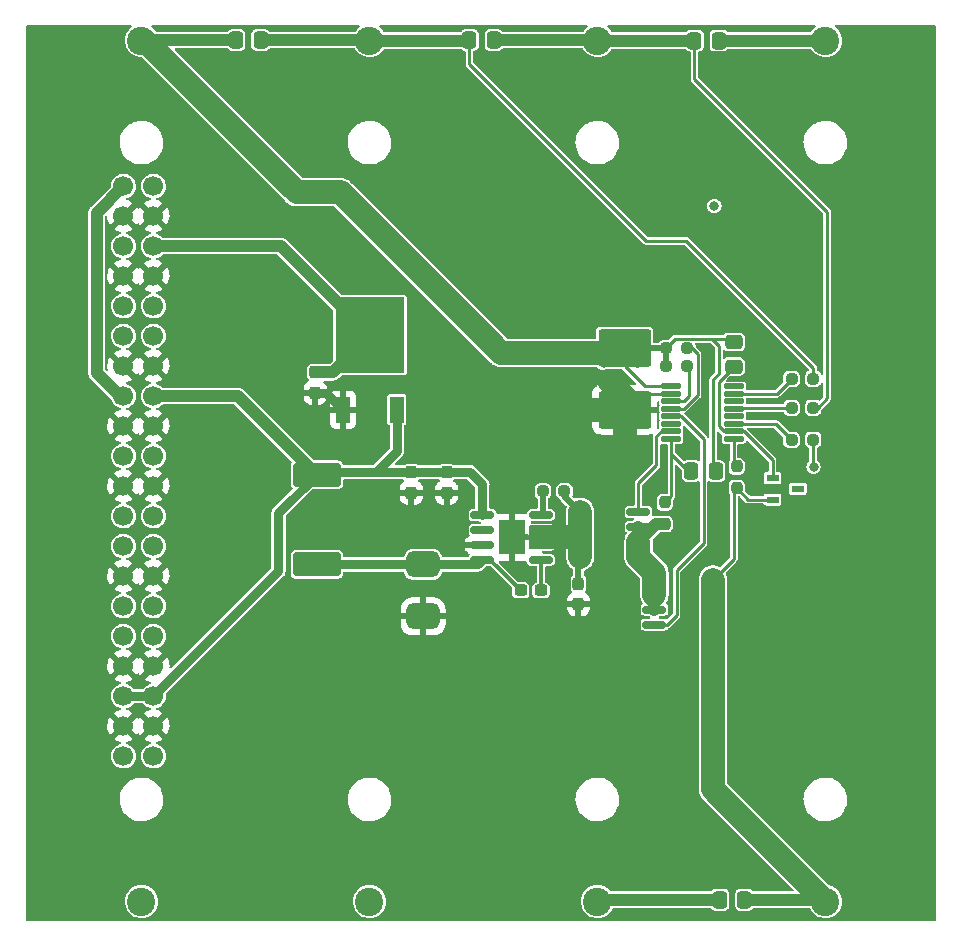
<source format=gbr>
%TF.GenerationSoftware,KiCad,Pcbnew,(6.0.5)*%
%TF.CreationDate,2022-12-11T20:22:43+11:00*%
%TF.ProjectId,Battery Board,42617474-6572-4792-9042-6f6172642e6b,1*%
%TF.SameCoordinates,Original*%
%TF.FileFunction,Copper,L1,Top*%
%TF.FilePolarity,Positive*%
%FSLAX46Y46*%
G04 Gerber Fmt 4.6, Leading zero omitted, Abs format (unit mm)*
G04 Created by KiCad (PCBNEW (6.0.5)) date 2022-12-11 20:22:43*
%MOMM*%
%LPD*%
G01*
G04 APERTURE LIST*
G04 Aperture macros list*
%AMRoundRect*
0 Rectangle with rounded corners*
0 $1 Rounding radius*
0 $2 $3 $4 $5 $6 $7 $8 $9 X,Y pos of 4 corners*
0 Add a 4 corners polygon primitive as box body*
4,1,4,$2,$3,$4,$5,$6,$7,$8,$9,$2,$3,0*
0 Add four circle primitives for the rounded corners*
1,1,$1+$1,$2,$3*
1,1,$1+$1,$4,$5*
1,1,$1+$1,$6,$7*
1,1,$1+$1,$8,$9*
0 Add four rect primitives between the rounded corners*
20,1,$1+$1,$2,$3,$4,$5,0*
20,1,$1+$1,$4,$5,$6,$7,0*
20,1,$1+$1,$6,$7,$8,$9,0*
20,1,$1+$1,$8,$9,$2,$3,0*%
G04 Aperture macros list end*
%TA.AperFunction,SMDPad,CuDef*%
%ADD10RoundRect,0.250000X1.975000X-1.350000X1.975000X1.350000X-1.975000X1.350000X-1.975000X-1.350000X0*%
%TD*%
%TA.AperFunction,ComponentPad*%
%ADD11C,1.700000*%
%TD*%
%TA.AperFunction,ComponentPad*%
%ADD12C,2.400000*%
%TD*%
%TA.AperFunction,SMDPad,CuDef*%
%ADD13RoundRect,0.250000X-0.337500X-0.475000X0.337500X-0.475000X0.337500X0.475000X-0.337500X0.475000X0*%
%TD*%
%TA.AperFunction,SMDPad,CuDef*%
%ADD14RoundRect,0.200000X1.800000X0.800000X-1.800000X0.800000X-1.800000X-0.800000X1.800000X-0.800000X0*%
%TD*%
%TA.AperFunction,SMDPad,CuDef*%
%ADD15RoundRect,0.237500X-0.237500X0.300000X-0.237500X-0.300000X0.237500X-0.300000X0.237500X0.300000X0*%
%TD*%
%TA.AperFunction,SMDPad,CuDef*%
%ADD16RoundRect,0.020500X0.799500X0.184500X-0.799500X0.184500X-0.799500X-0.184500X0.799500X-0.184500X0*%
%TD*%
%TA.AperFunction,SMDPad,CuDef*%
%ADD17R,1.200000X2.200000*%
%TD*%
%TA.AperFunction,SMDPad,CuDef*%
%ADD18R,5.800000X6.400000*%
%TD*%
%TA.AperFunction,SMDPad,CuDef*%
%ADD19RoundRect,0.150000X0.825000X0.150000X-0.825000X0.150000X-0.825000X-0.150000X0.825000X-0.150000X0*%
%TD*%
%TA.AperFunction,SMDPad,CuDef*%
%ADD20R,2.290000X3.000000*%
%TD*%
%TA.AperFunction,SMDPad,CuDef*%
%ADD21R,1.090000X0.610000*%
%TD*%
%TA.AperFunction,SMDPad,CuDef*%
%ADD22RoundRect,0.550000X0.850000X0.550000X-0.850000X0.550000X-0.850000X-0.550000X0.850000X-0.550000X0*%
%TD*%
%TA.AperFunction,SMDPad,CuDef*%
%ADD23RoundRect,0.237500X-0.237500X0.250000X-0.237500X-0.250000X0.237500X-0.250000X0.237500X0.250000X0*%
%TD*%
%TA.AperFunction,SMDPad,CuDef*%
%ADD24RoundRect,0.250000X0.337500X0.475000X-0.337500X0.475000X-0.337500X-0.475000X0.337500X-0.475000X0*%
%TD*%
%TA.AperFunction,SMDPad,CuDef*%
%ADD25RoundRect,0.237500X-0.250000X-0.237500X0.250000X-0.237500X0.250000X0.237500X-0.250000X0.237500X0*%
%TD*%
%TA.AperFunction,SMDPad,CuDef*%
%ADD26RoundRect,0.250000X0.475000X-0.337500X0.475000X0.337500X-0.475000X0.337500X-0.475000X-0.337500X0*%
%TD*%
%TA.AperFunction,SMDPad,CuDef*%
%ADD27RoundRect,0.150000X-0.825000X-0.150000X0.825000X-0.150000X0.825000X0.150000X-0.825000X0.150000X0*%
%TD*%
%TA.AperFunction,SMDPad,CuDef*%
%ADD28RoundRect,0.237500X-0.300000X-0.237500X0.300000X-0.237500X0.300000X0.237500X-0.300000X0.237500X0*%
%TD*%
%TA.AperFunction,SMDPad,CuDef*%
%ADD29RoundRect,0.237500X0.250000X0.237500X-0.250000X0.237500X-0.250000X-0.237500X0.250000X-0.237500X0*%
%TD*%
%TA.AperFunction,ViaPad*%
%ADD30C,0.800000*%
%TD*%
%TA.AperFunction,Conductor*%
%ADD31C,2.000000*%
%TD*%
%TA.AperFunction,Conductor*%
%ADD32C,0.250000*%
%TD*%
%TA.AperFunction,Conductor*%
%ADD33C,0.500000*%
%TD*%
%TA.AperFunction,Conductor*%
%ADD34C,0.800000*%
%TD*%
%TA.AperFunction,Conductor*%
%ADD35C,1.000000*%
%TD*%
%TA.AperFunction,Conductor*%
%ADD36C,0.300000*%
%TD*%
G04 APERTURE END LIST*
D10*
%TO.P,R_{SENSE}1,1*%
%TO.N,GND*%
X142600000Y-87200000D03*
%TO.P,R_{SENSE}1,2*%
%TO.N,GNDPWR*%
X142600000Y-82000000D03*
%TD*%
D11*
%TO.P,R8,1,5V*%
%TO.N,+5V*%
X100170000Y-68270000D03*
%TO.P,R8,2,GND*%
%TO.N,GND*%
X100170000Y-70810000D03*
%TO.P,R8,3,3.3V*%
%TO.N,+3V3*%
X100170000Y-73350000D03*
%TO.P,R8,4,GND*%
%TO.N,GND*%
X100170000Y-75890000D03*
%TO.P,R8,5,D1*%
%TO.N,unconnected-(R8-Pad5)*%
X100170000Y-78430000D03*
%TO.P,R8,6,D3*%
%TO.N,unconnected-(R8-Pad6)*%
X100170000Y-80970000D03*
%TO.P,R8,7,GND*%
%TO.N,GND*%
X100170000Y-83510000D03*
%TO.P,R8,8,5V*%
%TO.N,+5V*%
X100170000Y-86050000D03*
%TO.P,R8,9,GND*%
%TO.N,GND*%
X100170000Y-88590000D03*
%TO.P,R8,10,3.3V*%
%TO.N,+3V3*%
X100170000Y-91130000D03*
%TO.P,R8,11,GND*%
%TO.N,GND*%
X100170000Y-93670000D03*
%TO.P,R8,12,D5*%
%TO.N,unconnected-(R8-Pad12)*%
X100170000Y-96210000D03*
%TO.P,R8,13,D7*%
%TO.N,unconnected-(R8-Pad13)*%
X100170000Y-98750000D03*
%TO.P,R8,14,GND*%
%TO.N,GND*%
X100170000Y-101290000D03*
%TO.P,R8,15,D9*%
%TO.N,unconnected-(R8-Pad15)*%
X100170000Y-103830000D03*
%TO.P,R8,16,D11*%
%TO.N,unconnected-(R8-Pad16)*%
X100170000Y-106370000D03*
%TO.P,R8,17,GND*%
%TO.N,GND*%
X100170000Y-108910000D03*
%TO.P,R8,18,5V*%
%TO.N,+5V*%
X100170000Y-111450000D03*
%TO.P,R8,19,GND*%
%TO.N,GND*%
X100170000Y-113990000D03*
%TO.P,R8,20,3.3V*%
%TO.N,+3V3*%
X100170000Y-116530000D03*
%TO.P,R8,21,3.3V*%
X102710000Y-116530000D03*
%TO.P,R8,22,GND*%
%TO.N,GND*%
X102710000Y-113990000D03*
%TO.P,R8,23,5V*%
%TO.N,+5V*%
X102710000Y-111450000D03*
%TO.P,R8,24,GND*%
%TO.N,GND*%
X102710000Y-108910000D03*
%TO.P,R8,25,D12*%
%TO.N,unconnected-(R8-Pad25)*%
X102710000Y-106370000D03*
%TO.P,R8,26,D10*%
%TO.N,unconnected-(R8-Pad26)*%
X102710000Y-103830000D03*
%TO.P,R8,27,GND*%
%TO.N,GND*%
X102710000Y-101290000D03*
%TO.P,R8,28,D8*%
%TO.N,unconnected-(R8-Pad28)*%
X102710000Y-98750000D03*
%TO.P,R8,29,D6*%
%TO.N,unconnected-(R8-Pad29)*%
X102710000Y-96210000D03*
%TO.P,R8,30,GND*%
%TO.N,GND*%
X102710000Y-93670000D03*
%TO.P,R8,31,3.3V*%
%TO.N,+3V3*%
X102710000Y-91130000D03*
%TO.P,R8,32,GND*%
%TO.N,GND*%
X102710000Y-88590000D03*
%TO.P,R8,33,5V*%
%TO.N,+5V*%
X102710000Y-86050000D03*
%TO.P,R8,34,GND*%
%TO.N,GND*%
X102710000Y-83510000D03*
%TO.P,R8,35,D4*%
%TO.N,unconnected-(R8-Pad35)*%
X102710000Y-80970000D03*
%TO.P,R8,36,D2*%
%TO.N,unconnected-(R8-Pad36)*%
X102710000Y-78430000D03*
%TO.P,R8,37,GND*%
%TO.N,GND*%
X102710000Y-75890000D03*
%TO.P,R8,38,3.3V*%
%TO.N,+3V3*%
X102710000Y-73350000D03*
%TO.P,R8,39,GND*%
%TO.N,GND*%
X102710000Y-70810000D03*
%TO.P,R8,40,5V*%
%TO.N,+5V*%
X102710000Y-68270000D03*
%TD*%
D12*
%TO.P,BT1,1+*%
%TO.N,Net-(BT1-Pad1+)*%
X101700000Y-128850000D03*
%TO.P,BT1,1-*%
%TO.N,GNDPWR*%
X101700000Y-55950000D03*
%TO.P,BT1,2+*%
%TO.N,Net-(BT1-Pad2+)*%
X121000000Y-128850000D03*
%TO.P,BT1,2-*%
%TO.N,Net-(BT1-Pad1+)*%
X121000000Y-55950000D03*
%TO.P,BT1,3+*%
%TO.N,Net-(BT1-Pad3+)*%
X140300000Y-128850000D03*
%TO.P,BT1,3-*%
%TO.N,Net-(BT1-Pad2+)*%
X140300000Y-55950000D03*
%TO.P,BT1,4+*%
%TO.N,Net-(BT1-Pad4+)*%
X159600000Y-128850000D03*
%TO.P,BT1,4-*%
%TO.N,Net-(BT1-Pad3+)*%
X159600000Y-55950000D03*
%TD*%
D13*
%TO.P,C5,1*%
%TO.N,Net-(BT1-Pad1+)*%
X129462500Y-55900000D03*
%TO.P,C5,2*%
%TO.N,Net-(BT1-Pad2+)*%
X131537500Y-55900000D03*
%TD*%
D14*
%TO.P,L1,1*%
%TO.N,Net-(C_{BST}1-Pad1)*%
X116538000Y-100308000D03*
%TO.P,L1,2*%
%TO.N,+5V*%
X116538000Y-92708000D03*
%TD*%
D13*
%TO.P,C6,1*%
%TO.N,GNDPWR*%
X109712500Y-55900000D03*
%TO.P,C6,2*%
%TO.N,Net-(BT1-Pad1+)*%
X111787500Y-55900000D03*
%TD*%
D15*
%TO.P,C_{IN}1,1*%
%TO.N,VPP*%
X138700000Y-101937500D03*
%TO.P,C_{IN}1,2*%
%TO.N,GND*%
X138700000Y-103662500D03*
%TD*%
D16*
%TO.P,U1,1,B4P*%
%TO.N,Net-(R4-Pad1)*%
X151835000Y-89672500D03*
%TO.P,U1,2,VCC*%
%TO.N,Net-(C2-Pad1)*%
X151835000Y-89037500D03*
%TO.P,U1,3,B3P*%
%TO.N,Net-(R3-Pad1)*%
X151835000Y-88402500D03*
%TO.P,U1,4*%
%TO.N,N/C*%
X151835000Y-87767500D03*
%TO.P,U1,5,B2P*%
%TO.N,Net-(R2-Pad1)*%
X151835000Y-87132500D03*
%TO.P,U1,6*%
%TO.N,N/C*%
X151835000Y-86497500D03*
%TO.P,U1,7,B1P*%
%TO.N,Net-(R1-Pad1)*%
X151835000Y-85862500D03*
%TO.P,U1,8*%
%TO.N,N/C*%
X151835000Y-85227500D03*
%TO.P,U1,9,BN*%
%TO.N,GNDPWR*%
X146565000Y-85227500D03*
%TO.P,U1,10,PKN*%
%TO.N,GND*%
X146565000Y-85862500D03*
%TO.P,U1,11,CTL*%
%TO.N,Net-(R5-Pad2)*%
X146565000Y-86497500D03*
%TO.P,U1,12,SHDN*%
%TO.N,Net-(R6-Pad1)*%
X146565000Y-87132500D03*
%TO.P,U1,13,~{TKO}*%
%TO.N,Net-(Q2-Pad4)*%
X146565000Y-87767500D03*
%TO.P,U1,14,~{CGO}*%
%TO.N,unconnected-(U1-Pad14)*%
X146565000Y-88402500D03*
%TO.P,U1,15,~{DSO}*%
%TO.N,Net-(Q1-Pad4)*%
X146565000Y-89037500D03*
%TO.P,U1,16,SRC*%
%TO.N,Net-(C1-Pad2)*%
X146565000Y-89672500D03*
%TD*%
D17*
%TO.P,Reg_{3.3}1,1,GND*%
%TO.N,GND*%
X118758000Y-87208000D03*
D18*
%TO.P,Reg_{3.3}1,2,VO*%
%TO.N,+3V3*%
X121038000Y-80908000D03*
D17*
%TO.P,Reg_{3.3}1,3,VI*%
%TO.N,+5V*%
X123318000Y-87208000D03*
%TD*%
D15*
%TO.P,C_{5OUT1}1,1*%
%TO.N,+5V*%
X127538000Y-92508000D03*
%TO.P,C_{5OUT1}1,2*%
%TO.N,GND*%
X127538000Y-94233000D03*
%TD*%
D19*
%TO.P,REG_{5}1,1,BST*%
%TO.N,Net-(C_{BST}1-Pad2)*%
X135513000Y-99913000D03*
%TO.P,REG_{5}1,2,Vin*%
%TO.N,VPP*%
X135513000Y-98643000D03*
%TO.P,REG_{5}1,3,EN*%
X135513000Y-97373000D03*
%TO.P,REG_{5}1,4,PGOOD*%
%TO.N,Net-(REG_{5}1-Pad4)*%
X135513000Y-96103000D03*
%TO.P,REG_{5}1,5,FB*%
%TO.N,+5V*%
X130563000Y-96103000D03*
%TO.P,REG_{5}1,6,NC*%
%TO.N,unconnected-(REG_{5}1-Pad6)*%
X130563000Y-97373000D03*
%TO.P,REG_{5}1,7,GND*%
%TO.N,GND*%
X130563000Y-98643000D03*
%TO.P,REG_{5}1,8,SW*%
%TO.N,Net-(C_{BST}1-Pad1)*%
X130563000Y-99913000D03*
D20*
%TO.P,REG_{5}1,9,PADGND*%
%TO.N,GND*%
X133038000Y-98008000D03*
%TD*%
D21*
%TO.P,D1,1,K*%
%TO.N,Net-(C2-Pad1)*%
X155130000Y-92985000D03*
%TO.P,D1,2,A*%
%TO.N,Net-(BT1-Pad4+)*%
X155130000Y-94815000D03*
%TO.P,D1,3*%
%TO.N,N/C*%
X157270000Y-93900000D03*
%TD*%
D22*
%TO.P,D2,1,K*%
%TO.N,Net-(C_{BST}1-Pad1)*%
X125538000Y-100308000D03*
%TO.P,D2,2,A*%
%TO.N,GND*%
X125538000Y-104708000D03*
%TD*%
D23*
%TO.P,R7,1*%
%TO.N,Net-(C1-Pad2)*%
X145992000Y-95063500D03*
%TO.P,R7,2*%
%TO.N,Net-(Q1-Pad1)*%
X145992000Y-96888500D03*
%TD*%
D24*
%TO.P,C1,1*%
%TO.N,GNDPWR*%
X150331500Y-92400000D03*
%TO.P,C1,2*%
%TO.N,Net-(C1-Pad2)*%
X148256500Y-92400000D03*
%TD*%
D15*
%TO.P,C_{5OUT2}1,1*%
%TO.N,+5V*%
X124538000Y-92508000D03*
%TO.P,C_{5OUT2}1,2*%
%TO.N,GND*%
X124538000Y-94233000D03*
%TD*%
D25*
%TO.P,R1,1*%
%TO.N,Net-(R1-Pad1)*%
X156737500Y-84600000D03*
%TO.P,R1,2*%
%TO.N,Net-(BT1-Pad1+)*%
X158562500Y-84600000D03*
%TD*%
D15*
%TO.P,C_{3.3OUT}1,1*%
%TO.N,+3V3*%
X116400000Y-84037500D03*
%TO.P,C_{3.3OUT}1,2*%
%TO.N,GND*%
X116400000Y-85762500D03*
%TD*%
D25*
%TO.P,R3,1*%
%TO.N,Net-(R3-Pad1)*%
X156737500Y-89750000D03*
%TO.P,R3,2*%
%TO.N,Net-(BT1-Pad3+)*%
X158562500Y-89750000D03*
%TD*%
D23*
%TO.P,R4,1*%
%TO.N,Net-(R4-Pad1)*%
X152088000Y-92015500D03*
%TO.P,R4,2*%
%TO.N,Net-(BT1-Pad4+)*%
X152088000Y-93840500D03*
%TD*%
D19*
%TO.P,Q1,8,D*%
%TO.N,VPP*%
X138825000Y-99659000D03*
%TO.P,Q1,7,D*%
X138825000Y-98389000D03*
%TO.P,Q1,6,D*%
X138825000Y-97119000D03*
%TO.P,Q1,5,D*%
X138825000Y-95849000D03*
%TO.P,Q1,4,G*%
%TO.N,Net-(Q1-Pad4)*%
X143775000Y-95849000D03*
%TO.P,Q1,3,S*%
%TO.N,Net-(Q1-Pad1)*%
X143775000Y-97119000D03*
%TO.P,Q1,2,S*%
X143775000Y-98389000D03*
%TO.P,Q1,1,S*%
X143775000Y-99659000D03*
%TD*%
D25*
%TO.P,R5,1*%
%TO.N,GNDPWR*%
X146095500Y-83530000D03*
%TO.P,R5,2*%
%TO.N,Net-(R5-Pad2)*%
X147920500Y-83530000D03*
%TD*%
D26*
%TO.P,C2,2*%
%TO.N,GNDPWR*%
X151834000Y-81476500D03*
%TO.P,C2,1*%
%TO.N,Net-(C2-Pad1)*%
X151834000Y-83551500D03*
%TD*%
D27*
%TO.P,Q2,1,S*%
%TO.N,Net-(Q1-Pad1)*%
X145125000Y-101595000D03*
%TO.P,Q2,2,S*%
X145125000Y-102865000D03*
%TO.P,Q2,3,S*%
X145125000Y-104135000D03*
%TO.P,Q2,4,G*%
%TO.N,Net-(Q2-Pad4)*%
X145125000Y-105405000D03*
%TO.P,Q2,5,D*%
%TO.N,Net-(BT1-Pad4+)*%
X150075000Y-105405000D03*
%TO.P,Q2,6,D*%
X150075000Y-104135000D03*
%TO.P,Q2,7,D*%
X150075000Y-102865000D03*
%TO.P,Q2,8,D*%
X150075000Y-101595000D03*
%TD*%
D13*
%TO.P,C4,1*%
%TO.N,Net-(BT1-Pad2+)*%
X148512500Y-55950000D03*
%TO.P,C4,2*%
%TO.N,Net-(BT1-Pad3+)*%
X150587500Y-55950000D03*
%TD*%
D28*
%TO.P,C_{BST}1,1*%
%TO.N,Net-(C_{BST}1-Pad1)*%
X133813000Y-102508000D03*
%TO.P,C_{BST}1,2*%
%TO.N,Net-(C_{BST}1-Pad2)*%
X135538000Y-102508000D03*
%TD*%
D13*
%TO.P,C3,1*%
%TO.N,Net-(BT1-Pad3+)*%
X150662500Y-128700000D03*
%TO.P,C3,2*%
%TO.N,Net-(BT1-Pad4+)*%
X152737500Y-128700000D03*
%TD*%
D25*
%TO.P,R2,1*%
%TO.N,Net-(R2-Pad1)*%
X156737500Y-87050000D03*
%TO.P,R2,2*%
%TO.N,Net-(BT1-Pad2+)*%
X158562500Y-87050000D03*
%TD*%
D29*
%TO.P,R6,2*%
%TO.N,GNDPWR*%
X146095500Y-82006000D03*
%TO.P,R6,1*%
%TO.N,Net-(R6-Pad1)*%
X147920500Y-82006000D03*
%TD*%
D25*
%TO.P,R_{PON}1,1*%
%TO.N,Net-(REG_{5}1-Pad4)*%
X135687500Y-94100000D03*
%TO.P,R_{PON}1,2*%
%TO.N,VPP*%
X137512500Y-94100000D03*
%TD*%
D30*
%TO.N,GND*%
X113000000Y-110900000D03*
X93600000Y-71900000D03*
X94000000Y-104600000D03*
X166300000Y-59500000D03*
X142500000Y-79700000D03*
X149500000Y-64700000D03*
X128900000Y-62700000D03*
X109300000Y-68600000D03*
X108600000Y-80900000D03*
X113900000Y-77300000D03*
X114600000Y-125400000D03*
X116300000Y-119500000D03*
X122000000Y-108800000D03*
X131400000Y-108600000D03*
X142300000Y-110100000D03*
X141500000Y-91900000D03*
X132400000Y-87100000D03*
X127300000Y-84200000D03*
%TO.N,*%
X150202123Y-69964536D03*
%TO.N,GND*%
X96462000Y-60670000D03*
X166058000Y-107660000D03*
X148100000Y-90800000D03*
X96970000Y-123916000D03*
X94684000Y-83022000D03*
X164280000Y-91404000D03*
X110100000Y-96100000D03*
X128212000Y-72354000D03*
X113480000Y-62194000D03*
X149548000Y-124932000D03*
X93414000Y-98008000D03*
X134562000Y-125186000D03*
X165296000Y-74132000D03*
X145484000Y-113502000D03*
X147516000Y-96992000D03*
X126700000Y-97300000D03*
X158692000Y-74640000D03*
X154374000Y-105374000D03*
X149700000Y-82900000D03*
%TO.N,Net-(BT1-Pad3+)*%
X158600000Y-92050000D03*
%TD*%
D31*
%TO.N,GND*%
X142600000Y-86100000D02*
X141300000Y-84800000D01*
D32*
X142600000Y-87200000D02*
X142600000Y-86100000D01*
D31*
X142600000Y-87200000D02*
X138400000Y-87200000D01*
X142600000Y-87200000D02*
X142600000Y-90300000D01*
D33*
%TO.N,GNDPWR*%
X144825500Y-82006000D02*
X146095500Y-82006000D01*
X144819500Y-82000000D02*
X144825500Y-82006000D01*
X142600000Y-82000000D02*
X144819500Y-82000000D01*
D32*
X142600000Y-82400000D02*
X142600000Y-82000000D01*
X142600000Y-83500000D02*
X142600000Y-82000000D01*
X143730000Y-83530000D02*
X142600000Y-82400000D01*
X146565000Y-85227500D02*
X144327500Y-85227500D01*
X144327500Y-85227500D02*
X142600000Y-83500000D01*
%TO.N,GND*%
X146565000Y-85862500D02*
X143937500Y-85862500D01*
X143937500Y-85862500D02*
X142600000Y-87200000D01*
D31*
%TO.N,GNDPWR*%
X118560000Y-68798000D02*
X132162000Y-82400000D01*
X114849000Y-68798000D02*
X118560000Y-68798000D01*
X132162000Y-82400000D02*
X142472500Y-82400000D01*
X102001000Y-55950000D02*
X114849000Y-68798000D01*
X101700000Y-55950000D02*
X102001000Y-55950000D01*
D32*
%TO.N,Net-(Q1-Pad4)*%
X145728069Y-89037500D02*
X146565000Y-89037500D01*
X145300000Y-89465569D02*
X145728069Y-89037500D01*
X143775000Y-93425000D02*
X145300000Y-91900000D01*
X145300000Y-91900000D02*
X145300000Y-89465569D01*
X143775000Y-95849000D02*
X143775000Y-93425000D01*
%TO.N,GNDPWR*%
X150006480Y-81206480D02*
X148240480Y-81206480D01*
X150600000Y-81800000D02*
X150006480Y-81206480D01*
X150114480Y-84635302D02*
X150600000Y-84149782D01*
X150114480Y-92182980D02*
X150114480Y-84635302D01*
X150600000Y-84149782D02*
X150600000Y-81800000D01*
X150331500Y-92400000D02*
X150114480Y-92182980D01*
%TO.N,Net-(C1-Pad2)*%
X148004000Y-92400000D02*
X148256500Y-92400000D01*
X146565000Y-89945000D02*
X146565000Y-90961000D01*
X146565000Y-90961000D02*
X148004000Y-92400000D01*
%TO.N,Net-(BT1-Pad2+)*%
X159750000Y-70450000D02*
X148512500Y-59212500D01*
X148512500Y-59212500D02*
X148512500Y-55950000D01*
X159750000Y-86250000D02*
X159750000Y-70450000D01*
X158950000Y-87050000D02*
X159750000Y-86250000D01*
X158562500Y-87050000D02*
X158950000Y-87050000D01*
%TO.N,Net-(BT1-Pad1+)*%
X147800000Y-72900000D02*
X158562500Y-83662500D01*
X144400000Y-72900000D02*
X147800000Y-72900000D01*
X129462500Y-57962500D02*
X144400000Y-72900000D01*
X129462500Y-55900000D02*
X129462500Y-57962500D01*
X158562500Y-83662500D02*
X158562500Y-84600000D01*
D34*
%TO.N,+5V*%
X113300000Y-100860000D02*
X102710000Y-111450000D01*
X116538000Y-92708000D02*
X113300000Y-95946000D01*
X113300000Y-95946000D02*
X113300000Y-100860000D01*
X102710000Y-111450000D02*
X100170000Y-111450000D01*
D35*
X97900000Y-70540000D02*
X100170000Y-68270000D01*
X97900000Y-84100000D02*
X97900000Y-70540000D01*
X99850000Y-86050000D02*
X97900000Y-84100000D01*
X100170000Y-86050000D02*
X99850000Y-86050000D01*
D34*
%TO.N,GND*%
X117312500Y-85762500D02*
X118758000Y-87208000D01*
X116400000Y-85762500D02*
X117312500Y-85762500D01*
D35*
%TO.N,Net-(Q1-Pad1)*%
X145992000Y-96888500D02*
X145275500Y-96888500D01*
D31*
X145125000Y-101009000D02*
X143775000Y-99659000D01*
D35*
X143775000Y-97119000D02*
X143775000Y-98389000D01*
X145275500Y-96888500D02*
X143775000Y-98389000D01*
D31*
X145125000Y-101595000D02*
X145125000Y-102865000D01*
X145125000Y-101595000D02*
X145125000Y-101009000D01*
X143775000Y-99659000D02*
X143775000Y-98389000D01*
D35*
X145125000Y-104135000D02*
X145125000Y-102865000D01*
%TO.N,GNDPWR*%
X109712500Y-55900000D02*
X101750000Y-55900000D01*
D32*
X101750000Y-55900000D02*
X101700000Y-55950000D01*
D33*
X146095500Y-83530000D02*
X146095500Y-82006000D01*
D32*
X140761500Y-83530000D02*
X140912000Y-83379500D01*
X151834000Y-81476500D02*
X151563980Y-81206480D01*
X143602500Y-83530000D02*
X143452000Y-83379500D01*
X140912000Y-83379500D02*
X143452000Y-83379500D01*
X151563980Y-81206480D02*
X148240480Y-81206480D01*
X148240480Y-81206480D02*
X146895020Y-81206480D01*
X146895020Y-81206480D02*
X146095500Y-82006000D01*
%TO.N,Net-(R1-Pad1)*%
X155475000Y-85862500D02*
X151835000Y-85862500D01*
X156737500Y-84600000D02*
X155475000Y-85862500D01*
%TO.N,Net-(R2-Pad1)*%
X156737500Y-87050000D02*
X151917500Y-87050000D01*
X151917500Y-87050000D02*
X151835000Y-87132500D01*
%TO.N,Net-(R3-Pad1)*%
X155390000Y-88402500D02*
X151835000Y-88402500D01*
X156737500Y-89750000D02*
X155390000Y-88402500D01*
%TO.N,Net-(R4-Pad1)*%
X151835000Y-89672500D02*
X151835000Y-91762500D01*
X151835000Y-91762500D02*
X152088000Y-92015500D01*
%TO.N,Net-(C1-Pad2)*%
X146565000Y-89672500D02*
X146565000Y-89945000D01*
X145992000Y-95063500D02*
X146565000Y-94490500D01*
X146565000Y-94490500D02*
X146565000Y-89945000D01*
%TO.N,Net-(R5-Pad2)*%
X148024000Y-83633500D02*
X147920500Y-83530000D01*
X147596500Y-86497500D02*
X148024000Y-86070000D01*
X148024000Y-86070000D02*
X148024000Y-83633500D01*
X146565000Y-86497500D02*
X147596500Y-86497500D01*
%TO.N,Net-(R6-Pad1)*%
X148786000Y-82514000D02*
X148278000Y-82006000D01*
X147597218Y-87132500D02*
X148786000Y-85943718D01*
X148786000Y-85943718D02*
X148786000Y-82514000D01*
X146565000Y-87132500D02*
X147597218Y-87132500D01*
X148278000Y-82006000D02*
X147920500Y-82006000D01*
%TO.N,Net-(C2-Pad1)*%
X150998069Y-89037500D02*
X150564000Y-88603431D01*
X155130000Y-92985000D02*
X155130000Y-91495569D01*
X150564000Y-84821500D02*
X151834000Y-83551500D01*
X152671931Y-89037500D02*
X151835000Y-89037500D01*
X150564000Y-88603431D02*
X150564000Y-84821500D01*
X151835000Y-89037500D02*
X150998069Y-89037500D01*
X155130000Y-91495569D02*
X152671931Y-89037500D01*
%TO.N,Net-(BT1-Pad1+)*%
X120950000Y-55900000D02*
X121000000Y-55950000D01*
X129412500Y-55950000D02*
X129462500Y-55900000D01*
D35*
X111787500Y-55900000D02*
X120950000Y-55900000D01*
X121000000Y-55950000D02*
X129412500Y-55950000D01*
%TO.N,Net-(BT1-Pad2+)*%
X131537500Y-55900000D02*
X140250000Y-55900000D01*
D32*
X140250000Y-55900000D02*
X140300000Y-55950000D01*
D35*
X140300000Y-55950000D02*
X148512500Y-55950000D01*
D32*
%TO.N,Net-(BT1-Pad3+)*%
X158562500Y-89750000D02*
X158562500Y-92012500D01*
D35*
X150662500Y-128700000D02*
X140450000Y-128700000D01*
D32*
X158562500Y-92012500D02*
X158600000Y-92050000D01*
D35*
X150587500Y-55950000D02*
X159600000Y-55950000D01*
X140450000Y-128700000D02*
X140300000Y-128850000D01*
D33*
%TO.N,VPP*%
X137512500Y-94100000D02*
X137512500Y-94536500D01*
X138700000Y-99784000D02*
X138825000Y-99659000D01*
X137512500Y-94536500D02*
X138825000Y-95849000D01*
D31*
X138825000Y-99659000D02*
X138825000Y-95849000D01*
D33*
X138700000Y-101937500D02*
X138700000Y-99784000D01*
D32*
%TO.N,Net-(BT1-Pad4+)*%
X152088000Y-93840500D02*
X151850000Y-94078500D01*
X155130000Y-94815000D02*
X153062500Y-94815000D01*
D31*
X150075000Y-119325000D02*
X159600000Y-128850000D01*
D32*
X151850000Y-94078500D02*
X151850000Y-99820000D01*
X151850000Y-121100000D02*
X159600000Y-128850000D01*
X151850000Y-99820000D02*
X150075000Y-101595000D01*
D35*
X152737500Y-128700000D02*
X159450000Y-128700000D01*
D31*
X150075000Y-105405000D02*
X150075000Y-119325000D01*
D32*
X153062500Y-94815000D02*
X152088000Y-93840500D01*
D31*
X150075000Y-102865000D02*
X150075000Y-105405000D01*
D35*
X159450000Y-128700000D02*
X159600000Y-128850000D01*
D31*
X150075000Y-102865000D02*
X150075000Y-101595000D01*
D35*
%TO.N,+3V3*%
X116400000Y-84037500D02*
X117908500Y-84037500D01*
X102710000Y-73350000D02*
X113480000Y-73350000D01*
D34*
%TO.N,+5V*%
X130563000Y-93533000D02*
X129538000Y-92508000D01*
D35*
X109880000Y-86050000D02*
X116538000Y-92708000D01*
D34*
X124538000Y-92508000D02*
X121538000Y-92508000D01*
X123318000Y-87208000D02*
X123318000Y-90728000D01*
X121538000Y-92508000D02*
X116738000Y-92508000D01*
X127538000Y-92508000D02*
X124538000Y-92508000D01*
D35*
%TO.N,+3V3*%
X117908500Y-84037500D02*
X121038000Y-80908000D01*
D34*
%TO.N,+5V*%
X130563000Y-96103000D02*
X130563000Y-93533000D01*
D35*
X102710000Y-86050000D02*
X109880000Y-86050000D01*
D34*
X129538000Y-92508000D02*
X127538000Y-92508000D01*
X116738000Y-92508000D02*
X116538000Y-92708000D01*
X123318000Y-90728000D02*
X121538000Y-92508000D01*
D35*
%TO.N,+3V3*%
X113480000Y-73350000D02*
X121038000Y-80908000D01*
D36*
%TO.N,Net-(C_{BST}1-Pad1)*%
X130563000Y-99913000D02*
X131218000Y-99913000D01*
X131218000Y-99913000D02*
X133813000Y-102508000D01*
D34*
X130168000Y-100308000D02*
X130563000Y-99913000D01*
X125538000Y-100308000D02*
X116538000Y-100308000D01*
X125538000Y-100308000D02*
X130168000Y-100308000D01*
%TO.N,Net-(C_{BST}1-Pad2)*%
X135538000Y-99938000D02*
X135513000Y-99913000D01*
D36*
X135538000Y-102508000D02*
X135538000Y-99938000D01*
D32*
%TO.N,Net-(Q2-Pad4)*%
X149294000Y-89659569D02*
X149294000Y-98516000D01*
X147008000Y-100802000D02*
X147008000Y-104612000D01*
X146565000Y-87767500D02*
X147401931Y-87767500D01*
X149294000Y-98516000D02*
X147008000Y-100802000D01*
X147401931Y-87767500D02*
X149294000Y-89659569D01*
X147008000Y-104612000D02*
X146215000Y-105405000D01*
X146215000Y-105405000D02*
X145125000Y-105405000D01*
D33*
%TO.N,Net-(REG_{5}1-Pad4)*%
X135687500Y-94100000D02*
X135687500Y-95928500D01*
X135687500Y-95928500D02*
X135513000Y-96103000D01*
%TD*%
%TA.AperFunction,Conductor*%
%TO.N,VPP*%
G36*
X139242121Y-97020002D02*
G01*
X139288614Y-97073658D01*
X139300000Y-97126000D01*
X139300000Y-98874000D01*
X139279998Y-98942121D01*
X139226342Y-98988614D01*
X139174000Y-99000000D01*
X134626000Y-99000000D01*
X134557879Y-98979998D01*
X134511386Y-98926342D01*
X134500000Y-98874000D01*
X134500000Y-97126000D01*
X134520002Y-97057879D01*
X134573658Y-97011386D01*
X134626000Y-97000000D01*
X139174000Y-97000000D01*
X139242121Y-97020002D01*
G37*
%TD.AperFunction*%
%TD*%
%TA.AperFunction,Conductor*%
%TO.N,GND*%
G36*
X100846246Y-54679407D02*
G01*
X100882210Y-54728907D01*
X100882210Y-54790093D01*
X100847498Y-54838668D01*
X100766984Y-54899119D01*
X100607877Y-55065616D01*
X100605585Y-55068976D01*
X100480389Y-55252505D01*
X100480386Y-55252511D01*
X100478099Y-55255863D01*
X100381136Y-55464752D01*
X100319592Y-55686673D01*
X100295119Y-55915665D01*
X100308376Y-56145580D01*
X100359006Y-56370242D01*
X100360535Y-56374006D01*
X100360536Y-56374011D01*
X100418218Y-56516063D01*
X100445649Y-56583618D01*
X100447773Y-56587084D01*
X100447775Y-56587088D01*
X100517918Y-56701550D01*
X100565979Y-56779978D01*
X100568638Y-56783048D01*
X100568639Y-56783049D01*
X100633128Y-56857497D01*
X100716763Y-56954048D01*
X100893953Y-57101154D01*
X101092790Y-57217345D01*
X101307934Y-57299501D01*
X101311909Y-57300310D01*
X101311910Y-57300310D01*
X101529624Y-57344604D01*
X101529628Y-57344604D01*
X101533607Y-57345414D01*
X101537667Y-57345563D01*
X101537668Y-57345563D01*
X101666061Y-57350271D01*
X101723520Y-57371298D01*
X101732437Y-57379201D01*
X113969126Y-69615890D01*
X113973553Y-69620618D01*
X114019090Y-69672543D01*
X114022652Y-69675351D01*
X114092369Y-69730311D01*
X114094383Y-69731942D01*
X114166117Y-69791602D01*
X114173137Y-69795533D01*
X114186045Y-69804159D01*
X114192360Y-69809137D01*
X114196377Y-69811250D01*
X114196384Y-69811255D01*
X114274936Y-69852584D01*
X114277213Y-69853820D01*
X114354658Y-69897191D01*
X114354661Y-69897193D01*
X114358621Y-69899410D01*
X114366242Y-69901997D01*
X114380500Y-69908123D01*
X114387620Y-69911869D01*
X114391952Y-69913214D01*
X114391954Y-69913215D01*
X114476724Y-69939537D01*
X114479188Y-69940338D01*
X114567548Y-69970332D01*
X114572039Y-69970983D01*
X114572043Y-69970984D01*
X114575517Y-69971488D01*
X114590663Y-69974915D01*
X114598333Y-69977297D01*
X114602845Y-69977831D01*
X114691001Y-69988265D01*
X114693543Y-69988599D01*
X114785902Y-70001991D01*
X114790434Y-70001813D01*
X114790435Y-70001813D01*
X114872821Y-69998576D01*
X114876708Y-69998500D01*
X118021728Y-69998500D01*
X118079919Y-70017407D01*
X118091732Y-70027496D01*
X131282126Y-83217890D01*
X131286553Y-83222618D01*
X131332090Y-83274543D01*
X131335652Y-83277351D01*
X131405369Y-83332311D01*
X131407383Y-83333942D01*
X131479117Y-83393602D01*
X131486137Y-83397533D01*
X131499045Y-83406159D01*
X131505360Y-83411137D01*
X131509377Y-83413250D01*
X131509384Y-83413255D01*
X131587936Y-83454584D01*
X131590213Y-83455820D01*
X131667658Y-83499191D01*
X131667661Y-83499193D01*
X131671621Y-83501410D01*
X131679242Y-83503997D01*
X131693500Y-83510123D01*
X131700620Y-83513869D01*
X131704952Y-83515214D01*
X131704954Y-83515215D01*
X131789724Y-83541537D01*
X131792188Y-83542338D01*
X131880548Y-83572332D01*
X131885039Y-83572983D01*
X131885043Y-83572984D01*
X131888517Y-83573488D01*
X131903663Y-83576915D01*
X131911333Y-83579297D01*
X131915845Y-83579831D01*
X132004001Y-83590265D01*
X132006543Y-83590599D01*
X132098902Y-83603991D01*
X132103434Y-83603813D01*
X132103435Y-83603813D01*
X132185821Y-83600576D01*
X132189708Y-83600500D01*
X140199974Y-83600500D01*
X140258165Y-83619407D01*
X140279605Y-83640679D01*
X140302850Y-83672150D01*
X140308807Y-83676550D01*
X140320474Y-83685167D01*
X140411816Y-83752634D01*
X140539631Y-83797519D01*
X140545643Y-83798087D01*
X140545646Y-83798088D01*
X140554429Y-83798919D01*
X140586944Y-83807753D01*
X140675954Y-83849259D01*
X140684581Y-83850014D01*
X140684582Y-83850014D01*
X140711569Y-83852375D01*
X140790307Y-83859264D01*
X140868414Y-83838335D01*
X140892818Y-83831796D01*
X140892819Y-83831795D01*
X140901184Y-83829554D01*
X140917107Y-83818404D01*
X140973892Y-83800500D01*
X142399166Y-83800500D01*
X142457357Y-83819407D01*
X142469170Y-83829496D01*
X143562670Y-84922996D01*
X143590447Y-84977513D01*
X143580876Y-85037945D01*
X143537611Y-85081210D01*
X143492666Y-85092000D01*
X142869680Y-85092000D01*
X142856995Y-85096122D01*
X142854000Y-85100243D01*
X142854000Y-86930320D01*
X142858122Y-86943005D01*
X142862243Y-86946000D01*
X145317319Y-86946000D01*
X145330004Y-86941878D01*
X145332999Y-86937757D01*
X145332999Y-86581694D01*
X145351906Y-86523503D01*
X145401406Y-86487539D01*
X145462592Y-86487539D01*
X145491853Y-86502836D01*
X145503617Y-86511765D01*
X145501979Y-86513923D01*
X145535510Y-86550378D01*
X145544501Y-86591601D01*
X145544501Y-86703768D01*
X145557322Y-86768230D01*
X145562740Y-86776339D01*
X145563062Y-86777116D01*
X145567861Y-86838113D01*
X145563061Y-86852887D01*
X145562740Y-86853661D01*
X145557322Y-86861770D01*
X145544500Y-86926231D01*
X145544501Y-87338768D01*
X145557322Y-87403230D01*
X145562740Y-87411339D01*
X145563062Y-87412116D01*
X145567861Y-87473113D01*
X145563061Y-87487887D01*
X145562740Y-87488661D01*
X145557322Y-87496770D01*
X145544500Y-87561231D01*
X145544501Y-87973768D01*
X145557322Y-88038230D01*
X145562740Y-88046339D01*
X145563062Y-88047116D01*
X145567861Y-88108113D01*
X145563061Y-88122887D01*
X145562740Y-88123661D01*
X145557322Y-88131770D01*
X145544500Y-88196231D01*
X145544501Y-88608768D01*
X145545449Y-88613534D01*
X145545449Y-88613535D01*
X145557322Y-88673230D01*
X145555904Y-88673512D01*
X145559860Y-88723795D01*
X145527231Y-88776522D01*
X145523116Y-88779975D01*
X145515614Y-88784306D01*
X145494119Y-88809923D01*
X145490638Y-88814071D01*
X145484804Y-88820439D01*
X145479803Y-88825440D01*
X145425286Y-88853217D01*
X145364854Y-88843646D01*
X145321589Y-88800381D01*
X145312018Y-88739949D01*
X145315833Y-88724270D01*
X145320601Y-88709894D01*
X145322855Y-88699379D01*
X145332741Y-88602888D01*
X145333000Y-88597830D01*
X145332999Y-87469680D01*
X145328877Y-87456995D01*
X145324756Y-87454000D01*
X142869680Y-87454000D01*
X142856995Y-87458122D01*
X142854000Y-87462243D01*
X142854000Y-89292319D01*
X142858122Y-89305004D01*
X142862243Y-89307999D01*
X144622792Y-89307999D01*
X144627922Y-89307733D01*
X144725673Y-89297591D01*
X144736200Y-89295318D01*
X144858262Y-89254596D01*
X144919446Y-89254116D01*
X144969227Y-89289690D01*
X144988590Y-89347731D01*
X144987089Y-89365697D01*
X144982666Y-89390784D01*
X144980796Y-89399219D01*
X144970736Y-89436762D01*
X144972987Y-89462492D01*
X144974123Y-89475474D01*
X144974500Y-89484103D01*
X144974500Y-91724166D01*
X144955593Y-91782357D01*
X144945504Y-91794170D01*
X143557943Y-93181731D01*
X143551576Y-93187565D01*
X143521806Y-93212545D01*
X143517477Y-93220044D01*
X143502373Y-93246205D01*
X143497732Y-93253489D01*
X143475446Y-93285316D01*
X143473204Y-93293684D01*
X143470738Y-93298971D01*
X143468742Y-93304456D01*
X143464412Y-93311955D01*
X143462909Y-93320481D01*
X143462908Y-93320483D01*
X143457666Y-93350216D01*
X143455796Y-93358650D01*
X143445736Y-93396193D01*
X143446491Y-93404822D01*
X143449123Y-93434905D01*
X143449500Y-93443534D01*
X143449500Y-95249500D01*
X143430593Y-95307691D01*
X143381093Y-95343655D01*
X143350500Y-95348500D01*
X142916782Y-95348500D01*
X142913199Y-95349028D01*
X142913192Y-95349028D01*
X142855501Y-95357521D01*
X142855499Y-95357522D01*
X142847888Y-95358642D01*
X142840982Y-95362033D01*
X142840981Y-95362033D01*
X142828526Y-95368148D01*
X142743145Y-95410068D01*
X142660707Y-95492650D01*
X142609464Y-95597482D01*
X142608355Y-95605084D01*
X142608354Y-95605087D01*
X142602800Y-95643159D01*
X142599500Y-95665782D01*
X142599500Y-96032218D01*
X142609642Y-96101112D01*
X142613033Y-96108018D01*
X142613033Y-96108019D01*
X142632306Y-96147274D01*
X142661068Y-96205855D01*
X142743650Y-96288293D01*
X142848482Y-96339536D01*
X142856084Y-96340645D01*
X142856087Y-96340646D01*
X142913237Y-96348983D01*
X142913239Y-96348983D01*
X142916782Y-96349500D01*
X143331347Y-96349500D01*
X143389538Y-96368407D01*
X143425502Y-96417907D01*
X143425502Y-96479093D01*
X143386993Y-96530381D01*
X143383672Y-96532638D01*
X143378369Y-96535375D01*
X143373874Y-96539297D01*
X143373873Y-96539297D01*
X143355299Y-96555500D01*
X143311249Y-96593928D01*
X143311048Y-96594103D01*
X143254769Y-96618108D01*
X143245968Y-96618500D01*
X142916782Y-96618500D01*
X142913199Y-96619028D01*
X142913192Y-96619028D01*
X142855501Y-96627521D01*
X142855499Y-96627522D01*
X142847888Y-96628642D01*
X142743145Y-96680068D01*
X142660707Y-96762650D01*
X142609464Y-96867482D01*
X142608355Y-96875084D01*
X142608354Y-96875087D01*
X142600327Y-96930114D01*
X142599500Y-96935782D01*
X142599500Y-97302218D01*
X142600028Y-97305801D01*
X142600028Y-97305808D01*
X142608521Y-97363499D01*
X142609642Y-97371112D01*
X142661068Y-97475855D01*
X142743650Y-97558293D01*
X142751001Y-97561886D01*
X142757664Y-97566639D01*
X142756154Y-97568756D01*
X142791038Y-97602497D01*
X142801614Y-97662762D01*
X142781336Y-97710194D01*
X142766677Y-97728789D01*
X142766672Y-97728797D01*
X142763863Y-97732360D01*
X142761749Y-97736378D01*
X142674946Y-97901363D01*
X142661131Y-97927620D01*
X142595703Y-98138333D01*
X142574500Y-98317476D01*
X142574500Y-99615153D01*
X142574288Y-99621627D01*
X142569770Y-99690560D01*
X142570303Y-99695063D01*
X142570303Y-99695065D01*
X142580736Y-99783212D01*
X142581007Y-99785789D01*
X142589546Y-99878711D01*
X142590777Y-99883077D01*
X142590778Y-99883080D01*
X142591727Y-99886443D01*
X142594760Y-99901691D01*
X142595169Y-99905152D01*
X142595170Y-99905156D01*
X142595704Y-99909667D01*
X142623379Y-99998795D01*
X142624094Y-100001211D01*
X142649435Y-100091064D01*
X142651441Y-100095131D01*
X142652991Y-100098275D01*
X142658746Y-100112702D01*
X142659781Y-100116036D01*
X142659787Y-100116051D01*
X142661131Y-100120379D01*
X142663242Y-100124390D01*
X142663243Y-100124394D01*
X142704567Y-100202938D01*
X142705743Y-100205247D01*
X142745012Y-100284875D01*
X142747020Y-100288947D01*
X142749734Y-100292582D01*
X142749738Y-100292588D01*
X142751833Y-100295394D01*
X142760116Y-100308520D01*
X142763863Y-100315641D01*
X142808775Y-100372611D01*
X142821645Y-100388937D01*
X142823197Y-100390961D01*
X142879033Y-100465733D01*
X142882366Y-100468814D01*
X142942875Y-100524748D01*
X142945678Y-100527442D01*
X143430756Y-101012519D01*
X143895504Y-101477267D01*
X143923281Y-101531784D01*
X143924500Y-101547271D01*
X143924500Y-102920970D01*
X143939546Y-103084711D01*
X143940779Y-103089083D01*
X143967346Y-103183282D01*
X143999435Y-103297064D01*
X144001443Y-103301136D01*
X144001445Y-103301141D01*
X144050324Y-103400257D01*
X144097020Y-103494947D01*
X144134528Y-103545176D01*
X144154195Y-103603111D01*
X144136051Y-103661545D01*
X144106473Y-103686761D01*
X144107144Y-103687698D01*
X144100490Y-103692462D01*
X144093145Y-103696068D01*
X144010707Y-103778650D01*
X143959464Y-103883482D01*
X143958355Y-103891084D01*
X143958354Y-103891087D01*
X143950024Y-103948192D01*
X143949500Y-103951782D01*
X143949500Y-104318218D01*
X143959642Y-104387112D01*
X144011068Y-104491855D01*
X144093650Y-104574293D01*
X144198482Y-104625536D01*
X144206084Y-104626645D01*
X144206087Y-104626646D01*
X144263237Y-104634983D01*
X144263239Y-104634983D01*
X144266782Y-104635500D01*
X144595973Y-104635500D01*
X144654164Y-104654407D01*
X144661831Y-104660583D01*
X144717825Y-104710472D01*
X144722279Y-104714440D01*
X144727550Y-104717231D01*
X144727553Y-104717233D01*
X144729015Y-104718007D01*
X144729734Y-104718749D01*
X144732455Y-104720640D01*
X144732084Y-104721174D01*
X144771595Y-104761945D01*
X144780217Y-104822520D01*
X144751587Y-104876594D01*
X144696641Y-104903512D01*
X144682691Y-104904500D01*
X144266782Y-104904500D01*
X144263199Y-104905028D01*
X144263192Y-104905028D01*
X144205501Y-104913521D01*
X144205499Y-104913522D01*
X144197888Y-104914642D01*
X144093145Y-104966068D01*
X144010707Y-105048650D01*
X143959464Y-105153482D01*
X143958355Y-105161084D01*
X143958354Y-105161087D01*
X143950017Y-105218237D01*
X143949500Y-105221782D01*
X143949500Y-105588218D01*
X143950028Y-105591801D01*
X143950028Y-105591808D01*
X143958521Y-105649499D01*
X143959642Y-105657112D01*
X144011068Y-105761855D01*
X144016859Y-105767636D01*
X144027120Y-105777879D01*
X144093650Y-105844293D01*
X144198482Y-105895536D01*
X144206084Y-105896645D01*
X144206087Y-105896646D01*
X144263237Y-105904983D01*
X144263239Y-105904983D01*
X144266782Y-105905500D01*
X145983218Y-105905500D01*
X145986801Y-105904972D01*
X145986808Y-105904972D01*
X146044499Y-105896479D01*
X146044501Y-105896478D01*
X146052112Y-105895358D01*
X146156855Y-105843932D01*
X146239293Y-105761350D01*
X146240639Y-105758597D01*
X146287634Y-105723818D01*
X146301862Y-105720205D01*
X146328045Y-105715588D01*
X146335545Y-105711258D01*
X146341029Y-105709262D01*
X146346316Y-105706796D01*
X146354684Y-105704554D01*
X146386511Y-105682268D01*
X146393795Y-105677627D01*
X146427455Y-105658194D01*
X146452430Y-105628430D01*
X146458264Y-105622062D01*
X147225069Y-104855258D01*
X147231424Y-104849435D01*
X147261194Y-104824455D01*
X147280636Y-104790781D01*
X147285261Y-104783522D01*
X147302587Y-104758778D01*
X147302587Y-104758777D01*
X147307554Y-104751684D01*
X147309795Y-104743322D01*
X147312258Y-104738040D01*
X147314257Y-104732546D01*
X147318588Y-104725045D01*
X147325337Y-104686771D01*
X147327206Y-104678344D01*
X147335022Y-104649173D01*
X147335022Y-104649170D01*
X147337263Y-104640807D01*
X147333877Y-104602103D01*
X147333500Y-104593475D01*
X147333500Y-100977834D01*
X147352407Y-100919643D01*
X147362496Y-100907830D01*
X148430149Y-99840178D01*
X149511069Y-98759258D01*
X149517424Y-98753435D01*
X149547194Y-98728455D01*
X149566636Y-98694781D01*
X149571261Y-98687522D01*
X149588587Y-98662778D01*
X149588587Y-98662777D01*
X149593554Y-98655684D01*
X149595795Y-98647322D01*
X149598258Y-98642040D01*
X149600257Y-98636546D01*
X149604588Y-98629045D01*
X149611337Y-98590771D01*
X149613206Y-98582344D01*
X149621022Y-98553173D01*
X149621022Y-98553170D01*
X149623263Y-98544807D01*
X149619877Y-98506103D01*
X149619500Y-98497475D01*
X149619500Y-93354683D01*
X149638407Y-93296492D01*
X149687907Y-93260528D01*
X149749093Y-93260528D01*
X149768054Y-93270284D01*
X149768324Y-93269775D01*
X149774863Y-93273237D01*
X149780816Y-93277634D01*
X149908631Y-93322519D01*
X149914638Y-93323087D01*
X149914639Y-93323087D01*
X149937855Y-93325282D01*
X149937865Y-93325282D01*
X149940166Y-93325500D01*
X150722834Y-93325500D01*
X150725135Y-93325282D01*
X150725145Y-93325282D01*
X150748361Y-93323087D01*
X150748362Y-93323087D01*
X150754369Y-93322519D01*
X150882184Y-93277634D01*
X150919671Y-93249946D01*
X150985193Y-93201550D01*
X150991150Y-93197150D01*
X151006102Y-93176907D01*
X151067238Y-93094136D01*
X151067239Y-93094135D01*
X151071634Y-93088184D01*
X151116519Y-92960369D01*
X151119500Y-92928834D01*
X151119500Y-91871166D01*
X151116519Y-91839631D01*
X151071634Y-91711816D01*
X151067053Y-91705613D01*
X150995550Y-91608807D01*
X150991150Y-91602850D01*
X150940195Y-91565214D01*
X150888136Y-91526762D01*
X150888135Y-91526761D01*
X150882184Y-91522366D01*
X150754369Y-91477481D01*
X150748362Y-91476913D01*
X150748361Y-91476913D01*
X150725145Y-91474718D01*
X150725135Y-91474718D01*
X150722834Y-91474500D01*
X150538980Y-91474500D01*
X150480789Y-91455593D01*
X150444825Y-91406093D01*
X150439980Y-91375500D01*
X150439980Y-89178745D01*
X150458887Y-89120554D01*
X150508387Y-89084590D01*
X150569573Y-89084590D01*
X150608983Y-89108740D01*
X150754817Y-89254575D01*
X150760628Y-89260917D01*
X150785614Y-89290694D01*
X150793117Y-89295026D01*
X150797231Y-89298478D01*
X150829655Y-89350366D01*
X150825855Y-89401478D01*
X150827322Y-89401770D01*
X150814500Y-89466231D01*
X150814501Y-89878768D01*
X150815449Y-89883533D01*
X150815449Y-89883535D01*
X150823935Y-89926199D01*
X150827322Y-89943230D01*
X150876168Y-90016332D01*
X150949270Y-90065178D01*
X150958833Y-90067080D01*
X150958835Y-90067081D01*
X150984787Y-90072243D01*
X151013731Y-90078000D01*
X151410500Y-90078000D01*
X151468691Y-90096907D01*
X151504655Y-90146407D01*
X151509500Y-90177000D01*
X151509500Y-91457316D01*
X151490133Y-91516134D01*
X151459039Y-91558232D01*
X151415399Y-91682500D01*
X151414832Y-91688503D01*
X151414831Y-91688506D01*
X151412719Y-91710852D01*
X151412500Y-91713167D01*
X151412501Y-92317832D01*
X151415399Y-92348500D01*
X151417395Y-92354184D01*
X151417396Y-92354188D01*
X151442523Y-92425738D01*
X151459039Y-92472768D01*
X151537289Y-92578711D01*
X151643232Y-92656961D01*
X151767500Y-92700601D01*
X151773504Y-92701169D01*
X151773506Y-92701169D01*
X151795856Y-92703282D01*
X151795866Y-92703282D01*
X151798167Y-92703500D01*
X152087875Y-92703500D01*
X152377832Y-92703499D01*
X152408500Y-92700601D01*
X152414184Y-92698605D01*
X152414188Y-92698604D01*
X152525786Y-92659413D01*
X152532768Y-92656961D01*
X152638711Y-92578711D01*
X152716961Y-92472768D01*
X152760601Y-92348500D01*
X152761449Y-92339528D01*
X152763282Y-92320144D01*
X152763282Y-92320134D01*
X152763500Y-92317833D01*
X152763499Y-91713168D01*
X152760601Y-91682500D01*
X152758603Y-91676809D01*
X152719413Y-91565214D01*
X152716961Y-91558232D01*
X152638711Y-91452289D01*
X152532768Y-91374039D01*
X152408500Y-91330399D01*
X152402496Y-91329831D01*
X152402494Y-91329831D01*
X152380144Y-91327718D01*
X152380134Y-91327718D01*
X152377833Y-91327500D01*
X152259500Y-91327500D01*
X152201309Y-91308593D01*
X152165345Y-91259093D01*
X152160500Y-91228500D01*
X152160500Y-90176999D01*
X152179407Y-90118808D01*
X152228907Y-90082844D01*
X152259500Y-90077999D01*
X152656268Y-90077999D01*
X152661034Y-90077051D01*
X152661035Y-90077051D01*
X152711167Y-90067080D01*
X152720730Y-90065178D01*
X152793832Y-90016332D01*
X152842678Y-89943230D01*
X152852113Y-89895799D01*
X152882008Y-89842416D01*
X152937573Y-89816799D01*
X152997582Y-89828735D01*
X153019214Y-89845109D01*
X154775504Y-91601399D01*
X154803281Y-91655916D01*
X154804500Y-91671403D01*
X154804500Y-92380500D01*
X154785593Y-92438691D01*
X154736093Y-92474655D01*
X154705500Y-92479500D01*
X154565252Y-92479500D01*
X154539005Y-92484721D01*
X154516334Y-92489230D01*
X154516332Y-92489231D01*
X154506769Y-92491133D01*
X154440448Y-92535448D01*
X154396133Y-92601769D01*
X154384500Y-92660252D01*
X154384500Y-93309748D01*
X154387205Y-93323346D01*
X154393397Y-93354475D01*
X154396133Y-93368231D01*
X154440448Y-93434552D01*
X154506769Y-93478867D01*
X154516332Y-93480769D01*
X154516334Y-93480770D01*
X154539005Y-93485279D01*
X154565252Y-93490500D01*
X155694748Y-93490500D01*
X155720995Y-93485279D01*
X155743666Y-93480770D01*
X155743668Y-93480769D01*
X155753231Y-93478867D01*
X155819552Y-93434552D01*
X155863867Y-93368231D01*
X155866604Y-93354475D01*
X155872795Y-93323346D01*
X155875500Y-93309748D01*
X155875500Y-92660252D01*
X155863867Y-92601769D01*
X155819552Y-92535448D01*
X155753231Y-92491133D01*
X155743668Y-92489231D01*
X155743666Y-92489230D01*
X155720995Y-92484721D01*
X155694748Y-92479500D01*
X155554500Y-92479500D01*
X155496309Y-92460593D01*
X155460345Y-92411093D01*
X155455500Y-92380500D01*
X155455500Y-91514104D01*
X155455877Y-91505475D01*
X155456936Y-91493373D01*
X155459264Y-91466763D01*
X155449205Y-91429220D01*
X155447336Y-91420791D01*
X155442092Y-91391054D01*
X155440588Y-91382524D01*
X155436257Y-91375023D01*
X155434259Y-91369533D01*
X155431796Y-91364252D01*
X155429554Y-91355885D01*
X155407268Y-91324058D01*
X155402627Y-91316774D01*
X155387523Y-91290613D01*
X155383194Y-91283114D01*
X155353429Y-91258138D01*
X155347061Y-91252304D01*
X152991761Y-88897004D01*
X152963984Y-88842487D01*
X152973555Y-88782055D01*
X153016820Y-88738790D01*
X153061765Y-88728000D01*
X155214166Y-88728000D01*
X155272357Y-88746907D01*
X155284170Y-88756996D01*
X156020504Y-89493330D01*
X156048281Y-89547847D01*
X156049500Y-89563334D01*
X156049501Y-89816799D01*
X156049501Y-90039832D01*
X156052399Y-90070500D01*
X156054395Y-90076184D01*
X156054396Y-90076188D01*
X156083547Y-90159197D01*
X156096039Y-90194768D01*
X156174289Y-90300711D01*
X156280232Y-90378961D01*
X156404500Y-90422601D01*
X156410504Y-90423169D01*
X156410506Y-90423169D01*
X156432856Y-90425282D01*
X156432866Y-90425282D01*
X156435167Y-90425500D01*
X156737370Y-90425500D01*
X157039832Y-90425499D01*
X157070500Y-90422601D01*
X157076184Y-90420605D01*
X157076188Y-90420604D01*
X157187786Y-90381413D01*
X157194768Y-90378961D01*
X157300711Y-90300711D01*
X157378961Y-90194768D01*
X157422601Y-90070500D01*
X157423616Y-90059761D01*
X157425282Y-90042144D01*
X157425282Y-90042134D01*
X157425500Y-90039833D01*
X157425499Y-89460168D01*
X157425499Y-89460167D01*
X157874500Y-89460167D01*
X157874501Y-90039832D01*
X157877399Y-90070500D01*
X157879395Y-90076184D01*
X157879396Y-90076188D01*
X157908547Y-90159197D01*
X157921039Y-90194768D01*
X157999289Y-90300711D01*
X158105232Y-90378961D01*
X158112214Y-90381413D01*
X158170803Y-90401988D01*
X158219441Y-90439108D01*
X158237000Y-90495396D01*
X158237000Y-91522803D01*
X158218093Y-91580994D01*
X158198268Y-91601344D01*
X158176868Y-91617765D01*
X158176863Y-91617770D01*
X158171718Y-91621718D01*
X158075464Y-91747159D01*
X158014956Y-91893238D01*
X157994318Y-92050000D01*
X158014956Y-92206762D01*
X158075464Y-92352841D01*
X158171718Y-92478282D01*
X158297159Y-92574536D01*
X158443238Y-92635044D01*
X158600000Y-92655682D01*
X158756762Y-92635044D01*
X158902841Y-92574536D01*
X159028282Y-92478282D01*
X159124536Y-92352841D01*
X159185044Y-92206762D01*
X159205682Y-92050000D01*
X159185044Y-91893238D01*
X159124536Y-91747159D01*
X159028282Y-91621718D01*
X158926733Y-91543797D01*
X158892077Y-91493373D01*
X158888000Y-91465255D01*
X158888000Y-90495396D01*
X158906907Y-90437205D01*
X158954197Y-90401988D01*
X159012786Y-90381413D01*
X159019768Y-90378961D01*
X159125711Y-90300711D01*
X159203961Y-90194768D01*
X159247601Y-90070500D01*
X159248616Y-90059761D01*
X159250282Y-90042144D01*
X159250282Y-90042134D01*
X159250500Y-90039833D01*
X159250499Y-89460168D01*
X159247601Y-89429500D01*
X159245603Y-89423809D01*
X159206413Y-89312214D01*
X159203961Y-89305232D01*
X159125711Y-89199289D01*
X159019768Y-89121039D01*
X158895500Y-89077399D01*
X158889496Y-89076831D01*
X158889494Y-89076831D01*
X158867144Y-89074718D01*
X158867134Y-89074718D01*
X158864833Y-89074500D01*
X158562630Y-89074500D01*
X158260168Y-89074501D01*
X158229500Y-89077399D01*
X158223816Y-89079395D01*
X158223812Y-89079396D01*
X158140251Y-89108741D01*
X158105232Y-89121039D01*
X157999289Y-89199289D01*
X157921039Y-89305232D01*
X157877399Y-89429500D01*
X157876832Y-89435503D01*
X157876831Y-89435506D01*
X157874719Y-89457852D01*
X157874500Y-89460167D01*
X157425499Y-89460167D01*
X157422601Y-89429500D01*
X157420603Y-89423809D01*
X157381413Y-89312214D01*
X157378961Y-89305232D01*
X157300711Y-89199289D01*
X157194768Y-89121039D01*
X157070500Y-89077399D01*
X157064496Y-89076831D01*
X157064494Y-89076831D01*
X157042144Y-89074718D01*
X157042134Y-89074718D01*
X157039833Y-89074500D01*
X157012067Y-89074500D01*
X156563335Y-89074501D01*
X156505144Y-89055594D01*
X156493331Y-89045505D01*
X155633269Y-88185443D01*
X155627434Y-88179075D01*
X155602455Y-88149306D01*
X155568792Y-88129871D01*
X155561511Y-88125232D01*
X155558162Y-88122887D01*
X155529684Y-88102946D01*
X155521316Y-88100704D01*
X155516029Y-88098238D01*
X155510544Y-88096242D01*
X155503045Y-88091912D01*
X155494519Y-88090409D01*
X155494517Y-88090408D01*
X155464784Y-88085166D01*
X155456349Y-88083296D01*
X155427174Y-88075478D01*
X155418807Y-88073236D01*
X155410178Y-88073991D01*
X155380095Y-88076623D01*
X155371466Y-88077000D01*
X152954083Y-88077000D01*
X152895892Y-88058093D01*
X152859928Y-88008593D01*
X152856154Y-87973769D01*
X152855500Y-87973769D01*
X152855499Y-87566092D01*
X152855499Y-87561232D01*
X152842678Y-87496770D01*
X152845808Y-87496148D01*
X152842288Y-87451382D01*
X152874261Y-87399215D01*
X152930790Y-87375805D01*
X152938551Y-87375500D01*
X155983994Y-87375500D01*
X156042185Y-87394407D01*
X156077402Y-87441696D01*
X156096039Y-87494768D01*
X156100435Y-87500719D01*
X156100435Y-87500720D01*
X156104582Y-87506335D01*
X156174289Y-87600711D01*
X156280232Y-87678961D01*
X156404500Y-87722601D01*
X156410504Y-87723169D01*
X156410506Y-87723169D01*
X156432856Y-87725282D01*
X156432866Y-87725282D01*
X156435167Y-87725500D01*
X156737370Y-87725500D01*
X157039832Y-87725499D01*
X157070500Y-87722601D01*
X157076184Y-87720605D01*
X157076188Y-87720604D01*
X157187786Y-87681413D01*
X157194768Y-87678961D01*
X157300711Y-87600711D01*
X157378961Y-87494768D01*
X157422601Y-87370500D01*
X157423169Y-87364494D01*
X157425282Y-87342144D01*
X157425282Y-87342134D01*
X157425500Y-87339833D01*
X157425499Y-86760168D01*
X157422601Y-86729500D01*
X157420603Y-86723809D01*
X157381413Y-86612214D01*
X157378961Y-86605232D01*
X157300711Y-86499289D01*
X157194768Y-86421039D01*
X157070500Y-86377399D01*
X157064496Y-86376831D01*
X157064494Y-86376831D01*
X157042144Y-86374718D01*
X157042134Y-86374718D01*
X157039833Y-86374500D01*
X156737630Y-86374500D01*
X156435168Y-86374501D01*
X156404500Y-86377399D01*
X156398816Y-86379395D01*
X156398812Y-86379396D01*
X156287214Y-86418587D01*
X156280232Y-86421039D01*
X156174289Y-86499289D01*
X156169890Y-86505245D01*
X156100437Y-86599278D01*
X156096039Y-86605232D01*
X156078178Y-86656093D01*
X156077402Y-86658303D01*
X156040281Y-86706942D01*
X155983994Y-86724500D01*
X152954500Y-86724500D01*
X152896309Y-86705593D01*
X152860345Y-86656093D01*
X152855500Y-86625500D01*
X152855499Y-86291232D01*
X152856760Y-86291232D01*
X152868669Y-86236944D01*
X152914404Y-86196299D01*
X152954082Y-86188000D01*
X155456466Y-86188000D01*
X155465095Y-86188377D01*
X155503807Y-86191764D01*
X155541350Y-86181704D01*
X155549784Y-86179834D01*
X155579517Y-86174592D01*
X155579519Y-86174591D01*
X155588045Y-86173088D01*
X155595544Y-86168758D01*
X155601029Y-86166762D01*
X155606316Y-86164296D01*
X155614684Y-86162054D01*
X155646511Y-86139768D01*
X155653795Y-86135127D01*
X155658593Y-86132357D01*
X155687455Y-86115694D01*
X155712431Y-86085929D01*
X155718265Y-86079561D01*
X156493330Y-85304496D01*
X156547847Y-85276719D01*
X156563334Y-85275500D01*
X157012043Y-85275499D01*
X157039832Y-85275499D01*
X157070500Y-85272601D01*
X157076184Y-85270605D01*
X157076188Y-85270604D01*
X157187786Y-85231413D01*
X157194768Y-85228961D01*
X157300711Y-85150711D01*
X157378961Y-85044768D01*
X157422601Y-84920500D01*
X157424465Y-84900781D01*
X157425282Y-84892144D01*
X157425282Y-84892134D01*
X157425500Y-84889833D01*
X157425499Y-84310168D01*
X157422601Y-84279500D01*
X157420603Y-84273809D01*
X157381413Y-84162214D01*
X157378961Y-84155232D01*
X157300711Y-84049289D01*
X157194768Y-83971039D01*
X157070500Y-83927399D01*
X157064496Y-83926831D01*
X157064494Y-83926831D01*
X157042144Y-83924718D01*
X157042134Y-83924718D01*
X157039833Y-83924500D01*
X156737630Y-83924500D01*
X156435168Y-83924501D01*
X156404500Y-83927399D01*
X156398816Y-83929395D01*
X156398812Y-83929396D01*
X156325830Y-83955026D01*
X156280232Y-83971039D01*
X156174289Y-84049289D01*
X156096039Y-84155232D01*
X156052399Y-84279500D01*
X156051832Y-84285503D01*
X156051831Y-84285506D01*
X156049719Y-84307852D01*
X156049500Y-84310167D01*
X156049501Y-84566812D01*
X156049501Y-84786665D01*
X156030594Y-84844856D01*
X156020505Y-84856669D01*
X155369170Y-85508004D01*
X155314653Y-85535781D01*
X155299166Y-85537000D01*
X152954083Y-85537000D01*
X152895892Y-85518093D01*
X152859928Y-85468593D01*
X152856154Y-85433769D01*
X152855500Y-85433769D01*
X152855500Y-85231413D01*
X152855499Y-85021232D01*
X152853885Y-85013114D01*
X152844580Y-84966333D01*
X152842678Y-84956770D01*
X152793832Y-84883668D01*
X152720730Y-84834822D01*
X152711167Y-84832920D01*
X152711165Y-84832919D01*
X152684789Y-84827673D01*
X152656269Y-84822000D01*
X152623749Y-84822000D01*
X151262832Y-84822001D01*
X151204641Y-84803094D01*
X151168677Y-84753594D01*
X151168677Y-84692408D01*
X151192829Y-84652997D01*
X151275205Y-84570622D01*
X151477331Y-84368496D01*
X151531847Y-84340719D01*
X151547334Y-84339500D01*
X152362834Y-84339500D01*
X152365135Y-84339282D01*
X152365145Y-84339282D01*
X152388361Y-84337087D01*
X152388362Y-84337087D01*
X152394369Y-84336519D01*
X152522184Y-84291634D01*
X152530247Y-84285679D01*
X152625193Y-84215550D01*
X152631150Y-84211150D01*
X152637638Y-84202366D01*
X152707238Y-84108136D01*
X152707239Y-84108135D01*
X152711634Y-84102184D01*
X152756519Y-83974369D01*
X152757190Y-83967267D01*
X152759282Y-83945145D01*
X152759282Y-83945135D01*
X152759500Y-83942834D01*
X152759500Y-83160166D01*
X152756519Y-83128631D01*
X152711634Y-83000816D01*
X152692486Y-82974891D01*
X152635550Y-82897807D01*
X152631150Y-82891850D01*
X152625193Y-82887450D01*
X152528136Y-82815762D01*
X152528135Y-82815761D01*
X152522184Y-82811366D01*
X152394369Y-82766481D01*
X152388362Y-82765913D01*
X152388361Y-82765913D01*
X152365145Y-82763718D01*
X152365135Y-82763718D01*
X152362834Y-82763500D01*
X151305166Y-82763500D01*
X151302865Y-82763718D01*
X151302855Y-82763718D01*
X151279639Y-82765913D01*
X151279638Y-82765913D01*
X151273631Y-82766481D01*
X151145816Y-82811366D01*
X151139865Y-82815761D01*
X151139864Y-82815762D01*
X151083318Y-82857528D01*
X151025278Y-82876892D01*
X150966940Y-82858442D01*
X150930589Y-82809226D01*
X150925500Y-82777895D01*
X150925500Y-82250105D01*
X150944407Y-82191914D01*
X150993907Y-82155950D01*
X151055093Y-82155950D01*
X151083318Y-82170472D01*
X151145816Y-82216634D01*
X151273631Y-82261519D01*
X151279638Y-82262087D01*
X151279639Y-82262087D01*
X151302855Y-82264282D01*
X151302865Y-82264282D01*
X151305166Y-82264500D01*
X152362834Y-82264500D01*
X152365135Y-82264282D01*
X152365145Y-82264282D01*
X152388361Y-82262087D01*
X152388362Y-82262087D01*
X152394369Y-82261519D01*
X152522184Y-82216634D01*
X152631150Y-82136150D01*
X152711634Y-82027184D01*
X152756519Y-81899369D01*
X152759500Y-81867834D01*
X152759500Y-81085166D01*
X152756519Y-81053631D01*
X152711634Y-80925816D01*
X152694902Y-80903162D01*
X152635550Y-80822807D01*
X152635548Y-80822805D01*
X152631150Y-80816850D01*
X152567423Y-80769780D01*
X152528136Y-80740762D01*
X152528135Y-80740761D01*
X152522184Y-80736366D01*
X152394369Y-80691481D01*
X152388362Y-80690913D01*
X152388361Y-80690913D01*
X152365145Y-80688718D01*
X152365135Y-80688718D01*
X152362834Y-80688500D01*
X151305166Y-80688500D01*
X151302865Y-80688718D01*
X151302855Y-80688718D01*
X151279639Y-80690913D01*
X151279638Y-80690913D01*
X151273631Y-80691481D01*
X151145816Y-80736366D01*
X151139865Y-80740761D01*
X151139864Y-80740762D01*
X151100577Y-80769780D01*
X151036850Y-80816850D01*
X151032451Y-80822807D01*
X151019163Y-80840797D01*
X150969382Y-80876372D01*
X150939529Y-80880980D01*
X150062366Y-80880980D01*
X150052331Y-80879658D01*
X150052282Y-80880213D01*
X150043654Y-80879458D01*
X150035287Y-80877216D01*
X150026658Y-80877971D01*
X149996575Y-80880603D01*
X149987946Y-80880980D01*
X146913554Y-80880980D01*
X146904925Y-80880603D01*
X146874842Y-80877971D01*
X146866213Y-80877216D01*
X146857846Y-80879458D01*
X146828671Y-80887276D01*
X146820236Y-80889146D01*
X146790503Y-80894388D01*
X146790501Y-80894389D01*
X146781975Y-80895892D01*
X146774476Y-80900222D01*
X146768991Y-80902218D01*
X146763704Y-80904684D01*
X146755336Y-80906926D01*
X146728359Y-80925816D01*
X146723509Y-80929212D01*
X146716228Y-80933851D01*
X146682565Y-80953286D01*
X146670853Y-80967244D01*
X146657589Y-80983051D01*
X146651755Y-80989419D01*
X146339670Y-81301504D01*
X146285153Y-81329281D01*
X146269666Y-81330500D01*
X145820957Y-81330501D01*
X145793168Y-81330501D01*
X145762500Y-81333399D01*
X145756816Y-81335395D01*
X145756812Y-81335396D01*
X145690778Y-81358586D01*
X145638232Y-81377039D01*
X145532289Y-81455289D01*
X145527890Y-81461245D01*
X145527888Y-81461247D01*
X145487951Y-81515318D01*
X145438171Y-81550892D01*
X145408318Y-81555500D01*
X145124500Y-81555500D01*
X145066309Y-81536593D01*
X145030345Y-81487093D01*
X145025500Y-81456500D01*
X145025500Y-80596166D01*
X145022519Y-80564631D01*
X144977634Y-80436816D01*
X144897150Y-80327850D01*
X144788184Y-80247366D01*
X144660369Y-80202481D01*
X144654362Y-80201913D01*
X144654361Y-80201913D01*
X144631145Y-80199718D01*
X144631135Y-80199718D01*
X144628834Y-80199500D01*
X140571166Y-80199500D01*
X140568865Y-80199718D01*
X140568855Y-80199718D01*
X140545639Y-80201913D01*
X140545638Y-80201913D01*
X140539631Y-80202481D01*
X140411816Y-80247366D01*
X140302850Y-80327850D01*
X140222366Y-80436816D01*
X140177481Y-80564631D01*
X140174500Y-80596166D01*
X140174500Y-81100500D01*
X140155593Y-81158691D01*
X140106093Y-81194655D01*
X140075500Y-81199500D01*
X132700271Y-81199500D01*
X132642080Y-81180593D01*
X132630267Y-81170504D01*
X119439881Y-67980118D01*
X119435453Y-67975389D01*
X119392904Y-67926871D01*
X119389910Y-67923457D01*
X119316562Y-67865634D01*
X119314651Y-67864087D01*
X119242883Y-67804398D01*
X119235863Y-67800467D01*
X119222955Y-67791841D01*
X119216640Y-67786863D01*
X119212623Y-67784750D01*
X119212616Y-67784745D01*
X119134064Y-67743416D01*
X119131787Y-67742180D01*
X119054345Y-67698810D01*
X119054336Y-67698806D01*
X119050379Y-67696590D01*
X119042765Y-67694006D01*
X119028493Y-67687874D01*
X119021380Y-67684131D01*
X119017046Y-67682785D01*
X119017043Y-67682784D01*
X118969337Y-67667971D01*
X118932238Y-67656452D01*
X118929809Y-67655662D01*
X118841452Y-67625669D01*
X118836223Y-67624911D01*
X118833496Y-67624515D01*
X118818347Y-67621088D01*
X118816632Y-67620555D01*
X118815003Y-67620049D01*
X118815001Y-67620049D01*
X118810667Y-67618703D01*
X118806162Y-67618170D01*
X118806158Y-67618169D01*
X118717983Y-67607733D01*
X118715413Y-67607394D01*
X118666004Y-67600230D01*
X118623098Y-67594009D01*
X118618566Y-67594187D01*
X118618565Y-67594187D01*
X118536179Y-67597424D01*
X118532292Y-67597500D01*
X115387271Y-67597500D01*
X115329080Y-67578593D01*
X115317267Y-67568504D01*
X112385858Y-64637095D01*
X119145028Y-64637095D01*
X119145368Y-64640657D01*
X119145368Y-64640664D01*
X119162922Y-64824648D01*
X119170534Y-64904431D01*
X119234364Y-65165285D01*
X119335182Y-65414192D01*
X119470875Y-65645938D01*
X119638601Y-65855669D01*
X119834846Y-66038991D01*
X120055499Y-66192064D01*
X120177066Y-66252542D01*
X120292723Y-66310081D01*
X120292728Y-66310083D01*
X120295938Y-66311680D01*
X120299349Y-66312798D01*
X120299351Y-66312799D01*
X120547721Y-66394219D01*
X120547724Y-66394220D01*
X120551126Y-66395335D01*
X120815717Y-66441276D01*
X120864761Y-66443717D01*
X120899335Y-66445439D01*
X120899348Y-66445439D01*
X120900567Y-66445500D01*
X121068223Y-66445500D01*
X121267846Y-66431016D01*
X121530080Y-66373120D01*
X121533429Y-66371851D01*
X121533433Y-66371850D01*
X121635087Y-66333337D01*
X121781211Y-66277975D01*
X121935879Y-66192064D01*
X122012837Y-66149318D01*
X122012841Y-66149315D01*
X122015976Y-66147574D01*
X122155575Y-66041036D01*
X122226607Y-65986826D01*
X122226609Y-65986825D01*
X122229458Y-65984650D01*
X122417185Y-65792614D01*
X122575225Y-65575491D01*
X122700265Y-65337828D01*
X122789688Y-65084603D01*
X122825904Y-64900861D01*
X122840925Y-64824648D01*
X122841620Y-64821122D01*
X122854972Y-64552905D01*
X122854632Y-64549343D01*
X122854632Y-64549336D01*
X122829807Y-64289139D01*
X122829806Y-64289134D01*
X122829466Y-64285569D01*
X122765636Y-64024715D01*
X122664818Y-63775808D01*
X122529125Y-63544062D01*
X122361399Y-63334331D01*
X122165154Y-63151009D01*
X121944501Y-62997936D01*
X121771812Y-62912025D01*
X121707277Y-62879919D01*
X121707272Y-62879917D01*
X121704062Y-62878320D01*
X121520515Y-62818150D01*
X121452279Y-62795781D01*
X121452276Y-62795780D01*
X121448874Y-62794665D01*
X121184283Y-62748724D01*
X121135239Y-62746283D01*
X121100665Y-62744561D01*
X121100652Y-62744561D01*
X121099433Y-62744500D01*
X120931777Y-62744500D01*
X120732154Y-62758984D01*
X120469920Y-62816880D01*
X120466571Y-62818149D01*
X120466567Y-62818150D01*
X120364913Y-62856663D01*
X120218789Y-62912025D01*
X120088411Y-62984444D01*
X119987163Y-63040682D01*
X119987159Y-63040685D01*
X119984024Y-63042426D01*
X119981174Y-63044601D01*
X119981171Y-63044603D01*
X119773393Y-63203174D01*
X119770542Y-63205350D01*
X119582815Y-63397386D01*
X119424775Y-63614509D01*
X119299735Y-63852172D01*
X119210312Y-64105397D01*
X119209618Y-64108919D01*
X119209617Y-64108922D01*
X119164479Y-64337934D01*
X119158380Y-64368878D01*
X119145028Y-64637095D01*
X112385858Y-64637095D01*
X104518267Y-56769504D01*
X104490490Y-56714987D01*
X104500061Y-56654555D01*
X104543326Y-56611290D01*
X104588271Y-56600500D01*
X108931509Y-56600500D01*
X108989700Y-56619407D01*
X109011142Y-56640682D01*
X109052850Y-56697150D01*
X109161816Y-56777634D01*
X109289631Y-56822519D01*
X109295638Y-56823087D01*
X109295639Y-56823087D01*
X109318855Y-56825282D01*
X109318865Y-56825282D01*
X109321166Y-56825500D01*
X110103834Y-56825500D01*
X110106135Y-56825282D01*
X110106145Y-56825282D01*
X110129361Y-56823087D01*
X110129362Y-56823087D01*
X110135369Y-56822519D01*
X110263184Y-56777634D01*
X110372150Y-56697150D01*
X110392100Y-56670140D01*
X110448238Y-56594136D01*
X110448239Y-56594135D01*
X110452634Y-56588184D01*
X110497519Y-56460369D01*
X110500500Y-56428834D01*
X110500500Y-55371166D01*
X110497519Y-55339631D01*
X110452634Y-55211816D01*
X110447064Y-55204274D01*
X110376550Y-55108807D01*
X110372150Y-55102850D01*
X110326289Y-55068976D01*
X110269136Y-55026762D01*
X110269135Y-55026761D01*
X110263184Y-55022366D01*
X110135369Y-54977481D01*
X110129362Y-54976913D01*
X110129361Y-54976913D01*
X110106145Y-54974718D01*
X110106135Y-54974718D01*
X110103834Y-54974500D01*
X109321166Y-54974500D01*
X109318865Y-54974718D01*
X109318855Y-54974718D01*
X109295639Y-54976913D01*
X109295638Y-54976913D01*
X109289631Y-54977481D01*
X109161816Y-55022366D01*
X109155865Y-55026761D01*
X109155864Y-55026762D01*
X109098711Y-55068976D01*
X109052850Y-55102850D01*
X109048450Y-55108807D01*
X109011142Y-55159318D01*
X108961361Y-55194892D01*
X108931509Y-55199500D01*
X102989271Y-55199500D01*
X102931080Y-55180593D01*
X102919267Y-55170504D01*
X102880881Y-55132118D01*
X102876453Y-55127389D01*
X102833904Y-55078871D01*
X102830910Y-55075457D01*
X102766548Y-55024718D01*
X102757618Y-55017678D01*
X102755642Y-55016079D01*
X102712279Y-54980014D01*
X102702367Y-54970534D01*
X102661146Y-54925234D01*
X102658412Y-54922229D01*
X102655226Y-54919713D01*
X102655223Y-54919710D01*
X102550738Y-54837193D01*
X102516789Y-54786289D01*
X102519245Y-54725153D01*
X102557166Y-54677136D01*
X102612096Y-54660500D01*
X120088055Y-54660500D01*
X120146246Y-54679407D01*
X120182210Y-54728907D01*
X120182210Y-54790093D01*
X120147498Y-54838668D01*
X120066984Y-54899119D01*
X119907877Y-55065616D01*
X119905585Y-55068976D01*
X119846024Y-55156289D01*
X119797612Y-55193706D01*
X119764240Y-55199500D01*
X112568491Y-55199500D01*
X112510300Y-55180593D01*
X112488858Y-55159318D01*
X112451550Y-55108807D01*
X112447150Y-55102850D01*
X112401289Y-55068976D01*
X112344136Y-55026762D01*
X112344135Y-55026761D01*
X112338184Y-55022366D01*
X112210369Y-54977481D01*
X112204362Y-54976913D01*
X112204361Y-54976913D01*
X112181145Y-54974718D01*
X112181135Y-54974718D01*
X112178834Y-54974500D01*
X111396166Y-54974500D01*
X111393865Y-54974718D01*
X111393855Y-54974718D01*
X111370639Y-54976913D01*
X111370638Y-54976913D01*
X111364631Y-54977481D01*
X111236816Y-55022366D01*
X111230865Y-55026761D01*
X111230864Y-55026762D01*
X111173711Y-55068976D01*
X111127850Y-55102850D01*
X111123450Y-55108807D01*
X111052937Y-55204274D01*
X111047366Y-55211816D01*
X111002481Y-55339631D01*
X110999500Y-55371166D01*
X110999500Y-56428834D01*
X111002481Y-56460369D01*
X111047366Y-56588184D01*
X111051761Y-56594135D01*
X111051762Y-56594136D01*
X111107900Y-56670140D01*
X111127850Y-56697150D01*
X111236816Y-56777634D01*
X111364631Y-56822519D01*
X111370638Y-56823087D01*
X111370639Y-56823087D01*
X111393855Y-56825282D01*
X111393865Y-56825282D01*
X111396166Y-56825500D01*
X112178834Y-56825500D01*
X112181135Y-56825282D01*
X112181145Y-56825282D01*
X112204361Y-56823087D01*
X112204362Y-56823087D01*
X112210369Y-56822519D01*
X112338184Y-56777634D01*
X112447150Y-56697150D01*
X112488858Y-56640682D01*
X112538639Y-56605108D01*
X112568491Y-56600500D01*
X119700552Y-56600500D01*
X119758743Y-56619407D01*
X119784963Y-56647773D01*
X119863852Y-56776508D01*
X119863855Y-56776513D01*
X119865979Y-56779978D01*
X119868638Y-56783048D01*
X119868639Y-56783049D01*
X119933128Y-56857497D01*
X120016763Y-56954048D01*
X120193953Y-57101154D01*
X120392790Y-57217345D01*
X120607934Y-57299501D01*
X120611909Y-57300310D01*
X120611910Y-57300310D01*
X120829624Y-57344604D01*
X120829628Y-57344604D01*
X120833607Y-57345414D01*
X120837667Y-57345563D01*
X120837668Y-57345563D01*
X120879459Y-57347095D01*
X121063749Y-57353853D01*
X121067767Y-57353338D01*
X121067773Y-57353338D01*
X121288146Y-57325108D01*
X121288152Y-57325107D01*
X121292178Y-57324591D01*
X121296071Y-57323423D01*
X121296076Y-57323422D01*
X121454836Y-57275791D01*
X121512761Y-57258413D01*
X121719574Y-57157096D01*
X121907062Y-57023363D01*
X122070190Y-56860803D01*
X122174969Y-56714987D01*
X122191681Y-56691730D01*
X122240992Y-56655507D01*
X122272077Y-56650500D01*
X128718440Y-56650500D01*
X128776631Y-56669407D01*
X128798075Y-56690685D01*
X128802850Y-56697150D01*
X128911816Y-56777634D01*
X129039631Y-56822519D01*
X129045641Y-56823087D01*
X129045645Y-56823088D01*
X129047323Y-56823247D01*
X129048305Y-56823672D01*
X129051532Y-56824380D01*
X129051394Y-56825009D01*
X129103474Y-56847550D01*
X129134617Y-56900217D01*
X129137000Y-56921807D01*
X129137000Y-57943966D01*
X129136623Y-57952595D01*
X129133236Y-57991307D01*
X129135478Y-57999674D01*
X129143296Y-58028849D01*
X129145166Y-58037283D01*
X129151912Y-58075545D01*
X129156242Y-58083044D01*
X129158238Y-58088529D01*
X129160704Y-58093816D01*
X129162946Y-58102184D01*
X129183513Y-58131556D01*
X129185232Y-58134011D01*
X129189871Y-58141292D01*
X129209306Y-58174955D01*
X129239071Y-58199931D01*
X129245439Y-58205765D01*
X144156731Y-73117057D01*
X144162565Y-73123424D01*
X144187545Y-73153194D01*
X144221205Y-73172627D01*
X144228489Y-73177268D01*
X144260316Y-73199554D01*
X144268684Y-73201796D01*
X144273971Y-73204262D01*
X144279456Y-73206258D01*
X144286955Y-73210588D01*
X144295481Y-73212091D01*
X144295483Y-73212092D01*
X144325216Y-73217334D01*
X144333650Y-73219204D01*
X144371193Y-73229264D01*
X144379822Y-73228509D01*
X144409905Y-73225877D01*
X144418534Y-73225500D01*
X147624166Y-73225500D01*
X147682357Y-73244407D01*
X147694170Y-73254496D01*
X158208004Y-83768331D01*
X158235781Y-83822848D01*
X158237000Y-83838335D01*
X158237000Y-83854604D01*
X158218093Y-83912795D01*
X158170803Y-83948012D01*
X158105232Y-83971039D01*
X157999289Y-84049289D01*
X157921039Y-84155232D01*
X157877399Y-84279500D01*
X157876832Y-84285503D01*
X157876831Y-84285506D01*
X157874719Y-84307852D01*
X157874500Y-84310167D01*
X157874501Y-84889832D01*
X157877399Y-84920500D01*
X157879395Y-84926184D01*
X157879396Y-84926188D01*
X157912774Y-85021232D01*
X157921039Y-85044768D01*
X157999289Y-85150711D01*
X158105232Y-85228961D01*
X158229500Y-85272601D01*
X158235504Y-85273169D01*
X158235506Y-85273169D01*
X158257856Y-85275282D01*
X158257866Y-85275282D01*
X158260167Y-85275500D01*
X158562370Y-85275500D01*
X158864832Y-85275499D01*
X158895500Y-85272601D01*
X158901184Y-85270605D01*
X158901188Y-85270604D01*
X159012786Y-85231413D01*
X159019768Y-85228961D01*
X159125711Y-85150711D01*
X159203961Y-85044768D01*
X159218909Y-85002204D01*
X159232092Y-84964663D01*
X159269212Y-84916025D01*
X159327833Y-84898493D01*
X159385562Y-84918767D01*
X159420349Y-84969100D01*
X159424500Y-84997466D01*
X159424500Y-86074166D01*
X159405593Y-86132357D01*
X159395504Y-86144170D01*
X159135301Y-86404373D01*
X159080784Y-86432150D01*
X159021438Y-86422272D01*
X159019768Y-86421039D01*
X158895500Y-86377399D01*
X158889496Y-86376831D01*
X158889494Y-86376831D01*
X158867144Y-86374718D01*
X158867134Y-86374718D01*
X158864833Y-86374500D01*
X158562630Y-86374500D01*
X158260168Y-86374501D01*
X158229500Y-86377399D01*
X158223816Y-86379395D01*
X158223812Y-86379396D01*
X158112214Y-86418587D01*
X158105232Y-86421039D01*
X157999289Y-86499289D01*
X157921039Y-86605232D01*
X157877399Y-86729500D01*
X157876832Y-86735503D01*
X157876831Y-86735506D01*
X157874719Y-86757852D01*
X157874500Y-86760167D01*
X157874501Y-87339832D01*
X157877399Y-87370500D01*
X157879395Y-87376184D01*
X157879396Y-87376188D01*
X157909617Y-87462243D01*
X157921039Y-87494768D01*
X157999289Y-87600711D01*
X158105232Y-87678961D01*
X158229500Y-87722601D01*
X158235504Y-87723169D01*
X158235506Y-87723169D01*
X158257856Y-87725282D01*
X158257866Y-87725282D01*
X158260167Y-87725500D01*
X158562370Y-87725500D01*
X158864832Y-87725499D01*
X158895500Y-87722601D01*
X158901184Y-87720605D01*
X158901188Y-87720604D01*
X159012786Y-87681413D01*
X159019768Y-87678961D01*
X159125711Y-87600711D01*
X159203961Y-87494768D01*
X159247601Y-87370500D01*
X159248169Y-87364494D01*
X159250282Y-87342144D01*
X159250282Y-87342134D01*
X159250500Y-87339833D01*
X159250500Y-87250834D01*
X159269407Y-87192643D01*
X159279496Y-87180830D01*
X159967057Y-86493269D01*
X159973425Y-86487434D01*
X159988535Y-86474755D01*
X160003194Y-86462455D01*
X160022629Y-86428792D01*
X160027268Y-86421511D01*
X160039268Y-86404373D01*
X160049554Y-86389684D01*
X160051796Y-86381316D01*
X160054262Y-86376029D01*
X160056258Y-86370544D01*
X160060588Y-86363045D01*
X160067334Y-86324783D01*
X160069204Y-86316349D01*
X160077022Y-86287174D01*
X160079264Y-86278807D01*
X160075877Y-86240091D01*
X160075500Y-86231463D01*
X160075500Y-70468534D01*
X160075877Y-70459905D01*
X160078509Y-70429822D01*
X160079264Y-70421193D01*
X160069204Y-70383650D01*
X160067334Y-70375216D01*
X160062092Y-70345483D01*
X160062091Y-70345481D01*
X160060588Y-70336955D01*
X160056258Y-70329456D01*
X160054262Y-70323971D01*
X160051796Y-70318684D01*
X160049554Y-70310316D01*
X160027268Y-70278489D01*
X160022627Y-70271205D01*
X160022395Y-70270803D01*
X160003194Y-70237545D01*
X159973429Y-70212569D01*
X159967061Y-70206735D01*
X154397421Y-64637095D01*
X157750028Y-64637095D01*
X157750368Y-64640657D01*
X157750368Y-64640664D01*
X157767922Y-64824648D01*
X157775534Y-64904431D01*
X157839364Y-65165285D01*
X157940182Y-65414192D01*
X158075875Y-65645938D01*
X158243601Y-65855669D01*
X158439846Y-66038991D01*
X158660499Y-66192064D01*
X158782066Y-66252542D01*
X158897723Y-66310081D01*
X158897728Y-66310083D01*
X158900938Y-66311680D01*
X158904349Y-66312798D01*
X158904351Y-66312799D01*
X159152721Y-66394219D01*
X159152724Y-66394220D01*
X159156126Y-66395335D01*
X159420717Y-66441276D01*
X159469761Y-66443717D01*
X159504335Y-66445439D01*
X159504348Y-66445439D01*
X159505567Y-66445500D01*
X159673223Y-66445500D01*
X159872846Y-66431016D01*
X160135080Y-66373120D01*
X160138429Y-66371851D01*
X160138433Y-66371850D01*
X160240087Y-66333337D01*
X160386211Y-66277975D01*
X160540879Y-66192064D01*
X160617837Y-66149318D01*
X160617841Y-66149315D01*
X160620976Y-66147574D01*
X160760575Y-66041036D01*
X160831607Y-65986826D01*
X160831609Y-65986825D01*
X160834458Y-65984650D01*
X161022185Y-65792614D01*
X161180225Y-65575491D01*
X161305265Y-65337828D01*
X161394688Y-65084603D01*
X161430904Y-64900861D01*
X161445925Y-64824648D01*
X161446620Y-64821122D01*
X161459972Y-64552905D01*
X161459632Y-64549343D01*
X161459632Y-64549336D01*
X161434807Y-64289139D01*
X161434806Y-64289134D01*
X161434466Y-64285569D01*
X161370636Y-64024715D01*
X161269818Y-63775808D01*
X161134125Y-63544062D01*
X160966399Y-63334331D01*
X160770154Y-63151009D01*
X160549501Y-62997936D01*
X160376812Y-62912025D01*
X160312277Y-62879919D01*
X160312272Y-62879917D01*
X160309062Y-62878320D01*
X160125515Y-62818150D01*
X160057279Y-62795781D01*
X160057276Y-62795780D01*
X160053874Y-62794665D01*
X159789283Y-62748724D01*
X159740239Y-62746283D01*
X159705665Y-62744561D01*
X159705652Y-62744561D01*
X159704433Y-62744500D01*
X159536777Y-62744500D01*
X159337154Y-62758984D01*
X159074920Y-62816880D01*
X159071571Y-62818149D01*
X159071567Y-62818150D01*
X158969913Y-62856663D01*
X158823789Y-62912025D01*
X158693411Y-62984444D01*
X158592163Y-63040682D01*
X158592159Y-63040685D01*
X158589024Y-63042426D01*
X158586174Y-63044601D01*
X158586171Y-63044603D01*
X158378393Y-63203174D01*
X158375542Y-63205350D01*
X158187815Y-63397386D01*
X158029775Y-63614509D01*
X157904735Y-63852172D01*
X157815312Y-64105397D01*
X157814618Y-64108919D01*
X157814617Y-64108922D01*
X157769479Y-64337934D01*
X157763380Y-64368878D01*
X157750028Y-64637095D01*
X154397421Y-64637095D01*
X148866996Y-59106670D01*
X148839219Y-59052153D01*
X148838000Y-59036666D01*
X148838000Y-56971807D01*
X148856907Y-56913616D01*
X148906407Y-56877652D01*
X148927677Y-56873247D01*
X148929355Y-56873088D01*
X148929359Y-56873087D01*
X148935369Y-56872519D01*
X149063184Y-56827634D01*
X149172150Y-56747150D01*
X149243537Y-56650500D01*
X149248238Y-56644136D01*
X149248239Y-56644135D01*
X149252634Y-56638184D01*
X149297519Y-56510369D01*
X149300500Y-56478834D01*
X149300500Y-55421166D01*
X149297519Y-55389631D01*
X149252634Y-55261816D01*
X149229572Y-55230593D01*
X149176550Y-55158807D01*
X149172150Y-55152850D01*
X149095151Y-55095977D01*
X149069136Y-55076762D01*
X149069135Y-55076761D01*
X149063184Y-55072366D01*
X148935369Y-55027481D01*
X148929362Y-55026913D01*
X148929361Y-55026913D01*
X148906145Y-55024718D01*
X148906135Y-55024718D01*
X148903834Y-55024500D01*
X148121166Y-55024500D01*
X148118865Y-55024718D01*
X148118855Y-55024718D01*
X148095639Y-55026913D01*
X148095638Y-55026913D01*
X148089631Y-55027481D01*
X147961816Y-55072366D01*
X147955865Y-55076761D01*
X147955864Y-55076762D01*
X147929849Y-55095977D01*
X147852850Y-55152850D01*
X147848450Y-55158807D01*
X147811142Y-55209318D01*
X147761361Y-55244892D01*
X147731509Y-55249500D01*
X141568796Y-55249500D01*
X141510605Y-55230593D01*
X141485674Y-55204274D01*
X141415614Y-55095977D01*
X141415612Y-55095974D01*
X141413405Y-55092563D01*
X141258412Y-54922229D01*
X141255226Y-54919713D01*
X141255223Y-54919710D01*
X141150738Y-54837193D01*
X141116789Y-54786289D01*
X141119245Y-54725153D01*
X141157166Y-54677136D01*
X141212096Y-54660500D01*
X158688055Y-54660500D01*
X158746246Y-54679407D01*
X158782210Y-54728907D01*
X158782210Y-54790093D01*
X158747498Y-54838668D01*
X158666984Y-54899119D01*
X158507877Y-55065616D01*
X158412207Y-55205864D01*
X158411917Y-55206289D01*
X158363506Y-55243705D01*
X158330133Y-55249500D01*
X151368491Y-55249500D01*
X151310300Y-55230593D01*
X151288858Y-55209318D01*
X151251550Y-55158807D01*
X151247150Y-55152850D01*
X151170151Y-55095977D01*
X151144136Y-55076762D01*
X151144135Y-55076761D01*
X151138184Y-55072366D01*
X151010369Y-55027481D01*
X151004362Y-55026913D01*
X151004361Y-55026913D01*
X150981145Y-55024718D01*
X150981135Y-55024718D01*
X150978834Y-55024500D01*
X150196166Y-55024500D01*
X150193865Y-55024718D01*
X150193855Y-55024718D01*
X150170639Y-55026913D01*
X150170638Y-55026913D01*
X150164631Y-55027481D01*
X150036816Y-55072366D01*
X150030865Y-55076761D01*
X150030864Y-55076762D01*
X150004849Y-55095977D01*
X149927850Y-55152850D01*
X149923450Y-55158807D01*
X149870428Y-55230593D01*
X149847366Y-55261816D01*
X149802481Y-55389631D01*
X149799500Y-55421166D01*
X149799500Y-56478834D01*
X149802481Y-56510369D01*
X149847366Y-56638184D01*
X149851761Y-56644135D01*
X149851762Y-56644136D01*
X149856463Y-56650500D01*
X149927850Y-56747150D01*
X150036816Y-56827634D01*
X150164631Y-56872519D01*
X150170638Y-56873087D01*
X150170639Y-56873087D01*
X150193855Y-56875282D01*
X150193865Y-56875282D01*
X150196166Y-56875500D01*
X150978834Y-56875500D01*
X150981135Y-56875282D01*
X150981145Y-56875282D01*
X151004361Y-56873087D01*
X151004362Y-56873087D01*
X151010369Y-56872519D01*
X151138184Y-56827634D01*
X151247150Y-56747150D01*
X151288858Y-56690682D01*
X151338639Y-56655108D01*
X151368491Y-56650500D01*
X158331192Y-56650500D01*
X158389383Y-56669407D01*
X158415603Y-56697773D01*
X158463852Y-56776508D01*
X158463855Y-56776513D01*
X158465979Y-56779978D01*
X158468638Y-56783048D01*
X158468639Y-56783049D01*
X158533128Y-56857497D01*
X158616763Y-56954048D01*
X158793953Y-57101154D01*
X158992790Y-57217345D01*
X159207934Y-57299501D01*
X159211909Y-57300310D01*
X159211910Y-57300310D01*
X159429624Y-57344604D01*
X159429628Y-57344604D01*
X159433607Y-57345414D01*
X159437667Y-57345563D01*
X159437668Y-57345563D01*
X159479459Y-57347095D01*
X159663749Y-57353853D01*
X159667767Y-57353338D01*
X159667773Y-57353338D01*
X159888146Y-57325108D01*
X159888152Y-57325107D01*
X159892178Y-57324591D01*
X159896071Y-57323423D01*
X159896076Y-57323422D01*
X160054836Y-57275791D01*
X160112761Y-57258413D01*
X160319574Y-57157096D01*
X160507062Y-57023363D01*
X160670190Y-56860803D01*
X160804577Y-56673783D01*
X160906615Y-56467325D01*
X160908729Y-56460369D01*
X160972380Y-56250869D01*
X160972380Y-56250868D01*
X160973563Y-56246975D01*
X161003622Y-56018649D01*
X161005300Y-55950000D01*
X160986430Y-55720478D01*
X160930326Y-55497120D01*
X160838496Y-55285924D01*
X160713405Y-55092563D01*
X160558412Y-54922229D01*
X160555226Y-54919713D01*
X160555223Y-54919710D01*
X160450738Y-54837193D01*
X160416789Y-54786289D01*
X160419245Y-54725153D01*
X160457166Y-54677136D01*
X160512096Y-54660500D01*
X168890500Y-54660500D01*
X168948691Y-54679407D01*
X168984655Y-54728907D01*
X168989500Y-54759500D01*
X168989500Y-130440500D01*
X168970593Y-130498691D01*
X168921093Y-130534655D01*
X168890500Y-130539500D01*
X92009500Y-130539500D01*
X91951309Y-130520593D01*
X91915345Y-130471093D01*
X91910500Y-130440500D01*
X91910500Y-128815665D01*
X100295119Y-128815665D01*
X100308376Y-129045580D01*
X100359006Y-129270242D01*
X100360535Y-129274006D01*
X100360536Y-129274011D01*
X100436974Y-129462254D01*
X100445649Y-129483618D01*
X100447773Y-129487084D01*
X100447775Y-129487088D01*
X100498670Y-129570140D01*
X100565979Y-129679978D01*
X100716763Y-129854048D01*
X100893953Y-130001154D01*
X101092790Y-130117345D01*
X101307934Y-130199501D01*
X101311909Y-130200310D01*
X101311910Y-130200310D01*
X101529624Y-130244604D01*
X101529628Y-130244604D01*
X101533607Y-130245414D01*
X101537667Y-130245563D01*
X101537668Y-130245563D01*
X101579459Y-130247095D01*
X101763749Y-130253853D01*
X101767767Y-130253338D01*
X101767773Y-130253338D01*
X101988146Y-130225108D01*
X101988152Y-130225107D01*
X101992178Y-130224591D01*
X101996071Y-130223423D01*
X101996076Y-130223422D01*
X102154836Y-130175791D01*
X102212761Y-130158413D01*
X102419574Y-130057096D01*
X102607062Y-129923363D01*
X102770190Y-129760803D01*
X102904577Y-129573783D01*
X103006615Y-129367325D01*
X103036112Y-129270242D01*
X103072380Y-129150869D01*
X103072380Y-129150868D01*
X103073563Y-129146975D01*
X103103622Y-128918649D01*
X103105300Y-128850000D01*
X103102477Y-128815665D01*
X119595119Y-128815665D01*
X119608376Y-129045580D01*
X119659006Y-129270242D01*
X119660535Y-129274006D01*
X119660536Y-129274011D01*
X119736974Y-129462254D01*
X119745649Y-129483618D01*
X119747773Y-129487084D01*
X119747775Y-129487088D01*
X119798670Y-129570140D01*
X119865979Y-129679978D01*
X120016763Y-129854048D01*
X120193953Y-130001154D01*
X120392790Y-130117345D01*
X120607934Y-130199501D01*
X120611909Y-130200310D01*
X120611910Y-130200310D01*
X120829624Y-130244604D01*
X120829628Y-130244604D01*
X120833607Y-130245414D01*
X120837667Y-130245563D01*
X120837668Y-130245563D01*
X120879459Y-130247095D01*
X121063749Y-130253853D01*
X121067767Y-130253338D01*
X121067773Y-130253338D01*
X121288146Y-130225108D01*
X121288152Y-130225107D01*
X121292178Y-130224591D01*
X121296071Y-130223423D01*
X121296076Y-130223422D01*
X121454836Y-130175791D01*
X121512761Y-130158413D01*
X121719574Y-130057096D01*
X121907062Y-129923363D01*
X122070190Y-129760803D01*
X122204577Y-129573783D01*
X122306615Y-129367325D01*
X122336112Y-129270242D01*
X122372380Y-129150869D01*
X122372380Y-129150868D01*
X122373563Y-129146975D01*
X122403622Y-128918649D01*
X122405300Y-128850000D01*
X122402477Y-128815665D01*
X138895119Y-128815665D01*
X138908376Y-129045580D01*
X138959006Y-129270242D01*
X138960535Y-129274006D01*
X138960536Y-129274011D01*
X139036974Y-129462254D01*
X139045649Y-129483618D01*
X139047773Y-129487084D01*
X139047775Y-129487088D01*
X139098670Y-129570140D01*
X139165979Y-129679978D01*
X139316763Y-129854048D01*
X139493953Y-130001154D01*
X139692790Y-130117345D01*
X139907934Y-130199501D01*
X139911909Y-130200310D01*
X139911910Y-130200310D01*
X140129624Y-130244604D01*
X140129628Y-130244604D01*
X140133607Y-130245414D01*
X140137667Y-130245563D01*
X140137668Y-130245563D01*
X140179459Y-130247095D01*
X140363749Y-130253853D01*
X140367767Y-130253338D01*
X140367773Y-130253338D01*
X140588146Y-130225108D01*
X140588152Y-130225107D01*
X140592178Y-130224591D01*
X140596071Y-130223423D01*
X140596076Y-130223422D01*
X140754836Y-130175791D01*
X140812761Y-130158413D01*
X141019574Y-130057096D01*
X141207062Y-129923363D01*
X141370190Y-129760803D01*
X141504577Y-129573783D01*
X141562969Y-129455636D01*
X141605702Y-129411846D01*
X141651721Y-129400500D01*
X149881509Y-129400500D01*
X149939700Y-129419407D01*
X149961142Y-129440682D01*
X149990071Y-129479848D01*
X150002850Y-129497150D01*
X150111816Y-129577634D01*
X150239631Y-129622519D01*
X150245638Y-129623087D01*
X150245639Y-129623087D01*
X150268855Y-129625282D01*
X150268865Y-129625282D01*
X150271166Y-129625500D01*
X151053834Y-129625500D01*
X151056135Y-129625282D01*
X151056145Y-129625282D01*
X151079361Y-129623087D01*
X151079362Y-129623087D01*
X151085369Y-129622519D01*
X151213184Y-129577634D01*
X151322150Y-129497150D01*
X151402634Y-129388184D01*
X151447519Y-129260369D01*
X151450500Y-129228834D01*
X151450500Y-128171166D01*
X151449054Y-128155863D01*
X151448087Y-128145639D01*
X151448087Y-128145638D01*
X151447519Y-128139631D01*
X151402634Y-128011816D01*
X151388414Y-127992563D01*
X151326550Y-127908807D01*
X151322150Y-127902850D01*
X151213184Y-127822366D01*
X151085369Y-127777481D01*
X151079362Y-127776913D01*
X151079361Y-127776913D01*
X151056145Y-127774718D01*
X151056135Y-127774718D01*
X151053834Y-127774500D01*
X150271166Y-127774500D01*
X150268865Y-127774718D01*
X150268855Y-127774718D01*
X150245639Y-127776913D01*
X150245638Y-127776913D01*
X150239631Y-127777481D01*
X150111816Y-127822366D01*
X150002850Y-127902850D01*
X149998450Y-127908807D01*
X149961142Y-127959318D01*
X149911361Y-127994892D01*
X149881509Y-127999500D01*
X141463484Y-127999500D01*
X141405293Y-127980593D01*
X141390265Y-127967132D01*
X141258412Y-127822229D01*
X141255226Y-127819713D01*
X141255223Y-127819710D01*
X141080869Y-127682013D01*
X141080863Y-127682009D01*
X141077681Y-127679496D01*
X140876065Y-127568198D01*
X140872234Y-127566841D01*
X140872231Y-127566840D01*
X140662814Y-127492681D01*
X140662809Y-127492680D01*
X140658978Y-127491323D01*
X140432250Y-127450937D01*
X140428204Y-127450888D01*
X140428198Y-127450887D01*
X140301094Y-127449334D01*
X140201971Y-127448123D01*
X139974325Y-127482958D01*
X139856433Y-127521491D01*
X139759281Y-127553245D01*
X139759277Y-127553247D01*
X139755424Y-127554506D01*
X139751824Y-127556380D01*
X139554754Y-127658968D01*
X139554751Y-127658970D01*
X139551149Y-127660845D01*
X139366984Y-127799119D01*
X139207877Y-127965616D01*
X139205585Y-127968976D01*
X139080389Y-128152505D01*
X139080386Y-128152511D01*
X139078099Y-128155863D01*
X138981136Y-128364752D01*
X138919592Y-128586673D01*
X138895119Y-128815665D01*
X122402477Y-128815665D01*
X122386430Y-128620478D01*
X122330326Y-128397120D01*
X122238496Y-128185924D01*
X122113405Y-127992563D01*
X121958412Y-127822229D01*
X121955226Y-127819713D01*
X121955223Y-127819710D01*
X121780869Y-127682013D01*
X121780863Y-127682009D01*
X121777681Y-127679496D01*
X121576065Y-127568198D01*
X121572234Y-127566841D01*
X121572231Y-127566840D01*
X121362814Y-127492681D01*
X121362809Y-127492680D01*
X121358978Y-127491323D01*
X121132250Y-127450937D01*
X121128204Y-127450888D01*
X121128198Y-127450887D01*
X121001094Y-127449334D01*
X120901971Y-127448123D01*
X120674325Y-127482958D01*
X120556433Y-127521491D01*
X120459281Y-127553245D01*
X120459277Y-127553247D01*
X120455424Y-127554506D01*
X120451824Y-127556380D01*
X120254754Y-127658968D01*
X120254751Y-127658970D01*
X120251149Y-127660845D01*
X120066984Y-127799119D01*
X119907877Y-127965616D01*
X119905585Y-127968976D01*
X119780389Y-128152505D01*
X119780386Y-128152511D01*
X119778099Y-128155863D01*
X119681136Y-128364752D01*
X119619592Y-128586673D01*
X119595119Y-128815665D01*
X103102477Y-128815665D01*
X103086430Y-128620478D01*
X103030326Y-128397120D01*
X102938496Y-128185924D01*
X102813405Y-127992563D01*
X102658412Y-127822229D01*
X102655226Y-127819713D01*
X102655223Y-127819710D01*
X102480869Y-127682013D01*
X102480863Y-127682009D01*
X102477681Y-127679496D01*
X102276065Y-127568198D01*
X102272234Y-127566841D01*
X102272231Y-127566840D01*
X102062814Y-127492681D01*
X102062809Y-127492680D01*
X102058978Y-127491323D01*
X101832250Y-127450937D01*
X101828204Y-127450888D01*
X101828198Y-127450887D01*
X101701094Y-127449334D01*
X101601971Y-127448123D01*
X101374325Y-127482958D01*
X101256433Y-127521491D01*
X101159281Y-127553245D01*
X101159277Y-127553247D01*
X101155424Y-127554506D01*
X101151824Y-127556380D01*
X100954754Y-127658968D01*
X100954751Y-127658970D01*
X100951149Y-127660845D01*
X100766984Y-127799119D01*
X100607877Y-127965616D01*
X100605585Y-127968976D01*
X100480389Y-128152505D01*
X100480386Y-128152511D01*
X100478099Y-128155863D01*
X100381136Y-128364752D01*
X100319592Y-128586673D01*
X100295119Y-128815665D01*
X91910500Y-128815665D01*
X91910500Y-120247095D01*
X99840028Y-120247095D01*
X99840368Y-120250657D01*
X99840368Y-120250664D01*
X99857922Y-120434648D01*
X99865534Y-120514431D01*
X99929364Y-120775285D01*
X100030182Y-121024192D01*
X100165875Y-121255938D01*
X100333601Y-121465669D01*
X100529846Y-121648991D01*
X100750499Y-121802064D01*
X100872066Y-121862542D01*
X100987723Y-121920081D01*
X100987728Y-121920083D01*
X100990938Y-121921680D01*
X100994349Y-121922798D01*
X100994351Y-121922799D01*
X101242721Y-122004219D01*
X101242724Y-122004220D01*
X101246126Y-122005335D01*
X101510717Y-122051276D01*
X101559761Y-122053717D01*
X101594335Y-122055439D01*
X101594348Y-122055439D01*
X101595567Y-122055500D01*
X101763223Y-122055500D01*
X101962846Y-122041016D01*
X102225080Y-121983120D01*
X102228429Y-121981851D01*
X102228433Y-121981850D01*
X102330087Y-121943337D01*
X102476211Y-121887975D01*
X102630879Y-121802064D01*
X102707837Y-121759318D01*
X102707841Y-121759315D01*
X102710976Y-121757574D01*
X102850575Y-121651036D01*
X102921607Y-121596826D01*
X102921609Y-121596825D01*
X102924458Y-121594650D01*
X103112185Y-121402614D01*
X103270225Y-121185491D01*
X103395265Y-120947828D01*
X103484688Y-120694603D01*
X103520904Y-120510861D01*
X103535925Y-120434648D01*
X103536620Y-120431122D01*
X103545781Y-120247095D01*
X119145028Y-120247095D01*
X119145368Y-120250657D01*
X119145368Y-120250664D01*
X119162922Y-120434648D01*
X119170534Y-120514431D01*
X119234364Y-120775285D01*
X119335182Y-121024192D01*
X119470875Y-121255938D01*
X119638601Y-121465669D01*
X119834846Y-121648991D01*
X120055499Y-121802064D01*
X120177066Y-121862542D01*
X120292723Y-121920081D01*
X120292728Y-121920083D01*
X120295938Y-121921680D01*
X120299349Y-121922798D01*
X120299351Y-121922799D01*
X120547721Y-122004219D01*
X120547724Y-122004220D01*
X120551126Y-122005335D01*
X120815717Y-122051276D01*
X120864761Y-122053717D01*
X120899335Y-122055439D01*
X120899348Y-122055439D01*
X120900567Y-122055500D01*
X121068223Y-122055500D01*
X121267846Y-122041016D01*
X121530080Y-121983120D01*
X121533429Y-121981851D01*
X121533433Y-121981850D01*
X121635087Y-121943337D01*
X121781211Y-121887975D01*
X121935879Y-121802064D01*
X122012837Y-121759318D01*
X122012841Y-121759315D01*
X122015976Y-121757574D01*
X122155575Y-121651036D01*
X122226607Y-121596826D01*
X122226609Y-121596825D01*
X122229458Y-121594650D01*
X122417185Y-121402614D01*
X122575225Y-121185491D01*
X122700265Y-120947828D01*
X122789688Y-120694603D01*
X122825904Y-120510861D01*
X122840925Y-120434648D01*
X122841620Y-120431122D01*
X122850781Y-120247095D01*
X138445028Y-120247095D01*
X138445368Y-120250657D01*
X138445368Y-120250664D01*
X138462922Y-120434648D01*
X138470534Y-120514431D01*
X138534364Y-120775285D01*
X138635182Y-121024192D01*
X138770875Y-121255938D01*
X138938601Y-121465669D01*
X139134846Y-121648991D01*
X139355499Y-121802064D01*
X139477066Y-121862542D01*
X139592723Y-121920081D01*
X139592728Y-121920083D01*
X139595938Y-121921680D01*
X139599349Y-121922798D01*
X139599351Y-121922799D01*
X139847721Y-122004219D01*
X139847724Y-122004220D01*
X139851126Y-122005335D01*
X140115717Y-122051276D01*
X140164761Y-122053717D01*
X140199335Y-122055439D01*
X140199348Y-122055439D01*
X140200567Y-122055500D01*
X140368223Y-122055500D01*
X140567846Y-122041016D01*
X140830080Y-121983120D01*
X140833429Y-121981851D01*
X140833433Y-121981850D01*
X140935087Y-121943337D01*
X141081211Y-121887975D01*
X141235879Y-121802064D01*
X141312837Y-121759318D01*
X141312841Y-121759315D01*
X141315976Y-121757574D01*
X141455575Y-121651036D01*
X141526607Y-121596826D01*
X141526609Y-121596825D01*
X141529458Y-121594650D01*
X141717185Y-121402614D01*
X141875225Y-121185491D01*
X142000265Y-120947828D01*
X142089688Y-120694603D01*
X142125904Y-120510861D01*
X142140925Y-120434648D01*
X142141620Y-120431122D01*
X142154972Y-120162905D01*
X142154632Y-120159343D01*
X142154632Y-120159336D01*
X142129807Y-119899139D01*
X142129806Y-119899134D01*
X142129466Y-119895569D01*
X142065636Y-119634715D01*
X141964818Y-119385808D01*
X141950331Y-119361065D01*
X141947693Y-119356560D01*
X148869770Y-119356560D01*
X148870303Y-119361063D01*
X148870303Y-119361065D01*
X148880736Y-119449212D01*
X148881007Y-119451789D01*
X148881961Y-119462172D01*
X148889546Y-119544711D01*
X148890777Y-119549077D01*
X148890778Y-119549080D01*
X148891727Y-119552443D01*
X148894760Y-119567691D01*
X148895169Y-119571152D01*
X148895171Y-119571160D01*
X148895704Y-119575667D01*
X148923384Y-119664812D01*
X148924094Y-119667211D01*
X148949435Y-119757064D01*
X148951441Y-119761131D01*
X148952991Y-119764275D01*
X148958746Y-119778702D01*
X148959781Y-119782036D01*
X148959787Y-119782051D01*
X148961131Y-119786379D01*
X148963242Y-119790390D01*
X148963243Y-119790394D01*
X149004567Y-119868938D01*
X149005743Y-119871247D01*
X149045012Y-119950876D01*
X149047020Y-119954947D01*
X149049734Y-119958582D01*
X149049738Y-119958588D01*
X149051833Y-119961394D01*
X149060116Y-119974520D01*
X149063863Y-119981641D01*
X149066673Y-119985206D01*
X149066674Y-119985207D01*
X149121645Y-120054937D01*
X149123197Y-120056961D01*
X149179033Y-120131733D01*
X149182366Y-120134814D01*
X149242874Y-120190747D01*
X149245677Y-120193441D01*
X156882733Y-127830496D01*
X156910510Y-127885013D01*
X156900939Y-127945445D01*
X156857674Y-127988710D01*
X156812729Y-127999500D01*
X153518491Y-127999500D01*
X153460300Y-127980593D01*
X153438858Y-127959318D01*
X153401550Y-127908807D01*
X153397150Y-127902850D01*
X153288184Y-127822366D01*
X153160369Y-127777481D01*
X153154362Y-127776913D01*
X153154361Y-127776913D01*
X153131145Y-127774718D01*
X153131135Y-127774718D01*
X153128834Y-127774500D01*
X152346166Y-127774500D01*
X152343865Y-127774718D01*
X152343855Y-127774718D01*
X152320639Y-127776913D01*
X152320638Y-127776913D01*
X152314631Y-127777481D01*
X152186816Y-127822366D01*
X152077850Y-127902850D01*
X152073450Y-127908807D01*
X152011587Y-127992563D01*
X151997366Y-128011816D01*
X151952481Y-128139631D01*
X151951913Y-128145638D01*
X151951913Y-128145639D01*
X151950947Y-128155863D01*
X151949500Y-128171166D01*
X151949500Y-129228834D01*
X151952481Y-129260369D01*
X151997366Y-129388184D01*
X152077850Y-129497150D01*
X152186816Y-129577634D01*
X152314631Y-129622519D01*
X152320638Y-129623087D01*
X152320639Y-129623087D01*
X152343855Y-129625282D01*
X152343865Y-129625282D01*
X152346166Y-129625500D01*
X153128834Y-129625500D01*
X153131135Y-129625282D01*
X153131145Y-129625282D01*
X153154361Y-129623087D01*
X153154362Y-129623087D01*
X153160369Y-129622519D01*
X153288184Y-129577634D01*
X153397150Y-129497150D01*
X153409930Y-129479848D01*
X153438858Y-129440682D01*
X153488639Y-129405108D01*
X153518491Y-129400500D01*
X158245248Y-129400500D01*
X158303439Y-129419407D01*
X158336974Y-129462254D01*
X158345649Y-129483618D01*
X158347773Y-129487084D01*
X158347775Y-129487088D01*
X158398670Y-129570140D01*
X158465979Y-129679978D01*
X158616763Y-129854048D01*
X158793953Y-130001154D01*
X158992790Y-130117345D01*
X159207934Y-130199501D01*
X159211909Y-130200310D01*
X159211910Y-130200310D01*
X159429624Y-130244604D01*
X159429628Y-130244604D01*
X159433607Y-130245414D01*
X159437667Y-130245563D01*
X159437668Y-130245563D01*
X159479459Y-130247095D01*
X159663749Y-130253853D01*
X159667767Y-130253338D01*
X159667773Y-130253338D01*
X159888146Y-130225108D01*
X159888152Y-130225107D01*
X159892178Y-130224591D01*
X159896071Y-130223423D01*
X159896076Y-130223422D01*
X160054836Y-130175791D01*
X160112761Y-130158413D01*
X160319574Y-130057096D01*
X160507062Y-129923363D01*
X160670190Y-129760803D01*
X160804577Y-129573783D01*
X160906615Y-129367325D01*
X160936112Y-129270242D01*
X160972380Y-129150869D01*
X160972380Y-129150868D01*
X160973563Y-129146975D01*
X161003622Y-128918649D01*
X161005300Y-128850000D01*
X160986430Y-128620478D01*
X160930326Y-128397120D01*
X160838496Y-128185924D01*
X160713405Y-127992563D01*
X160558412Y-127822229D01*
X160555226Y-127819713D01*
X160555223Y-127819710D01*
X160380869Y-127682013D01*
X160380863Y-127682009D01*
X160377681Y-127679496D01*
X160176065Y-127568198D01*
X160172234Y-127566841D01*
X160172231Y-127566840D01*
X160101685Y-127541858D01*
X159958978Y-127491323D01*
X159957529Y-127491065D01*
X159913525Y-127465761D01*
X152694858Y-120247095D01*
X157750028Y-120247095D01*
X157750368Y-120250657D01*
X157750368Y-120250664D01*
X157767922Y-120434648D01*
X157775534Y-120514431D01*
X157839364Y-120775285D01*
X157940182Y-121024192D01*
X158075875Y-121255938D01*
X158243601Y-121465669D01*
X158439846Y-121648991D01*
X158660499Y-121802064D01*
X158782066Y-121862542D01*
X158897723Y-121920081D01*
X158897728Y-121920083D01*
X158900938Y-121921680D01*
X158904349Y-121922798D01*
X158904351Y-121922799D01*
X159152721Y-122004219D01*
X159152724Y-122004220D01*
X159156126Y-122005335D01*
X159420717Y-122051276D01*
X159469761Y-122053717D01*
X159504335Y-122055439D01*
X159504348Y-122055439D01*
X159505567Y-122055500D01*
X159673223Y-122055500D01*
X159872846Y-122041016D01*
X160135080Y-121983120D01*
X160138429Y-121981851D01*
X160138433Y-121981850D01*
X160240087Y-121943337D01*
X160386211Y-121887975D01*
X160540879Y-121802064D01*
X160617837Y-121759318D01*
X160617841Y-121759315D01*
X160620976Y-121757574D01*
X160760575Y-121651036D01*
X160831607Y-121596826D01*
X160831609Y-121596825D01*
X160834458Y-121594650D01*
X161022185Y-121402614D01*
X161180225Y-121185491D01*
X161305265Y-120947828D01*
X161394688Y-120694603D01*
X161430904Y-120510861D01*
X161445925Y-120434648D01*
X161446620Y-120431122D01*
X161459972Y-120162905D01*
X161459632Y-120159343D01*
X161459632Y-120159336D01*
X161434807Y-119899139D01*
X161434806Y-119899134D01*
X161434466Y-119895569D01*
X161370636Y-119634715D01*
X161269818Y-119385808D01*
X161255331Y-119361065D01*
X161135936Y-119157155D01*
X161134125Y-119154062D01*
X160966399Y-118944331D01*
X160770154Y-118761009D01*
X160549501Y-118607936D01*
X160376812Y-118522025D01*
X160312277Y-118489919D01*
X160312272Y-118489917D01*
X160309062Y-118488320D01*
X160125515Y-118428150D01*
X160057279Y-118405781D01*
X160057276Y-118405780D01*
X160053874Y-118404665D01*
X159789283Y-118358724D01*
X159740239Y-118356283D01*
X159705665Y-118354561D01*
X159705652Y-118354561D01*
X159704433Y-118354500D01*
X159536777Y-118354500D01*
X159337154Y-118368984D01*
X159074920Y-118426880D01*
X159071571Y-118428149D01*
X159071567Y-118428150D01*
X158969913Y-118466663D01*
X158823789Y-118522025D01*
X158693411Y-118594444D01*
X158592163Y-118650682D01*
X158592159Y-118650685D01*
X158589024Y-118652426D01*
X158586174Y-118654601D01*
X158586171Y-118654603D01*
X158378393Y-118813174D01*
X158375542Y-118815350D01*
X158187815Y-119007386D01*
X158029775Y-119224509D01*
X158028111Y-119227672D01*
X158028109Y-119227675D01*
X157962682Y-119352032D01*
X157904735Y-119462172D01*
X157903539Y-119465559D01*
X157832317Y-119667244D01*
X157815312Y-119715397D01*
X157814618Y-119718919D01*
X157814617Y-119718922D01*
X157769479Y-119947934D01*
X157763380Y-119978878D01*
X157750028Y-120247095D01*
X152694858Y-120247095D01*
X151304496Y-118856733D01*
X151276719Y-118802216D01*
X151275500Y-118786729D01*
X151275500Y-101539030D01*
X151260454Y-101375289D01*
X151244830Y-101319888D01*
X151201798Y-101167308D01*
X151200565Y-101162936D01*
X151154931Y-101070398D01*
X151146152Y-101009846D01*
X151173718Y-100956608D01*
X152067057Y-100063269D01*
X152073425Y-100057434D01*
X152083405Y-100049060D01*
X152103194Y-100032455D01*
X152122629Y-99998792D01*
X152127268Y-99991511D01*
X152141041Y-99971841D01*
X152149554Y-99959684D01*
X152151796Y-99951316D01*
X152154262Y-99946029D01*
X152156258Y-99940544D01*
X152160588Y-99933045D01*
X152163946Y-99914003D01*
X152167334Y-99894784D01*
X152169204Y-99886349D01*
X152177022Y-99857174D01*
X152179264Y-99848807D01*
X152175877Y-99810095D01*
X152175500Y-99801466D01*
X152175500Y-94627499D01*
X152194407Y-94569308D01*
X152243907Y-94533344D01*
X152274500Y-94528499D01*
X152274665Y-94528499D01*
X152332856Y-94547406D01*
X152344669Y-94557495D01*
X152819231Y-95032057D01*
X152825065Y-95038424D01*
X152850045Y-95068194D01*
X152883705Y-95087627D01*
X152890989Y-95092268D01*
X152922816Y-95114554D01*
X152931181Y-95116796D01*
X152936461Y-95119258D01*
X152941952Y-95121257D01*
X152949455Y-95125588D01*
X152987728Y-95132337D01*
X152996156Y-95134206D01*
X153025327Y-95142022D01*
X153025330Y-95142022D01*
X153033693Y-95144263D01*
X153072396Y-95140877D01*
X153081025Y-95140500D01*
X154308130Y-95140500D01*
X154366321Y-95159407D01*
X154395865Y-95196886D01*
X154396133Y-95198231D01*
X154440448Y-95264552D01*
X154506769Y-95308867D01*
X154516332Y-95310769D01*
X154516334Y-95310770D01*
X154539005Y-95315279D01*
X154565252Y-95320500D01*
X155694748Y-95320500D01*
X155720995Y-95315279D01*
X155743666Y-95310770D01*
X155743668Y-95310769D01*
X155753231Y-95308867D01*
X155819552Y-95264552D01*
X155863867Y-95198231D01*
X155865972Y-95187652D01*
X155870279Y-95165995D01*
X155875500Y-95139748D01*
X155875500Y-94490252D01*
X155863867Y-94431769D01*
X155819552Y-94365448D01*
X155753231Y-94321133D01*
X155743668Y-94319231D01*
X155743666Y-94319230D01*
X155720995Y-94314721D01*
X155694748Y-94309500D01*
X154565252Y-94309500D01*
X154539005Y-94314721D01*
X154516334Y-94319230D01*
X154516332Y-94319231D01*
X154506769Y-94321133D01*
X154440448Y-94365448D01*
X154396133Y-94431769D01*
X154395960Y-94432639D01*
X154359859Y-94474910D01*
X154308130Y-94489500D01*
X153238334Y-94489500D01*
X153180143Y-94470593D01*
X153168330Y-94460504D01*
X152932574Y-94224748D01*
X156524500Y-94224748D01*
X156536133Y-94283231D01*
X156580448Y-94349552D01*
X156646769Y-94393867D01*
X156656332Y-94395769D01*
X156656334Y-94395770D01*
X156679005Y-94400279D01*
X156705252Y-94405500D01*
X157834748Y-94405500D01*
X157860995Y-94400279D01*
X157883666Y-94395770D01*
X157883668Y-94395769D01*
X157893231Y-94393867D01*
X157959552Y-94349552D01*
X158003867Y-94283231D01*
X158015500Y-94224748D01*
X158015500Y-93575252D01*
X158009461Y-93544890D01*
X158005770Y-93526334D01*
X158005769Y-93526332D01*
X158003867Y-93516769D01*
X157959552Y-93450448D01*
X157893231Y-93406133D01*
X157883668Y-93404231D01*
X157883666Y-93404230D01*
X157860995Y-93399721D01*
X157834748Y-93394500D01*
X156705252Y-93394500D01*
X156679005Y-93399721D01*
X156656334Y-93404230D01*
X156656332Y-93404231D01*
X156646769Y-93406133D01*
X156580448Y-93450448D01*
X156536133Y-93516769D01*
X156534231Y-93526332D01*
X156534230Y-93526334D01*
X156530539Y-93544890D01*
X156524500Y-93575252D01*
X156524500Y-94224748D01*
X152932574Y-94224748D01*
X152792496Y-94084670D01*
X152764719Y-94030153D01*
X152763500Y-94014666D01*
X152763499Y-93540495D01*
X152763499Y-93538168D01*
X152760601Y-93507500D01*
X152758603Y-93501809D01*
X152719413Y-93390214D01*
X152716961Y-93383232D01*
X152638711Y-93277289D01*
X152532768Y-93199039D01*
X152408500Y-93155399D01*
X152402496Y-93154831D01*
X152402494Y-93154831D01*
X152380144Y-93152718D01*
X152380134Y-93152718D01*
X152377833Y-93152500D01*
X152088125Y-93152500D01*
X151798168Y-93152501D01*
X151767500Y-93155399D01*
X151761816Y-93157395D01*
X151761812Y-93157396D01*
X151650214Y-93196587D01*
X151643232Y-93199039D01*
X151537289Y-93277289D01*
X151459039Y-93383232D01*
X151415399Y-93507500D01*
X151414832Y-93513503D01*
X151414831Y-93513506D01*
X151412719Y-93535852D01*
X151412500Y-93538167D01*
X151412501Y-94142832D01*
X151415399Y-94173500D01*
X151417395Y-94179184D01*
X151417396Y-94179188D01*
X151456121Y-94289458D01*
X151459039Y-94297768D01*
X151505135Y-94360177D01*
X151524500Y-94418993D01*
X151524500Y-99644166D01*
X151505593Y-99702357D01*
X151495504Y-99714170D01*
X150716043Y-100493631D01*
X150661526Y-100521408D01*
X150609354Y-100515579D01*
X150482671Y-100465038D01*
X150417421Y-100439006D01*
X150201024Y-100395962D01*
X150092347Y-100394539D01*
X149984946Y-100393133D01*
X149984941Y-100393133D01*
X149980406Y-100393074D01*
X149975933Y-100393843D01*
X149975928Y-100393843D01*
X149767435Y-100429668D01*
X149767429Y-100429670D01*
X149762957Y-100430438D01*
X149698252Y-100454309D01*
X149560220Y-100505231D01*
X149560217Y-100505232D01*
X149555957Y-100506804D01*
X149552054Y-100509126D01*
X149552052Y-100509127D01*
X149489212Y-100546513D01*
X149366341Y-100619614D01*
X149362926Y-100622609D01*
X149362923Y-100622611D01*
X149277548Y-100697483D01*
X149200457Y-100765090D01*
X149197649Y-100768652D01*
X149072498Y-100927407D01*
X149063863Y-100938360D01*
X149061749Y-100942378D01*
X149026000Y-101010326D01*
X148961131Y-101133620D01*
X148946038Y-101182228D01*
X148899717Y-101331407D01*
X148895703Y-101344333D01*
X148895169Y-101348843D01*
X148895169Y-101348844D01*
X148894568Y-101353920D01*
X148874500Y-101523476D01*
X148874500Y-119281153D01*
X148874288Y-119287627D01*
X148869770Y-119356560D01*
X141947693Y-119356560D01*
X141830936Y-119157155D01*
X141829125Y-119154062D01*
X141661399Y-118944331D01*
X141465154Y-118761009D01*
X141244501Y-118607936D01*
X141071812Y-118522025D01*
X141007277Y-118489919D01*
X141007272Y-118489917D01*
X141004062Y-118488320D01*
X140820515Y-118428150D01*
X140752279Y-118405781D01*
X140752276Y-118405780D01*
X140748874Y-118404665D01*
X140484283Y-118358724D01*
X140435239Y-118356283D01*
X140400665Y-118354561D01*
X140400652Y-118354561D01*
X140399433Y-118354500D01*
X140231777Y-118354500D01*
X140032154Y-118368984D01*
X139769920Y-118426880D01*
X139766571Y-118428149D01*
X139766567Y-118428150D01*
X139664913Y-118466663D01*
X139518789Y-118522025D01*
X139388411Y-118594444D01*
X139287163Y-118650682D01*
X139287159Y-118650685D01*
X139284024Y-118652426D01*
X139281174Y-118654601D01*
X139281171Y-118654603D01*
X139073393Y-118813174D01*
X139070542Y-118815350D01*
X138882815Y-119007386D01*
X138724775Y-119224509D01*
X138723111Y-119227672D01*
X138723109Y-119227675D01*
X138657682Y-119352032D01*
X138599735Y-119462172D01*
X138598539Y-119465559D01*
X138527317Y-119667244D01*
X138510312Y-119715397D01*
X138509618Y-119718919D01*
X138509617Y-119718922D01*
X138464479Y-119947934D01*
X138458380Y-119978878D01*
X138445028Y-120247095D01*
X122850781Y-120247095D01*
X122854972Y-120162905D01*
X122854632Y-120159343D01*
X122854632Y-120159336D01*
X122829807Y-119899139D01*
X122829806Y-119899134D01*
X122829466Y-119895569D01*
X122765636Y-119634715D01*
X122664818Y-119385808D01*
X122650331Y-119361065D01*
X122530936Y-119157155D01*
X122529125Y-119154062D01*
X122361399Y-118944331D01*
X122165154Y-118761009D01*
X121944501Y-118607936D01*
X121771812Y-118522025D01*
X121707277Y-118489919D01*
X121707272Y-118489917D01*
X121704062Y-118488320D01*
X121520515Y-118428150D01*
X121452279Y-118405781D01*
X121452276Y-118405780D01*
X121448874Y-118404665D01*
X121184283Y-118358724D01*
X121135239Y-118356283D01*
X121100665Y-118354561D01*
X121100652Y-118354561D01*
X121099433Y-118354500D01*
X120931777Y-118354500D01*
X120732154Y-118368984D01*
X120469920Y-118426880D01*
X120466571Y-118428149D01*
X120466567Y-118428150D01*
X120364913Y-118466663D01*
X120218789Y-118522025D01*
X120088411Y-118594444D01*
X119987163Y-118650682D01*
X119987159Y-118650685D01*
X119984024Y-118652426D01*
X119981174Y-118654601D01*
X119981171Y-118654603D01*
X119773393Y-118813174D01*
X119770542Y-118815350D01*
X119582815Y-119007386D01*
X119424775Y-119224509D01*
X119423111Y-119227672D01*
X119423109Y-119227675D01*
X119357682Y-119352032D01*
X119299735Y-119462172D01*
X119298539Y-119465559D01*
X119227317Y-119667244D01*
X119210312Y-119715397D01*
X119209618Y-119718919D01*
X119209617Y-119718922D01*
X119164479Y-119947934D01*
X119158380Y-119978878D01*
X119145028Y-120247095D01*
X103545781Y-120247095D01*
X103549972Y-120162905D01*
X103549632Y-120159343D01*
X103549632Y-120159336D01*
X103524807Y-119899139D01*
X103524806Y-119899134D01*
X103524466Y-119895569D01*
X103460636Y-119634715D01*
X103359818Y-119385808D01*
X103345331Y-119361065D01*
X103225936Y-119157155D01*
X103224125Y-119154062D01*
X103056399Y-118944331D01*
X102860154Y-118761009D01*
X102639501Y-118607936D01*
X102466812Y-118522025D01*
X102402277Y-118489919D01*
X102402272Y-118489917D01*
X102399062Y-118488320D01*
X102215515Y-118428150D01*
X102147279Y-118405781D01*
X102147276Y-118405780D01*
X102143874Y-118404665D01*
X101879283Y-118358724D01*
X101830239Y-118356283D01*
X101795665Y-118354561D01*
X101795652Y-118354561D01*
X101794433Y-118354500D01*
X101626777Y-118354500D01*
X101427154Y-118368984D01*
X101164920Y-118426880D01*
X101161571Y-118428149D01*
X101161567Y-118428150D01*
X101059913Y-118466663D01*
X100913789Y-118522025D01*
X100783411Y-118594444D01*
X100682163Y-118650682D01*
X100682159Y-118650685D01*
X100679024Y-118652426D01*
X100676174Y-118654601D01*
X100676171Y-118654603D01*
X100468393Y-118813174D01*
X100465542Y-118815350D01*
X100277815Y-119007386D01*
X100119775Y-119224509D01*
X100118111Y-119227672D01*
X100118109Y-119227675D01*
X100052682Y-119352032D01*
X99994735Y-119462172D01*
X99993539Y-119465559D01*
X99922317Y-119667244D01*
X99905312Y-119715397D01*
X99904618Y-119718919D01*
X99904617Y-119718922D01*
X99859479Y-119947934D01*
X99853380Y-119978878D01*
X99840028Y-120247095D01*
X91910500Y-120247095D01*
X91910500Y-116515262D01*
X99114520Y-116515262D01*
X99131759Y-116720553D01*
X99188544Y-116918586D01*
X99282712Y-117101818D01*
X99410677Y-117263270D01*
X99414357Y-117266402D01*
X99414359Y-117266404D01*
X99527017Y-117362283D01*
X99567564Y-117396791D01*
X99571787Y-117399151D01*
X99571791Y-117399154D01*
X99611342Y-117421258D01*
X99747398Y-117497297D01*
X99751996Y-117498791D01*
X99938724Y-117559463D01*
X99938726Y-117559464D01*
X99943329Y-117560959D01*
X100147894Y-117585351D01*
X100152716Y-117584980D01*
X100152719Y-117584980D01*
X100220541Y-117579761D01*
X100353300Y-117569546D01*
X100551725Y-117514145D01*
X100556038Y-117511966D01*
X100556044Y-117511964D01*
X100731289Y-117423441D01*
X100731291Y-117423440D01*
X100735610Y-117421258D01*
X100770943Y-117393653D01*
X100894135Y-117297406D01*
X100894139Y-117297402D01*
X100897951Y-117294424D01*
X101032564Y-117138472D01*
X101051231Y-117105613D01*
X101131934Y-116963550D01*
X101131935Y-116963547D01*
X101134323Y-116959344D01*
X101147882Y-116918586D01*
X101197824Y-116768454D01*
X101197824Y-116768452D01*
X101199351Y-116763863D01*
X101225171Y-116559474D01*
X101225583Y-116530000D01*
X101224138Y-116515262D01*
X101654520Y-116515262D01*
X101671759Y-116720553D01*
X101728544Y-116918586D01*
X101822712Y-117101818D01*
X101950677Y-117263270D01*
X101954357Y-117266402D01*
X101954359Y-117266404D01*
X102067017Y-117362283D01*
X102107564Y-117396791D01*
X102111787Y-117399151D01*
X102111791Y-117399154D01*
X102151342Y-117421258D01*
X102287398Y-117497297D01*
X102291996Y-117498791D01*
X102478724Y-117559463D01*
X102478726Y-117559464D01*
X102483329Y-117560959D01*
X102687894Y-117585351D01*
X102692716Y-117584980D01*
X102692719Y-117584980D01*
X102760541Y-117579761D01*
X102893300Y-117569546D01*
X103091725Y-117514145D01*
X103096038Y-117511966D01*
X103096044Y-117511964D01*
X103271289Y-117423441D01*
X103271291Y-117423440D01*
X103275610Y-117421258D01*
X103310943Y-117393653D01*
X103434135Y-117297406D01*
X103434139Y-117297402D01*
X103437951Y-117294424D01*
X103572564Y-117138472D01*
X103591231Y-117105613D01*
X103671934Y-116963550D01*
X103671935Y-116963547D01*
X103674323Y-116959344D01*
X103687882Y-116918586D01*
X103737824Y-116768454D01*
X103737824Y-116768452D01*
X103739351Y-116763863D01*
X103765171Y-116559474D01*
X103765583Y-116530000D01*
X103745480Y-116324970D01*
X103685935Y-116127749D01*
X103589218Y-115945849D01*
X103459011Y-115786200D01*
X103300275Y-115654882D01*
X103119055Y-115556897D01*
X103065038Y-115540176D01*
X102982061Y-115514490D01*
X102932063Y-115479220D01*
X102912346Y-115421299D01*
X102930439Y-115362850D01*
X102979432Y-115326199D01*
X102990752Y-115323081D01*
X102997202Y-115321710D01*
X103203304Y-115259876D01*
X103210852Y-115256918D01*
X103404090Y-115162252D01*
X103411045Y-115158105D01*
X103461229Y-115122309D01*
X103469163Y-115111587D01*
X103469170Y-115110724D01*
X103465554Y-115104764D01*
X102721086Y-114360296D01*
X102709203Y-114354242D01*
X102704172Y-114355038D01*
X101955011Y-115104199D01*
X101949387Y-115115238D01*
X101956207Y-115122462D01*
X102117713Y-115216838D01*
X102125008Y-115220334D01*
X102326038Y-115297099D01*
X102333808Y-115299357D01*
X102437991Y-115320553D01*
X102491244Y-115350682D01*
X102516618Y-115406359D01*
X102504419Y-115466316D01*
X102459309Y-115507652D01*
X102446206Y-115512538D01*
X102314572Y-115551280D01*
X102310288Y-115553519D01*
X102310287Y-115553520D01*
X102299428Y-115559197D01*
X102132002Y-115646726D01*
X102128231Y-115649758D01*
X101975220Y-115772781D01*
X101975217Y-115772783D01*
X101971447Y-115775815D01*
X101968333Y-115779526D01*
X101968332Y-115779527D01*
X101959585Y-115789952D01*
X101839024Y-115933630D01*
X101836689Y-115937878D01*
X101836688Y-115937879D01*
X101829955Y-115950126D01*
X101739776Y-116114162D01*
X101677484Y-116310532D01*
X101676944Y-116315344D01*
X101676944Y-116315345D01*
X101675865Y-116324970D01*
X101654520Y-116515262D01*
X101224138Y-116515262D01*
X101205480Y-116324970D01*
X101145935Y-116127749D01*
X101049218Y-115945849D01*
X100919011Y-115786200D01*
X100760275Y-115654882D01*
X100579055Y-115556897D01*
X100525038Y-115540176D01*
X100442061Y-115514490D01*
X100392063Y-115479220D01*
X100372346Y-115421299D01*
X100390439Y-115362850D01*
X100439432Y-115326199D01*
X100450752Y-115323081D01*
X100457202Y-115321710D01*
X100663304Y-115259876D01*
X100670852Y-115256918D01*
X100864090Y-115162252D01*
X100871045Y-115158105D01*
X100921229Y-115122309D01*
X100929163Y-115111587D01*
X100929170Y-115110724D01*
X100925554Y-115104764D01*
X100181086Y-114360296D01*
X100169203Y-114354242D01*
X100164172Y-114355038D01*
X99415011Y-115104199D01*
X99409387Y-115115238D01*
X99416207Y-115122462D01*
X99577713Y-115216838D01*
X99585008Y-115220334D01*
X99786038Y-115297099D01*
X99793808Y-115299357D01*
X99897991Y-115320553D01*
X99951244Y-115350682D01*
X99976618Y-115406359D01*
X99964419Y-115466316D01*
X99919309Y-115507652D01*
X99906206Y-115512538D01*
X99774572Y-115551280D01*
X99770288Y-115553519D01*
X99770287Y-115553520D01*
X99759428Y-115559197D01*
X99592002Y-115646726D01*
X99588231Y-115649758D01*
X99435220Y-115772781D01*
X99435217Y-115772783D01*
X99431447Y-115775815D01*
X99428333Y-115779526D01*
X99428332Y-115779527D01*
X99419585Y-115789952D01*
X99299024Y-115933630D01*
X99296689Y-115937878D01*
X99296688Y-115937879D01*
X99289955Y-115950126D01*
X99199776Y-116114162D01*
X99137484Y-116310532D01*
X99136944Y-116315344D01*
X99136944Y-116315345D01*
X99135865Y-116324970D01*
X99114520Y-116515262D01*
X91910500Y-116515262D01*
X91910500Y-113960759D01*
X98807987Y-113960759D01*
X98820374Y-114175596D01*
X98821499Y-114183602D01*
X98868807Y-114393524D01*
X98871231Y-114401258D01*
X98952183Y-114600620D01*
X98955840Y-114607860D01*
X99037732Y-114741496D01*
X99047419Y-114749769D01*
X99055605Y-114745185D01*
X99799704Y-114001086D01*
X99804946Y-113990797D01*
X100534242Y-113990797D01*
X100535038Y-113995828D01*
X101282200Y-114742990D01*
X101294083Y-114749044D01*
X101295028Y-114748895D01*
X101300201Y-114744453D01*
X101335649Y-114695121D01*
X101339822Y-114688176D01*
X101351990Y-114663557D01*
X101394723Y-114619767D01*
X101455033Y-114609458D01*
X101509885Y-114636568D01*
X101525153Y-114655694D01*
X101577732Y-114741496D01*
X101587419Y-114749769D01*
X101595605Y-114745185D01*
X102339704Y-114001086D01*
X102344946Y-113990797D01*
X103074242Y-113990797D01*
X103075038Y-113995828D01*
X103822200Y-114742990D01*
X103834083Y-114749044D01*
X103835028Y-114748895D01*
X103840201Y-114744453D01*
X103875649Y-114695121D01*
X103879822Y-114688176D01*
X103975164Y-114495268D01*
X103978144Y-114487744D01*
X104040700Y-114281847D01*
X104042410Y-114273935D01*
X104070682Y-114059184D01*
X104071092Y-114053920D01*
X104072589Y-113992641D01*
X104072438Y-113987371D01*
X104054690Y-113771489D01*
X104053368Y-113763504D01*
X104000946Y-113554809D01*
X103998333Y-113547133D01*
X103912530Y-113349798D01*
X103908710Y-113342672D01*
X103841740Y-113239153D01*
X103831549Y-113230871D01*
X103823975Y-113235235D01*
X103080296Y-113978914D01*
X103074242Y-113990797D01*
X102344946Y-113990797D01*
X102345758Y-113989203D01*
X102344962Y-113984172D01*
X101598123Y-113237333D01*
X101586240Y-113231279D01*
X101585941Y-113231326D01*
X101580015Y-113236542D01*
X101527466Y-113313575D01*
X101525026Y-113317871D01*
X101479845Y-113359131D01*
X101419042Y-113365954D01*
X101365840Y-113335734D01*
X101355822Y-113322749D01*
X101301743Y-113239155D01*
X101291549Y-113230871D01*
X101283975Y-113235235D01*
X100540296Y-113978914D01*
X100534242Y-113990797D01*
X99804946Y-113990797D01*
X99805758Y-113989203D01*
X99804962Y-113984172D01*
X99058123Y-113237333D01*
X99046240Y-113231279D01*
X99045941Y-113231326D01*
X99040015Y-113236542D01*
X98987466Y-113313575D01*
X98983468Y-113320613D01*
X98892871Y-113515790D01*
X98890073Y-113523394D01*
X98832570Y-113730740D01*
X98831049Y-113738714D01*
X98808185Y-113952668D01*
X98807987Y-113960759D01*
X91910500Y-113960759D01*
X91910500Y-111435262D01*
X99114520Y-111435262D01*
X99131759Y-111640553D01*
X99188544Y-111838586D01*
X99282712Y-112021818D01*
X99410677Y-112183270D01*
X99414357Y-112186402D01*
X99414359Y-112186404D01*
X99527017Y-112282283D01*
X99567564Y-112316791D01*
X99571787Y-112319151D01*
X99571791Y-112319154D01*
X99611342Y-112341258D01*
X99747398Y-112417297D01*
X99901944Y-112467512D01*
X99951444Y-112503476D01*
X99970351Y-112561667D01*
X99951444Y-112619858D01*
X99901944Y-112655822D01*
X99886327Y-112659528D01*
X99858226Y-112663828D01*
X99850341Y-112665707D01*
X99645807Y-112732558D01*
X99638350Y-112735693D01*
X99447482Y-112835053D01*
X99440623Y-112839372D01*
X99417726Y-112856564D01*
X99410058Y-112867475D01*
X99410082Y-112868994D01*
X99413193Y-112873983D01*
X100158914Y-113619704D01*
X100170797Y-113625758D01*
X100175828Y-113624962D01*
X100925115Y-112875675D01*
X100931169Y-112863792D01*
X100930830Y-112861652D01*
X100927796Y-112857951D01*
X100927268Y-112857534D01*
X100920527Y-112853055D01*
X100732141Y-112749060D01*
X100724749Y-112745738D01*
X100521920Y-112673912D01*
X100514081Y-112671841D01*
X100444589Y-112659463D01*
X100390616Y-112630644D01*
X100363890Y-112575605D01*
X100374619Y-112515367D01*
X100418706Y-112472941D01*
X100435327Y-112466644D01*
X100479867Y-112454208D01*
X100551725Y-112434145D01*
X100556038Y-112431966D01*
X100556044Y-112431964D01*
X100731289Y-112343441D01*
X100731291Y-112343440D01*
X100735610Y-112341258D01*
X100770943Y-112313653D01*
X100894135Y-112217406D01*
X100894139Y-112217402D01*
X100897951Y-112214424D01*
X100924843Y-112183270D01*
X101009828Y-112084812D01*
X101062164Y-112053116D01*
X101084771Y-112050500D01*
X101797586Y-112050500D01*
X101855777Y-112069407D01*
X101875172Y-112088007D01*
X101947671Y-112179479D01*
X101947675Y-112179483D01*
X101950677Y-112183270D01*
X101954357Y-112186402D01*
X101954359Y-112186404D01*
X102067017Y-112282283D01*
X102107564Y-112316791D01*
X102111787Y-112319151D01*
X102111791Y-112319154D01*
X102151342Y-112341258D01*
X102287398Y-112417297D01*
X102441944Y-112467512D01*
X102491444Y-112503476D01*
X102510351Y-112561667D01*
X102491444Y-112619858D01*
X102441944Y-112655822D01*
X102426327Y-112659528D01*
X102398226Y-112663828D01*
X102390341Y-112665707D01*
X102185807Y-112732558D01*
X102178350Y-112735693D01*
X101987482Y-112835053D01*
X101980623Y-112839372D01*
X101957726Y-112856564D01*
X101950058Y-112867475D01*
X101950082Y-112868994D01*
X101953193Y-112873983D01*
X102698914Y-113619704D01*
X102710797Y-113625758D01*
X102715828Y-113624962D01*
X103465115Y-112875675D01*
X103471169Y-112863792D01*
X103470830Y-112861652D01*
X103467796Y-112857951D01*
X103467268Y-112857534D01*
X103460527Y-112853055D01*
X103272141Y-112749060D01*
X103264749Y-112745738D01*
X103061920Y-112673912D01*
X103054081Y-112671841D01*
X102984589Y-112659463D01*
X102930616Y-112630644D01*
X102903890Y-112575605D01*
X102914619Y-112515367D01*
X102958706Y-112472941D01*
X102975327Y-112466644D01*
X103019867Y-112454208D01*
X103091725Y-112434145D01*
X103096038Y-112431966D01*
X103096044Y-112431964D01*
X103271289Y-112343441D01*
X103271291Y-112343440D01*
X103275610Y-112341258D01*
X103310943Y-112313653D01*
X103434135Y-112217406D01*
X103434139Y-112217402D01*
X103437951Y-112214424D01*
X103468115Y-112179479D01*
X103563125Y-112069407D01*
X103572564Y-112058472D01*
X103591231Y-112025613D01*
X103671934Y-111883550D01*
X103671935Y-111883547D01*
X103674323Y-111879344D01*
X103687882Y-111838586D01*
X103737824Y-111688454D01*
X103737824Y-111688452D01*
X103739351Y-111683863D01*
X103765171Y-111479474D01*
X103765583Y-111450000D01*
X103764138Y-111435262D01*
X103751724Y-111308652D01*
X103764863Y-111248893D01*
X103780248Y-111228987D01*
X109651425Y-105357810D01*
X123630000Y-105357810D01*
X123630063Y-105360310D01*
X123630137Y-105361758D01*
X123631050Y-105369041D01*
X123670377Y-105564082D01*
X123673194Y-105573294D01*
X123749209Y-105755908D01*
X123753763Y-105764400D01*
X123863799Y-105928771D01*
X123869914Y-105936216D01*
X124009784Y-106076086D01*
X124017229Y-106082201D01*
X124181600Y-106192237D01*
X124190092Y-106196791D01*
X124372706Y-106272806D01*
X124381918Y-106275623D01*
X124576959Y-106314950D01*
X124584242Y-106315863D01*
X124585690Y-106315937D01*
X124588190Y-106316000D01*
X125268320Y-106316000D01*
X125281005Y-106311878D01*
X125284000Y-106307757D01*
X125284000Y-106300320D01*
X125792000Y-106300320D01*
X125796122Y-106313005D01*
X125800243Y-106316000D01*
X126487810Y-106316000D01*
X126490310Y-106315937D01*
X126491758Y-106315863D01*
X126499041Y-106314950D01*
X126694082Y-106275623D01*
X126703294Y-106272806D01*
X126885908Y-106196791D01*
X126894400Y-106192237D01*
X127058771Y-106082201D01*
X127066216Y-106076086D01*
X127206086Y-105936216D01*
X127212201Y-105928771D01*
X127322237Y-105764400D01*
X127326791Y-105755908D01*
X127402806Y-105573294D01*
X127405623Y-105564082D01*
X127444950Y-105369041D01*
X127445863Y-105361758D01*
X127445937Y-105360310D01*
X127446000Y-105357810D01*
X127446000Y-104977680D01*
X127441878Y-104964995D01*
X127437757Y-104962000D01*
X125807680Y-104962000D01*
X125794995Y-104966122D01*
X125792000Y-104970243D01*
X125792000Y-106300320D01*
X125284000Y-106300320D01*
X125284000Y-104977680D01*
X125279878Y-104964995D01*
X125275757Y-104962000D01*
X123645680Y-104962000D01*
X123632995Y-104966122D01*
X123630000Y-104970243D01*
X123630000Y-105357810D01*
X109651425Y-105357810D01*
X110570915Y-104438320D01*
X123630000Y-104438320D01*
X123634122Y-104451005D01*
X123638243Y-104454000D01*
X125268320Y-104454000D01*
X125281005Y-104449878D01*
X125284000Y-104445757D01*
X125284000Y-104438320D01*
X125792000Y-104438320D01*
X125796122Y-104451005D01*
X125800243Y-104454000D01*
X127430320Y-104454000D01*
X127443005Y-104449878D01*
X127446000Y-104445757D01*
X127446000Y-104058190D01*
X127445937Y-104055690D01*
X127445863Y-104054242D01*
X127444950Y-104046959D01*
X127437390Y-104009463D01*
X137717000Y-104009463D01*
X137717265Y-104014590D01*
X137727227Y-104110598D01*
X137729503Y-104121133D01*
X137780982Y-104275435D01*
X137785830Y-104285784D01*
X137871253Y-104423828D01*
X137878349Y-104432781D01*
X137993239Y-104547471D01*
X138002204Y-104554551D01*
X138140398Y-104639735D01*
X138150752Y-104644563D01*
X138305160Y-104695778D01*
X138315674Y-104698031D01*
X138410444Y-104707741D01*
X138415501Y-104708000D01*
X138430320Y-104708000D01*
X138443005Y-104703878D01*
X138446000Y-104699757D01*
X138446000Y-104692320D01*
X138954000Y-104692320D01*
X138958122Y-104705005D01*
X138962243Y-104708000D01*
X138984463Y-104708000D01*
X138989590Y-104707735D01*
X139085598Y-104697773D01*
X139096133Y-104695497D01*
X139250435Y-104644018D01*
X139260784Y-104639170D01*
X139398828Y-104553747D01*
X139407781Y-104546651D01*
X139522471Y-104431761D01*
X139529551Y-104422796D01*
X139614735Y-104284602D01*
X139619563Y-104274248D01*
X139670778Y-104119840D01*
X139673031Y-104109326D01*
X139682741Y-104014556D01*
X139683000Y-104009499D01*
X139683000Y-103932180D01*
X139678878Y-103919495D01*
X139674757Y-103916500D01*
X138969680Y-103916500D01*
X138956995Y-103920622D01*
X138954000Y-103924743D01*
X138954000Y-104692320D01*
X138446000Y-104692320D01*
X138446000Y-103932180D01*
X138441878Y-103919495D01*
X138437757Y-103916500D01*
X137732680Y-103916500D01*
X137719995Y-103920622D01*
X137717000Y-103924743D01*
X137717000Y-104009463D01*
X127437390Y-104009463D01*
X127405623Y-103851918D01*
X127402806Y-103842706D01*
X127326791Y-103660092D01*
X127322237Y-103651600D01*
X127212201Y-103487229D01*
X127206086Y-103479784D01*
X127066216Y-103339914D01*
X127058771Y-103333799D01*
X126894400Y-103223763D01*
X126885908Y-103219209D01*
X126703294Y-103143194D01*
X126694082Y-103140377D01*
X126499041Y-103101050D01*
X126491758Y-103100137D01*
X126490310Y-103100063D01*
X126487810Y-103100000D01*
X125807680Y-103100000D01*
X125794995Y-103104122D01*
X125792000Y-103108243D01*
X125792000Y-104438320D01*
X125284000Y-104438320D01*
X125284000Y-103115680D01*
X125279878Y-103102995D01*
X125275757Y-103100000D01*
X124588190Y-103100000D01*
X124585690Y-103100063D01*
X124584242Y-103100137D01*
X124576959Y-103101050D01*
X124381918Y-103140377D01*
X124372706Y-103143194D01*
X124190092Y-103219209D01*
X124181600Y-103223763D01*
X124017229Y-103333799D01*
X124009784Y-103339914D01*
X123869914Y-103479784D01*
X123863799Y-103487229D01*
X123753763Y-103651600D01*
X123749209Y-103660092D01*
X123673194Y-103842706D01*
X123670377Y-103851918D01*
X123631050Y-104046959D01*
X123630137Y-104054242D01*
X123630063Y-104055690D01*
X123630000Y-104058190D01*
X123630000Y-104438320D01*
X110570915Y-104438320D01*
X113692199Y-101317036D01*
X113701936Y-101308498D01*
X113723129Y-101292236D01*
X113728282Y-101288282D01*
X113824536Y-101162841D01*
X113885044Y-101016762D01*
X113900500Y-100899361D01*
X113905682Y-100860000D01*
X113901347Y-100827072D01*
X113900500Y-100814151D01*
X113900500Y-96235743D01*
X113919407Y-96177552D01*
X113929496Y-96165739D01*
X115515272Y-94579963D01*
X123555000Y-94579963D01*
X123555265Y-94585090D01*
X123565227Y-94681098D01*
X123567503Y-94691633D01*
X123618982Y-94845935D01*
X123623830Y-94856284D01*
X123709253Y-94994328D01*
X123716349Y-95003281D01*
X123831239Y-95117971D01*
X123840204Y-95125051D01*
X123978398Y-95210235D01*
X123988752Y-95215063D01*
X124143160Y-95266278D01*
X124153674Y-95268531D01*
X124248444Y-95278241D01*
X124253501Y-95278500D01*
X124268320Y-95278500D01*
X124281005Y-95274378D01*
X124284000Y-95270257D01*
X124284000Y-95262820D01*
X124792000Y-95262820D01*
X124796122Y-95275505D01*
X124800243Y-95278500D01*
X124822463Y-95278500D01*
X124827590Y-95278235D01*
X124923598Y-95268273D01*
X124934133Y-95265997D01*
X125088435Y-95214518D01*
X125098784Y-95209670D01*
X125236828Y-95124247D01*
X125245781Y-95117151D01*
X125360471Y-95002261D01*
X125367551Y-94993296D01*
X125452735Y-94855102D01*
X125457563Y-94844748D01*
X125508778Y-94690340D01*
X125511031Y-94679826D01*
X125520741Y-94585056D01*
X125521000Y-94579999D01*
X125521000Y-94579963D01*
X126555000Y-94579963D01*
X126555265Y-94585090D01*
X126565227Y-94681098D01*
X126567503Y-94691633D01*
X126618982Y-94845935D01*
X126623830Y-94856284D01*
X126709253Y-94994328D01*
X126716349Y-95003281D01*
X126831239Y-95117971D01*
X126840204Y-95125051D01*
X126978398Y-95210235D01*
X126988752Y-95215063D01*
X127143160Y-95266278D01*
X127153674Y-95268531D01*
X127248444Y-95278241D01*
X127253501Y-95278500D01*
X127268320Y-95278500D01*
X127281005Y-95274378D01*
X127284000Y-95270257D01*
X127284000Y-95262820D01*
X127792000Y-95262820D01*
X127796122Y-95275505D01*
X127800243Y-95278500D01*
X127822463Y-95278500D01*
X127827590Y-95278235D01*
X127923598Y-95268273D01*
X127934133Y-95265997D01*
X128088435Y-95214518D01*
X128098784Y-95209670D01*
X128236828Y-95124247D01*
X128245781Y-95117151D01*
X128360471Y-95002261D01*
X128367551Y-94993296D01*
X128452735Y-94855102D01*
X128457563Y-94844748D01*
X128508778Y-94690340D01*
X128511031Y-94679826D01*
X128520741Y-94585056D01*
X128521000Y-94579999D01*
X128521000Y-94502680D01*
X128516878Y-94489995D01*
X128512757Y-94487000D01*
X127807680Y-94487000D01*
X127794995Y-94491122D01*
X127792000Y-94495243D01*
X127792000Y-95262820D01*
X127284000Y-95262820D01*
X127284000Y-94502680D01*
X127279878Y-94489995D01*
X127275757Y-94487000D01*
X126570680Y-94487000D01*
X126557995Y-94491122D01*
X126555000Y-94495243D01*
X126555000Y-94579963D01*
X125521000Y-94579963D01*
X125521000Y-94502680D01*
X125516878Y-94489995D01*
X125512757Y-94487000D01*
X124807680Y-94487000D01*
X124794995Y-94491122D01*
X124792000Y-94495243D01*
X124792000Y-95262820D01*
X124284000Y-95262820D01*
X124284000Y-94502680D01*
X124279878Y-94489995D01*
X124275757Y-94487000D01*
X123570680Y-94487000D01*
X123557995Y-94491122D01*
X123555000Y-94495243D01*
X123555000Y-94579963D01*
X115515272Y-94579963D01*
X116157739Y-93937496D01*
X116212256Y-93909719D01*
X116227743Y-93908500D01*
X118180222Y-93908499D01*
X118369518Y-93908499D01*
X118373361Y-93907890D01*
X118373366Y-93907890D01*
X118410217Y-93902053D01*
X118463304Y-93893646D01*
X118546821Y-93851092D01*
X118569403Y-93839586D01*
X118569405Y-93839585D01*
X118576342Y-93836050D01*
X118666050Y-93746342D01*
X118669698Y-93739184D01*
X118720110Y-93640244D01*
X118720110Y-93640243D01*
X118723646Y-93633304D01*
X118732841Y-93575252D01*
X118737891Y-93543365D01*
X118737891Y-93543363D01*
X118738500Y-93539519D01*
X118738500Y-93207500D01*
X118757407Y-93149309D01*
X118806907Y-93113345D01*
X118837500Y-93108500D01*
X121492151Y-93108500D01*
X121505072Y-93109347D01*
X121538000Y-93113682D01*
X121570928Y-93109347D01*
X121583849Y-93108500D01*
X123867987Y-93108500D01*
X123926178Y-93127407D01*
X123962142Y-93176907D01*
X123962142Y-93238093D01*
X123926178Y-93287593D01*
X123920082Y-93291685D01*
X123839172Y-93341753D01*
X123830219Y-93348849D01*
X123715529Y-93463739D01*
X123708449Y-93472704D01*
X123623265Y-93610898D01*
X123618437Y-93621252D01*
X123567222Y-93775660D01*
X123564969Y-93786174D01*
X123555259Y-93880944D01*
X123555000Y-93886001D01*
X123555000Y-93963320D01*
X123559122Y-93976005D01*
X123563243Y-93979000D01*
X125505320Y-93979000D01*
X125518005Y-93974878D01*
X125521000Y-93970757D01*
X125521000Y-93886037D01*
X125520735Y-93880910D01*
X125510773Y-93784902D01*
X125508497Y-93774367D01*
X125457018Y-93620065D01*
X125452170Y-93609716D01*
X125366747Y-93471672D01*
X125359651Y-93462719D01*
X125244761Y-93348029D01*
X125235796Y-93340949D01*
X125156023Y-93291776D01*
X125116408Y-93245146D01*
X125111767Y-93184137D01*
X125143873Y-93132052D01*
X125200462Y-93108785D01*
X125207971Y-93108500D01*
X126867987Y-93108500D01*
X126926178Y-93127407D01*
X126962142Y-93176907D01*
X126962142Y-93238093D01*
X126926178Y-93287593D01*
X126920082Y-93291685D01*
X126839172Y-93341753D01*
X126830219Y-93348849D01*
X126715529Y-93463739D01*
X126708449Y-93472704D01*
X126623265Y-93610898D01*
X126618437Y-93621252D01*
X126567222Y-93775660D01*
X126564969Y-93786174D01*
X126555259Y-93880944D01*
X126555000Y-93886001D01*
X126555000Y-93963320D01*
X126559122Y-93976005D01*
X126563243Y-93979000D01*
X128505320Y-93979000D01*
X128518005Y-93974878D01*
X128521000Y-93970757D01*
X128521000Y-93886037D01*
X128520735Y-93880910D01*
X128510773Y-93784902D01*
X128508497Y-93774367D01*
X128457018Y-93620065D01*
X128452170Y-93609716D01*
X128366747Y-93471672D01*
X128359651Y-93462719D01*
X128244761Y-93348029D01*
X128235796Y-93340949D01*
X128156023Y-93291776D01*
X128116408Y-93245146D01*
X128111767Y-93184137D01*
X128143873Y-93132052D01*
X128200462Y-93108785D01*
X128207971Y-93108500D01*
X129248257Y-93108500D01*
X129306448Y-93127407D01*
X129318261Y-93137496D01*
X129933504Y-93752739D01*
X129961281Y-93807256D01*
X129962500Y-93822743D01*
X129962500Y-95503500D01*
X129943593Y-95561691D01*
X129894093Y-95597655D01*
X129863500Y-95602500D01*
X129704782Y-95602500D01*
X129701199Y-95603028D01*
X129701192Y-95603028D01*
X129643501Y-95611521D01*
X129643499Y-95611522D01*
X129635888Y-95612642D01*
X129628982Y-95616033D01*
X129628981Y-95616033D01*
X129608988Y-95625849D01*
X129531145Y-95664068D01*
X129448707Y-95746650D01*
X129397464Y-95851482D01*
X129396355Y-95859084D01*
X129396354Y-95859087D01*
X129388084Y-95915780D01*
X129387500Y-95919782D01*
X129387500Y-96286218D01*
X129388028Y-96289801D01*
X129388028Y-96289808D01*
X129394128Y-96331245D01*
X129397642Y-96355112D01*
X129449068Y-96459855D01*
X129531650Y-96542293D01*
X129636482Y-96593536D01*
X129644084Y-96594645D01*
X129644087Y-96594646D01*
X129701237Y-96602983D01*
X129701239Y-96602983D01*
X129704782Y-96603500D01*
X130195228Y-96603500D01*
X130248644Y-96621633D01*
X130249390Y-96620341D01*
X130255013Y-96623587D01*
X130260159Y-96627536D01*
X130300653Y-96644309D01*
X130391733Y-96682036D01*
X130438258Y-96721773D01*
X130452542Y-96781268D01*
X130429127Y-96837795D01*
X130376958Y-96869765D01*
X130353847Y-96872500D01*
X129704782Y-96872500D01*
X129701199Y-96873028D01*
X129701192Y-96873028D01*
X129643501Y-96881521D01*
X129643499Y-96881522D01*
X129635888Y-96882642D01*
X129531145Y-96934068D01*
X129525364Y-96939859D01*
X129494518Y-96970759D01*
X129448707Y-97016650D01*
X129397464Y-97121482D01*
X129396355Y-97129084D01*
X129396354Y-97129087D01*
X129389666Y-97174936D01*
X129387500Y-97189782D01*
X129387500Y-97556218D01*
X129388028Y-97559801D01*
X129388028Y-97559808D01*
X129395349Y-97609536D01*
X129397642Y-97625112D01*
X129449068Y-97729855D01*
X129454860Y-97735637D01*
X129465326Y-97746085D01*
X129493151Y-97800578D01*
X129483631Y-97861018D01*
X129445778Y-97901363D01*
X129336860Y-97965776D01*
X129327101Y-97973346D01*
X129218346Y-98082101D01*
X129210776Y-98091860D01*
X129132487Y-98224241D01*
X129127581Y-98235579D01*
X129087382Y-98373943D01*
X129087757Y-98385882D01*
X129097892Y-98389000D01*
X130718000Y-98389000D01*
X130776191Y-98407907D01*
X130812155Y-98457407D01*
X130817000Y-98488000D01*
X130817000Y-98798000D01*
X130798093Y-98856191D01*
X130748593Y-98892155D01*
X130718000Y-98897000D01*
X129098687Y-98897000D01*
X129087326Y-98900691D01*
X129087160Y-98911293D01*
X129127581Y-99050421D01*
X129132487Y-99061759D01*
X129210776Y-99194140D01*
X129218346Y-99203899D01*
X129327101Y-99312654D01*
X129336863Y-99320226D01*
X129445832Y-99384669D01*
X129486295Y-99430565D01*
X129492054Y-99491478D01*
X129465502Y-99539825D01*
X129448707Y-99556650D01*
X129405929Y-99644166D01*
X129402111Y-99651976D01*
X129359570Y-99695952D01*
X129313168Y-99707500D01*
X127227693Y-99707500D01*
X127169502Y-99688593D01*
X127133538Y-99639093D01*
X127129222Y-99618718D01*
X127128200Y-99608872D01*
X127127641Y-99603481D01*
X127072256Y-99437471D01*
X127069232Y-99432584D01*
X127069230Y-99432580D01*
X127000688Y-99321818D01*
X126980166Y-99288655D01*
X126955620Y-99264152D01*
X126860381Y-99169078D01*
X126860377Y-99169075D01*
X126856311Y-99165016D01*
X126851419Y-99162000D01*
X126851417Y-99161999D01*
X126763002Y-99107500D01*
X126707334Y-99073186D01*
X126701880Y-99071377D01*
X126701878Y-99071376D01*
X126546356Y-99019791D01*
X126546357Y-99019791D01*
X126541228Y-99018090D01*
X126437866Y-99007500D01*
X124638134Y-99007500D01*
X124635584Y-99007765D01*
X124635576Y-99007765D01*
X124538873Y-99017799D01*
X124538868Y-99017800D01*
X124533481Y-99018359D01*
X124528338Y-99020075D01*
X124528337Y-99020075D01*
X124374569Y-99071376D01*
X124367471Y-99073744D01*
X124362584Y-99076768D01*
X124362580Y-99076770D01*
X124311936Y-99108110D01*
X124218655Y-99165834D01*
X124214593Y-99169903D01*
X124099078Y-99285619D01*
X124099075Y-99285623D01*
X124095016Y-99289689D01*
X124092000Y-99294581D01*
X124091999Y-99294583D01*
X124074734Y-99322593D01*
X124003186Y-99438666D01*
X124001377Y-99444120D01*
X124001376Y-99444122D01*
X123969632Y-99539826D01*
X123948090Y-99604772D01*
X123947539Y-99610148D01*
X123947539Y-99610149D01*
X123946674Y-99618592D01*
X123921933Y-99674552D01*
X123869025Y-99705283D01*
X123848190Y-99707500D01*
X118837499Y-99707500D01*
X118779308Y-99688593D01*
X118743344Y-99639093D01*
X118738499Y-99608500D01*
X118738499Y-99476482D01*
X118737491Y-99470114D01*
X118731227Y-99430565D01*
X118723646Y-99382696D01*
X118678221Y-99293544D01*
X118669586Y-99276597D01*
X118669585Y-99276595D01*
X118666050Y-99269658D01*
X118576342Y-99179950D01*
X118569405Y-99176415D01*
X118569403Y-99176414D01*
X118470244Y-99125890D01*
X118470243Y-99125890D01*
X118463304Y-99122354D01*
X118455610Y-99121135D01*
X118455609Y-99121135D01*
X118373365Y-99108109D01*
X118373363Y-99108109D01*
X118369519Y-99107500D01*
X116538236Y-99107500D01*
X114706482Y-99107501D01*
X114702639Y-99108110D01*
X114702634Y-99108110D01*
X114665783Y-99113947D01*
X114612696Y-99122354D01*
X114580839Y-99138586D01*
X114506597Y-99176414D01*
X114506595Y-99176415D01*
X114499658Y-99179950D01*
X114409950Y-99269658D01*
X114406415Y-99276595D01*
X114406414Y-99276597D01*
X114377184Y-99333964D01*
X114352354Y-99382696D01*
X114351135Y-99390390D01*
X114351135Y-99390391D01*
X114338508Y-99470114D01*
X114337500Y-99476481D01*
X114337501Y-101139518D01*
X114338110Y-101143361D01*
X114338110Y-101143366D01*
X114341210Y-101162936D01*
X114352354Y-101233304D01*
X114365197Y-101258509D01*
X114400271Y-101327345D01*
X114409950Y-101346342D01*
X114499658Y-101436050D01*
X114506595Y-101439585D01*
X114506597Y-101439586D01*
X114605756Y-101490110D01*
X114612696Y-101493646D01*
X114620390Y-101494865D01*
X114620391Y-101494865D01*
X114702635Y-101507891D01*
X114702637Y-101507891D01*
X114706481Y-101508500D01*
X116537764Y-101508500D01*
X118369518Y-101508499D01*
X118373361Y-101507890D01*
X118373366Y-101507890D01*
X118410217Y-101502053D01*
X118463304Y-101493646D01*
X118519823Y-101464848D01*
X118569403Y-101439586D01*
X118569405Y-101439585D01*
X118576342Y-101436050D01*
X118666050Y-101346342D01*
X118675730Y-101327345D01*
X118720110Y-101240244D01*
X118720110Y-101240243D01*
X118723646Y-101233304D01*
X118728871Y-101200318D01*
X118737891Y-101143365D01*
X118737891Y-101143363D01*
X118738500Y-101139519D01*
X118738500Y-101007500D01*
X118757407Y-100949309D01*
X118806907Y-100913345D01*
X118837500Y-100908500D01*
X123848307Y-100908500D01*
X123906498Y-100927407D01*
X123942462Y-100976907D01*
X123946778Y-100997282D01*
X123948359Y-101012519D01*
X124003744Y-101178529D01*
X124006768Y-101183416D01*
X124006770Y-101183420D01*
X124053237Y-101258509D01*
X124095834Y-101327345D01*
X124099903Y-101331407D01*
X124215619Y-101446922D01*
X124215623Y-101446925D01*
X124219689Y-101450984D01*
X124224581Y-101454000D01*
X124224583Y-101454001D01*
X124283164Y-101490110D01*
X124368666Y-101542814D01*
X124374120Y-101544623D01*
X124374122Y-101544624D01*
X124489374Y-101582852D01*
X124534772Y-101597910D01*
X124638134Y-101608500D01*
X126437866Y-101608500D01*
X126440416Y-101608235D01*
X126440424Y-101608235D01*
X126537127Y-101598201D01*
X126537132Y-101598200D01*
X126542519Y-101597641D01*
X126572931Y-101587495D01*
X126703071Y-101544077D01*
X126703072Y-101544077D01*
X126708529Y-101542256D01*
X126713416Y-101539232D01*
X126713420Y-101539230D01*
X126813550Y-101477267D01*
X126857345Y-101450166D01*
X126867907Y-101439586D01*
X126976922Y-101330381D01*
X126976925Y-101330377D01*
X126980984Y-101326311D01*
X127001739Y-101292641D01*
X127043057Y-101225609D01*
X127072814Y-101177334D01*
X127075914Y-101167990D01*
X127126209Y-101016356D01*
X127127910Y-101011228D01*
X127129326Y-100997408D01*
X127154067Y-100941448D01*
X127206975Y-100910717D01*
X127227810Y-100908500D01*
X130122151Y-100908500D01*
X130135072Y-100909347D01*
X130168000Y-100913682D01*
X130190522Y-100910717D01*
X130207361Y-100908500D01*
X130212450Y-100907830D01*
X130324762Y-100893044D01*
X130470841Y-100832536D01*
X130596282Y-100736282D01*
X130616498Y-100709936D01*
X130625036Y-100700199D01*
X130882739Y-100442496D01*
X130937256Y-100414719D01*
X130952743Y-100413500D01*
X131181810Y-100413500D01*
X131240001Y-100432407D01*
X131251814Y-100442496D01*
X133046004Y-102236686D01*
X133073781Y-102291203D01*
X133075000Y-102306690D01*
X133075001Y-102552026D01*
X133075001Y-102797832D01*
X133077899Y-102828500D01*
X133079895Y-102834184D01*
X133079896Y-102834188D01*
X133103782Y-102902204D01*
X133121539Y-102952768D01*
X133199789Y-103058711D01*
X133305732Y-103136961D01*
X133430000Y-103180601D01*
X133436004Y-103181169D01*
X133436006Y-103181169D01*
X133458356Y-103183282D01*
X133458366Y-103183282D01*
X133460667Y-103183500D01*
X133812848Y-103183500D01*
X134165332Y-103183499D01*
X134196000Y-103180601D01*
X134201684Y-103178605D01*
X134201688Y-103178604D01*
X134313286Y-103139413D01*
X134320268Y-103136961D01*
X134426211Y-103058711D01*
X134504461Y-102952768D01*
X134548101Y-102828500D01*
X134548669Y-102822494D01*
X134550782Y-102800144D01*
X134550782Y-102800134D01*
X134551000Y-102797833D01*
X134550999Y-102218168D01*
X134548101Y-102187500D01*
X134546103Y-102181809D01*
X134506913Y-102070214D01*
X134504461Y-102063232D01*
X134426211Y-101957289D01*
X134320268Y-101879039D01*
X134196000Y-101835399D01*
X134189996Y-101834831D01*
X134189994Y-101834831D01*
X134167644Y-101832718D01*
X134167634Y-101832718D01*
X134165333Y-101832500D01*
X134136781Y-101832500D01*
X133674191Y-101832501D01*
X133616000Y-101813594D01*
X133604187Y-101803505D01*
X131985686Y-100185004D01*
X131957909Y-100130487D01*
X131967480Y-100070055D01*
X132010745Y-100026790D01*
X132055690Y-100016000D01*
X132768320Y-100016000D01*
X132781005Y-100011878D01*
X132784000Y-100007757D01*
X132784000Y-100000319D01*
X133292000Y-100000319D01*
X133296122Y-100013004D01*
X133300243Y-100015999D01*
X134228404Y-100015999D01*
X134234767Y-100015654D01*
X134293896Y-100031384D01*
X134332486Y-100078864D01*
X134338070Y-100100090D01*
X134346384Y-100156564D01*
X134347642Y-100165112D01*
X134399068Y-100269855D01*
X134404859Y-100275636D01*
X134437801Y-100308520D01*
X134481650Y-100352293D01*
X134586482Y-100403536D01*
X134594084Y-100404645D01*
X134594087Y-100404646D01*
X134651237Y-100412983D01*
X134651239Y-100412983D01*
X134654782Y-100413500D01*
X135088500Y-100413500D01*
X135146691Y-100432407D01*
X135182655Y-100481907D01*
X135187500Y-100512500D01*
X135187500Y-101753825D01*
X135168593Y-101812016D01*
X135121302Y-101847233D01*
X135037715Y-101876586D01*
X135037711Y-101876588D01*
X135030732Y-101879039D01*
X134924789Y-101957289D01*
X134846539Y-102063232D01*
X134802899Y-102187500D01*
X134802332Y-102193503D01*
X134802331Y-102193506D01*
X134800219Y-102215852D01*
X134800000Y-102218167D01*
X134800001Y-102797832D01*
X134802899Y-102828500D01*
X134804895Y-102834184D01*
X134804896Y-102834188D01*
X134828782Y-102902204D01*
X134846539Y-102952768D01*
X134924789Y-103058711D01*
X135030732Y-103136961D01*
X135155000Y-103180601D01*
X135161004Y-103181169D01*
X135161006Y-103181169D01*
X135183356Y-103183282D01*
X135183366Y-103183282D01*
X135185667Y-103183500D01*
X135537848Y-103183500D01*
X135890332Y-103183499D01*
X135921000Y-103180601D01*
X135926684Y-103178605D01*
X135926688Y-103178604D01*
X136038286Y-103139413D01*
X136045268Y-103136961D01*
X136151211Y-103058711D01*
X136229461Y-102952768D01*
X136273101Y-102828500D01*
X136273669Y-102822494D01*
X136275782Y-102800144D01*
X136275782Y-102800134D01*
X136276000Y-102797833D01*
X136275999Y-102218168D01*
X136273101Y-102187500D01*
X136271103Y-102181809D01*
X136231913Y-102070214D01*
X136229461Y-102063232D01*
X136151211Y-101957289D01*
X136045268Y-101879039D01*
X136038289Y-101876588D01*
X136038285Y-101876586D01*
X135954698Y-101847233D01*
X135906059Y-101810113D01*
X135888500Y-101753825D01*
X135888500Y-100512500D01*
X135907407Y-100454309D01*
X135956907Y-100418345D01*
X135987500Y-100413500D01*
X136371218Y-100413500D01*
X136374801Y-100412972D01*
X136374808Y-100412972D01*
X136432499Y-100404479D01*
X136432501Y-100404478D01*
X136440112Y-100403358D01*
X136453372Y-100396848D01*
X136497038Y-100375409D01*
X136544855Y-100351932D01*
X136627293Y-100269350D01*
X136678536Y-100164518D01*
X136679645Y-100156916D01*
X136679646Y-100156913D01*
X136687983Y-100099763D01*
X136687983Y-100099761D01*
X136688500Y-100096218D01*
X136688500Y-99729782D01*
X136686663Y-99717297D01*
X136679479Y-99668501D01*
X136679478Y-99668499D01*
X136678358Y-99660888D01*
X136673983Y-99651976D01*
X136655167Y-99613653D01*
X136626932Y-99556145D01*
X136610585Y-99539826D01*
X136550140Y-99479487D01*
X136544350Y-99473707D01*
X136439518Y-99422464D01*
X136431916Y-99421355D01*
X136431913Y-99421354D01*
X136374763Y-99413017D01*
X136374761Y-99413017D01*
X136371218Y-99412500D01*
X135880772Y-99412500D01*
X135827356Y-99394367D01*
X135826610Y-99395659D01*
X135820987Y-99392413D01*
X135815841Y-99388464D01*
X135684267Y-99333964D01*
X135637742Y-99294227D01*
X135623458Y-99234732D01*
X135646873Y-99178205D01*
X135699042Y-99146235D01*
X135722153Y-99143500D01*
X136371218Y-99143500D01*
X136374801Y-99142972D01*
X136374808Y-99142972D01*
X136432499Y-99134479D01*
X136432501Y-99134478D01*
X136440112Y-99133358D01*
X136465006Y-99121136D01*
X136537510Y-99085538D01*
X136544855Y-99081932D01*
X136627293Y-98999350D01*
X136678536Y-98894518D01*
X136679645Y-98886916D01*
X136679646Y-98886913D01*
X136687983Y-98829763D01*
X136687983Y-98829761D01*
X136688500Y-98826218D01*
X136688500Y-98459782D01*
X136681197Y-98410169D01*
X136679479Y-98398501D01*
X136679478Y-98398499D01*
X136678358Y-98390888D01*
X136670039Y-98373943D01*
X136630538Y-98293490D01*
X136626932Y-98286145D01*
X136544350Y-98203707D01*
X136439518Y-98152464D01*
X136431916Y-98151355D01*
X136431913Y-98151354D01*
X136374763Y-98143017D01*
X136374761Y-98143017D01*
X136371218Y-98142500D01*
X134654782Y-98142500D01*
X134651199Y-98143028D01*
X134651192Y-98143028D01*
X134593501Y-98151521D01*
X134593499Y-98151522D01*
X134585888Y-98152642D01*
X134481145Y-98204068D01*
X134475363Y-98209860D01*
X134452320Y-98232943D01*
X134397828Y-98260768D01*
X134382256Y-98262000D01*
X133307680Y-98262000D01*
X133294995Y-98266122D01*
X133292000Y-98270243D01*
X133292000Y-100000319D01*
X132784000Y-100000319D01*
X132784000Y-97738320D01*
X133292000Y-97738320D01*
X133296122Y-97751005D01*
X133300243Y-97754000D01*
X134382299Y-97754000D01*
X134440490Y-97772907D01*
X134452240Y-97782934D01*
X134481650Y-97812293D01*
X134586482Y-97863536D01*
X134594084Y-97864645D01*
X134594087Y-97864646D01*
X134651237Y-97872983D01*
X134651239Y-97872983D01*
X134654782Y-97873500D01*
X136371218Y-97873500D01*
X136374801Y-97872972D01*
X136374808Y-97872972D01*
X136432499Y-97864479D01*
X136432501Y-97864478D01*
X136440112Y-97863358D01*
X136544855Y-97811932D01*
X136627293Y-97729350D01*
X136678536Y-97624518D01*
X136679645Y-97616916D01*
X136679646Y-97616913D01*
X136687983Y-97559763D01*
X136687983Y-97559761D01*
X136688500Y-97556218D01*
X136688500Y-97189782D01*
X136686663Y-97177297D01*
X136679479Y-97128501D01*
X136679478Y-97128499D01*
X136678358Y-97120888D01*
X136626932Y-97016145D01*
X136544350Y-96933707D01*
X136439518Y-96882464D01*
X136431916Y-96881355D01*
X136431913Y-96881354D01*
X136374763Y-96873017D01*
X136374761Y-96873017D01*
X136371218Y-96872500D01*
X134789999Y-96872500D01*
X134731808Y-96853593D01*
X134695844Y-96804093D01*
X134690999Y-96773500D01*
X134690999Y-96702500D01*
X134709906Y-96644309D01*
X134759406Y-96608345D01*
X134789999Y-96603500D01*
X136371218Y-96603500D01*
X136374801Y-96602972D01*
X136374808Y-96602972D01*
X136432499Y-96594479D01*
X136432501Y-96594478D01*
X136440112Y-96593358D01*
X136454757Y-96586168D01*
X136528805Y-96549812D01*
X136544855Y-96541932D01*
X136627293Y-96459350D01*
X136678536Y-96354518D01*
X136679645Y-96346916D01*
X136679646Y-96346913D01*
X136687983Y-96289763D01*
X136687983Y-96289761D01*
X136688500Y-96286218D01*
X136688500Y-95919782D01*
X136678358Y-95850888D01*
X136626932Y-95746145D01*
X136544350Y-95663707D01*
X136439518Y-95612464D01*
X136431916Y-95611355D01*
X136431913Y-95611354D01*
X136374763Y-95603017D01*
X136374761Y-95603017D01*
X136371218Y-95602500D01*
X136237000Y-95602500D01*
X136178809Y-95583593D01*
X136142845Y-95534093D01*
X136138000Y-95503500D01*
X136138000Y-94783914D01*
X136156907Y-94725723D01*
X136178181Y-94704282D01*
X136250711Y-94650711D01*
X136328961Y-94544768D01*
X136372601Y-94420500D01*
X136375119Y-94393867D01*
X136375282Y-94392144D01*
X136375282Y-94392134D01*
X136375500Y-94389833D01*
X136375499Y-93810168D01*
X136375499Y-93810167D01*
X136824500Y-93810167D01*
X136824501Y-94389832D01*
X136827399Y-94420500D01*
X136829395Y-94426184D01*
X136829396Y-94426188D01*
X136859068Y-94510679D01*
X136871039Y-94544768D01*
X136949289Y-94650711D01*
X136955245Y-94655110D01*
X137027560Y-94708522D01*
X137055232Y-94728961D01*
X137062213Y-94731412D01*
X137062212Y-94731412D01*
X137076575Y-94736456D01*
X137125214Y-94773576D01*
X137131723Y-94784782D01*
X137132487Y-94785906D01*
X137135691Y-94792579D01*
X137139796Y-94797020D01*
X137141321Y-94799283D01*
X137143921Y-94804288D01*
X137148225Y-94809328D01*
X137185857Y-94846960D01*
X137188551Y-94849763D01*
X137222624Y-94886624D01*
X137222627Y-94886626D01*
X137227646Y-94892056D01*
X137233708Y-94895577D01*
X137241035Y-94902138D01*
X137672506Y-95333609D01*
X137700283Y-95388126D01*
X137697049Y-95432970D01*
X137650280Y-95583593D01*
X137645703Y-95598333D01*
X137624500Y-95777476D01*
X137624500Y-99714970D01*
X137639546Y-99878711D01*
X137640778Y-99883080D01*
X137640779Y-99883083D01*
X137690735Y-100060214D01*
X137699435Y-100091064D01*
X137701441Y-100095131D01*
X137701445Y-100095141D01*
X137740326Y-100173983D01*
X137797020Y-100288947D01*
X137929033Y-100465733D01*
X137932366Y-100468814D01*
X138086469Y-100611265D01*
X138091051Y-100615501D01*
X138094884Y-100617919D01*
X138094886Y-100617921D01*
X138203328Y-100686343D01*
X138242452Y-100733385D01*
X138249500Y-100770070D01*
X138249500Y-101200318D01*
X138230593Y-101258509D01*
X138209318Y-101279951D01*
X138155247Y-101319888D01*
X138155245Y-101319890D01*
X138149289Y-101324289D01*
X138071039Y-101430232D01*
X138027399Y-101554500D01*
X138026832Y-101560503D01*
X138026831Y-101560506D01*
X138024719Y-101582852D01*
X138024500Y-101585167D01*
X138024501Y-102289832D01*
X138027399Y-102320500D01*
X138029395Y-102326184D01*
X138029396Y-102326188D01*
X138060669Y-102415238D01*
X138071039Y-102444768D01*
X138149289Y-102550711D01*
X138147077Y-102552344D01*
X138169243Y-102595848D01*
X138159672Y-102656280D01*
X138123557Y-102695520D01*
X138001172Y-102771253D01*
X137992219Y-102778349D01*
X137877529Y-102893239D01*
X137870449Y-102902204D01*
X137785265Y-103040398D01*
X137780437Y-103050752D01*
X137729222Y-103205160D01*
X137726969Y-103215674D01*
X137717259Y-103310444D01*
X137717000Y-103315501D01*
X137717000Y-103392820D01*
X137721122Y-103405505D01*
X137725243Y-103408500D01*
X139667320Y-103408500D01*
X139680005Y-103404378D01*
X139683000Y-103400257D01*
X139683000Y-103315537D01*
X139682735Y-103310410D01*
X139672773Y-103214402D01*
X139670497Y-103203867D01*
X139619018Y-103049565D01*
X139614170Y-103039216D01*
X139528747Y-102901172D01*
X139521651Y-102892219D01*
X139406761Y-102777529D01*
X139397797Y-102770449D01*
X139276512Y-102695689D01*
X139236897Y-102649059D01*
X139232256Y-102588050D01*
X139252492Y-102552026D01*
X139250711Y-102550711D01*
X139328961Y-102444768D01*
X139372601Y-102320500D01*
X139373169Y-102314494D01*
X139375282Y-102292144D01*
X139375282Y-102292134D01*
X139375500Y-102289833D01*
X139375499Y-101585168D01*
X139372601Y-101554500D01*
X139370603Y-101548809D01*
X139331413Y-101437214D01*
X139328961Y-101430232D01*
X139250711Y-101324289D01*
X139244755Y-101319890D01*
X139244753Y-101319888D01*
X139190682Y-101279951D01*
X139155108Y-101230171D01*
X139150500Y-101200318D01*
X139150500Y-100887596D01*
X139169407Y-100829405D01*
X139215234Y-100794716D01*
X139344043Y-100747196D01*
X139363449Y-100735651D01*
X139475078Y-100669238D01*
X139533659Y-100634386D01*
X139537074Y-100631391D01*
X139537077Y-100631389D01*
X139651230Y-100531279D01*
X139699543Y-100488910D01*
X139769507Y-100400161D01*
X139833327Y-100319205D01*
X139833329Y-100319202D01*
X139836137Y-100315640D01*
X139839883Y-100308520D01*
X139936759Y-100124391D01*
X139936760Y-100124388D01*
X139938869Y-100120380D01*
X139978884Y-99991511D01*
X140002950Y-99914006D01*
X140002951Y-99914003D01*
X140004297Y-99909667D01*
X140025500Y-99730524D01*
X140025500Y-95793030D01*
X140010454Y-95629289D01*
X139983606Y-95534093D01*
X139951799Y-95421311D01*
X139951798Y-95421310D01*
X139950565Y-95416936D01*
X139948557Y-95412864D01*
X139948555Y-95412859D01*
X139859010Y-95231280D01*
X139852980Y-95219053D01*
X139720967Y-95042267D01*
X139607001Y-94936918D01*
X139562279Y-94895577D01*
X139562278Y-94895576D01*
X139558949Y-94892499D01*
X139499679Y-94855102D01*
X139376187Y-94777185D01*
X139372350Y-94774764D01*
X139167421Y-94693006D01*
X138951024Y-94649962D01*
X138842347Y-94648539D01*
X138734946Y-94647133D01*
X138734941Y-94647133D01*
X138730406Y-94647074D01*
X138725933Y-94647843D01*
X138725928Y-94647843D01*
X138643412Y-94662022D01*
X138512957Y-94684438D01*
X138415052Y-94720557D01*
X138353915Y-94722959D01*
X138310783Y-94697680D01*
X138199018Y-94585915D01*
X138171241Y-94531398D01*
X138175615Y-94483108D01*
X138195601Y-94426199D01*
X138195603Y-94426188D01*
X138197601Y-94420500D01*
X138200119Y-94393867D01*
X138200282Y-94392144D01*
X138200282Y-94392134D01*
X138200500Y-94389833D01*
X138200499Y-93810168D01*
X138197601Y-93779500D01*
X138195603Y-93773809D01*
X138156413Y-93662214D01*
X138153961Y-93655232D01*
X138075711Y-93549289D01*
X137969768Y-93471039D01*
X137845500Y-93427399D01*
X137839496Y-93426831D01*
X137839494Y-93426831D01*
X137817144Y-93424718D01*
X137817134Y-93424718D01*
X137814833Y-93424500D01*
X137512630Y-93424500D01*
X137210168Y-93424501D01*
X137179500Y-93427399D01*
X137173816Y-93429395D01*
X137173812Y-93429396D01*
X137076019Y-93463739D01*
X137055232Y-93471039D01*
X136949289Y-93549289D01*
X136871039Y-93655232D01*
X136827399Y-93779500D01*
X136826832Y-93785503D01*
X136826831Y-93785506D01*
X136824719Y-93807852D01*
X136824500Y-93810167D01*
X136375499Y-93810167D01*
X136372601Y-93779500D01*
X136370603Y-93773809D01*
X136331413Y-93662214D01*
X136328961Y-93655232D01*
X136250711Y-93549289D01*
X136144768Y-93471039D01*
X136020500Y-93427399D01*
X136014496Y-93426831D01*
X136014494Y-93426831D01*
X135992144Y-93424718D01*
X135992134Y-93424718D01*
X135989833Y-93424500D01*
X135687630Y-93424500D01*
X135385168Y-93424501D01*
X135354500Y-93427399D01*
X135348816Y-93429395D01*
X135348812Y-93429396D01*
X135251019Y-93463739D01*
X135230232Y-93471039D01*
X135124289Y-93549289D01*
X135046039Y-93655232D01*
X135002399Y-93779500D01*
X135001832Y-93785503D01*
X135001831Y-93785506D01*
X134999719Y-93807852D01*
X134999500Y-93810167D01*
X134999501Y-94389832D01*
X135002399Y-94420500D01*
X135004395Y-94426184D01*
X135004396Y-94426188D01*
X135034068Y-94510679D01*
X135046039Y-94544768D01*
X135124289Y-94650711D01*
X135196818Y-94704281D01*
X135232392Y-94754061D01*
X135237000Y-94783914D01*
X135237000Y-95503500D01*
X135218093Y-95561691D01*
X135168593Y-95597655D01*
X135138000Y-95602500D01*
X134654782Y-95602500D01*
X134651199Y-95603028D01*
X134651192Y-95603028D01*
X134593501Y-95611521D01*
X134593499Y-95611522D01*
X134585888Y-95612642D01*
X134578982Y-95616033D01*
X134578981Y-95616033D01*
X134558988Y-95625849D01*
X134481145Y-95664068D01*
X134398707Y-95746650D01*
X134347464Y-95851482D01*
X134346355Y-95859087D01*
X134338084Y-95915780D01*
X134310975Y-95970632D01*
X134256802Y-95999074D01*
X134234769Y-96000344D01*
X134228415Y-96000000D01*
X133307680Y-96000000D01*
X133294995Y-96004122D01*
X133292000Y-96008243D01*
X133292000Y-97738320D01*
X132784000Y-97738320D01*
X132784000Y-96015681D01*
X132779878Y-96002996D01*
X132775757Y-96000001D01*
X131847596Y-96000001D01*
X131841233Y-96000346D01*
X131782104Y-95984616D01*
X131743514Y-95937136D01*
X131737930Y-95915910D01*
X131729479Y-95858501D01*
X131729478Y-95858499D01*
X131728358Y-95850888D01*
X131676932Y-95746145D01*
X131594350Y-95663707D01*
X131489518Y-95612464D01*
X131481916Y-95611355D01*
X131481913Y-95611354D01*
X131424763Y-95603017D01*
X131424761Y-95603017D01*
X131421218Y-95602500D01*
X131262500Y-95602500D01*
X131204309Y-95583593D01*
X131168345Y-95534093D01*
X131163500Y-95503500D01*
X131163500Y-93578849D01*
X131164347Y-93565927D01*
X131165753Y-93555245D01*
X131168682Y-93533000D01*
X131148044Y-93376238D01*
X131087536Y-93230159D01*
X131083590Y-93225017D01*
X131083588Y-93225013D01*
X131062207Y-93197150D01*
X131031703Y-93157396D01*
X130991282Y-93104718D01*
X130964936Y-93084502D01*
X130955199Y-93075964D01*
X129995038Y-92115803D01*
X129986499Y-92106065D01*
X129970233Y-92084866D01*
X129970229Y-92084862D01*
X129966282Y-92079718D01*
X129840841Y-91983464D01*
X129694762Y-91922956D01*
X129613312Y-91912233D01*
X129538000Y-91902318D01*
X129505073Y-91906653D01*
X129492151Y-91907500D01*
X128138517Y-91907500D01*
X128079699Y-91888133D01*
X127982768Y-91816539D01*
X127858500Y-91772899D01*
X127852496Y-91772331D01*
X127852494Y-91772331D01*
X127830144Y-91770218D01*
X127830134Y-91770218D01*
X127827833Y-91770000D01*
X127538125Y-91770000D01*
X127248168Y-91770001D01*
X127217500Y-91772899D01*
X127211816Y-91774895D01*
X127211812Y-91774896D01*
X127100214Y-91814087D01*
X127093232Y-91816539D01*
X126996301Y-91888133D01*
X126937483Y-91907500D01*
X125138517Y-91907500D01*
X125079699Y-91888133D01*
X124982768Y-91816539D01*
X124858500Y-91772899D01*
X124852496Y-91772331D01*
X124852494Y-91772331D01*
X124830144Y-91770218D01*
X124830134Y-91770218D01*
X124827833Y-91770000D01*
X124538125Y-91770000D01*
X124248168Y-91770001D01*
X124217500Y-91772899D01*
X124211816Y-91774895D01*
X124211812Y-91774896D01*
X124100214Y-91814087D01*
X124093232Y-91816539D01*
X123996301Y-91888133D01*
X123937483Y-91907500D01*
X123226743Y-91907500D01*
X123168552Y-91888593D01*
X123132588Y-91839093D01*
X123132588Y-91777907D01*
X123156739Y-91738496D01*
X123710199Y-91185036D01*
X123719936Y-91176498D01*
X123741129Y-91160236D01*
X123746282Y-91156282D01*
X123842536Y-91030841D01*
X123903044Y-90884762D01*
X123918500Y-90767361D01*
X123923682Y-90728000D01*
X123919347Y-90695072D01*
X123918500Y-90682151D01*
X123918500Y-88597792D01*
X139867001Y-88597792D01*
X139867267Y-88602922D01*
X139877409Y-88700673D01*
X139879682Y-88711200D01*
X139932086Y-88868277D01*
X139936933Y-88878624D01*
X140023891Y-89019145D01*
X140030987Y-89028098D01*
X140147939Y-89144847D01*
X140156904Y-89151927D01*
X140297580Y-89238641D01*
X140307934Y-89243469D01*
X140465110Y-89295602D01*
X140475621Y-89297855D01*
X140572112Y-89307741D01*
X140577170Y-89308000D01*
X142330320Y-89308000D01*
X142343005Y-89303878D01*
X142346000Y-89299757D01*
X142346000Y-87469680D01*
X142341878Y-87456995D01*
X142337757Y-87454000D01*
X139882681Y-87454000D01*
X139869996Y-87458122D01*
X139867001Y-87462243D01*
X139867001Y-88597792D01*
X123918500Y-88597792D01*
X123918500Y-88593155D01*
X123937407Y-88534964D01*
X123979614Y-88501691D01*
X123986667Y-88498769D01*
X123996231Y-88496867D01*
X124062552Y-88452552D01*
X124106867Y-88386231D01*
X124109800Y-88371489D01*
X124113395Y-88353411D01*
X124118500Y-88327748D01*
X124118500Y-86930320D01*
X139867000Y-86930320D01*
X139871122Y-86943005D01*
X139875243Y-86946000D01*
X142330320Y-86946000D01*
X142343005Y-86941878D01*
X142346000Y-86937757D01*
X142346000Y-85107681D01*
X142341878Y-85094996D01*
X142337757Y-85092001D01*
X140577208Y-85092001D01*
X140572078Y-85092267D01*
X140474327Y-85102409D01*
X140463800Y-85104682D01*
X140306723Y-85157086D01*
X140296376Y-85161933D01*
X140155855Y-85248891D01*
X140146902Y-85255987D01*
X140030153Y-85372939D01*
X140023073Y-85381904D01*
X139936359Y-85522580D01*
X139931531Y-85532934D01*
X139879398Y-85690110D01*
X139877145Y-85700621D01*
X139867259Y-85797112D01*
X139867000Y-85802166D01*
X139867000Y-86930320D01*
X124118500Y-86930320D01*
X124118500Y-86088252D01*
X124112333Y-86057249D01*
X124108770Y-86039334D01*
X124108769Y-86039332D01*
X124106867Y-86029769D01*
X124062552Y-85963448D01*
X123996231Y-85919133D01*
X123986668Y-85917231D01*
X123986666Y-85917230D01*
X123963995Y-85912721D01*
X123937748Y-85907500D01*
X122698252Y-85907500D01*
X122672005Y-85912721D01*
X122649334Y-85917230D01*
X122649332Y-85917231D01*
X122639769Y-85919133D01*
X122573448Y-85963448D01*
X122529133Y-86029769D01*
X122527231Y-86039332D01*
X122527230Y-86039334D01*
X122523667Y-86057249D01*
X122517500Y-86088252D01*
X122517500Y-88327748D01*
X122522605Y-88353411D01*
X122526201Y-88371489D01*
X122529133Y-88386231D01*
X122573448Y-88452552D01*
X122639769Y-88496867D01*
X122649333Y-88498769D01*
X122656386Y-88501691D01*
X122702912Y-88541428D01*
X122717500Y-88593155D01*
X122717500Y-90438257D01*
X122698593Y-90496448D01*
X122688504Y-90508261D01*
X121318261Y-91878504D01*
X121263744Y-91906281D01*
X121248257Y-91907500D01*
X118827966Y-91907500D01*
X118769775Y-91888593D01*
X118733811Y-91839093D01*
X118730185Y-91823985D01*
X118724865Y-91790391D01*
X118724864Y-91790389D01*
X118723646Y-91782696D01*
X118687042Y-91710856D01*
X118669586Y-91676597D01*
X118669585Y-91676595D01*
X118666050Y-91669658D01*
X118576342Y-91579950D01*
X118569405Y-91576415D01*
X118569403Y-91576414D01*
X118470244Y-91525890D01*
X118470243Y-91525890D01*
X118463304Y-91522354D01*
X118455610Y-91521135D01*
X118455609Y-91521135D01*
X118373365Y-91508109D01*
X118373363Y-91508109D01*
X118369519Y-91507500D01*
X118192529Y-91507500D01*
X116369165Y-91507501D01*
X116310974Y-91488594D01*
X116299161Y-91478505D01*
X113355621Y-88534964D01*
X113174068Y-88353411D01*
X117650001Y-88353411D01*
X117650290Y-88358751D01*
X117656078Y-88412035D01*
X117658927Y-88424020D01*
X117705351Y-88547855D01*
X117712059Y-88560108D01*
X117790863Y-88665256D01*
X117800744Y-88675137D01*
X117905892Y-88753941D01*
X117918145Y-88760649D01*
X118041978Y-88807072D01*
X118053967Y-88809923D01*
X118107252Y-88815711D01*
X118112586Y-88816000D01*
X118488320Y-88816000D01*
X118501005Y-88811878D01*
X118504000Y-88807757D01*
X118504000Y-88800319D01*
X119012000Y-88800319D01*
X119016122Y-88813004D01*
X119020243Y-88815999D01*
X119403411Y-88815999D01*
X119408751Y-88815710D01*
X119462035Y-88809922D01*
X119474020Y-88807073D01*
X119597855Y-88760649D01*
X119610108Y-88753941D01*
X119715256Y-88675137D01*
X119725137Y-88665256D01*
X119803941Y-88560108D01*
X119810649Y-88547855D01*
X119857072Y-88424022D01*
X119859923Y-88412033D01*
X119865711Y-88358748D01*
X119866000Y-88353414D01*
X119866000Y-87477680D01*
X119861878Y-87464995D01*
X119857757Y-87462000D01*
X119027680Y-87462000D01*
X119014995Y-87466122D01*
X119012000Y-87470243D01*
X119012000Y-88800319D01*
X118504000Y-88800319D01*
X118504000Y-87477680D01*
X118499878Y-87464995D01*
X118495757Y-87462000D01*
X117665681Y-87462000D01*
X117652996Y-87466122D01*
X117650001Y-87470243D01*
X117650001Y-88353411D01*
X113174068Y-88353411D01*
X111758977Y-86938320D01*
X117650000Y-86938320D01*
X117654122Y-86951005D01*
X117658243Y-86954000D01*
X118488320Y-86954000D01*
X118501005Y-86949878D01*
X118504000Y-86945757D01*
X118504000Y-86938320D01*
X119012000Y-86938320D01*
X119016122Y-86951005D01*
X119020243Y-86954000D01*
X119850319Y-86954000D01*
X119863004Y-86949878D01*
X119865999Y-86945757D01*
X119865999Y-86062589D01*
X119865710Y-86057249D01*
X119859922Y-86003965D01*
X119857073Y-85991980D01*
X119810649Y-85868145D01*
X119803941Y-85855892D01*
X119725137Y-85750744D01*
X119715256Y-85740863D01*
X119610108Y-85662059D01*
X119597855Y-85655351D01*
X119474022Y-85608928D01*
X119462033Y-85606077D01*
X119408748Y-85600289D01*
X119403414Y-85600000D01*
X119027680Y-85600000D01*
X119014995Y-85604122D01*
X119012000Y-85608243D01*
X119012000Y-86938320D01*
X118504000Y-86938320D01*
X118504000Y-85615681D01*
X118499878Y-85602996D01*
X118495757Y-85600001D01*
X118112589Y-85600001D01*
X118107249Y-85600290D01*
X118053965Y-85606078D01*
X118041980Y-85608927D01*
X117918145Y-85655351D01*
X117905892Y-85662059D01*
X117800744Y-85740863D01*
X117790863Y-85750744D01*
X117712059Y-85855892D01*
X117705351Y-85868145D01*
X117658928Y-85991978D01*
X117656077Y-86003967D01*
X117650289Y-86057252D01*
X117650000Y-86062586D01*
X117650000Y-86938320D01*
X111758977Y-86938320D01*
X110930120Y-86109463D01*
X115417000Y-86109463D01*
X115417265Y-86114590D01*
X115427227Y-86210598D01*
X115429503Y-86221133D01*
X115480982Y-86375435D01*
X115485830Y-86385784D01*
X115571253Y-86523828D01*
X115578349Y-86532781D01*
X115693239Y-86647471D01*
X115702204Y-86654551D01*
X115840398Y-86739735D01*
X115850752Y-86744563D01*
X116005160Y-86795778D01*
X116015674Y-86798031D01*
X116110444Y-86807741D01*
X116115501Y-86808000D01*
X116130320Y-86808000D01*
X116143005Y-86803878D01*
X116146000Y-86799757D01*
X116146000Y-86792320D01*
X116654000Y-86792320D01*
X116658122Y-86805005D01*
X116662243Y-86808000D01*
X116684463Y-86808000D01*
X116689590Y-86807735D01*
X116785598Y-86797773D01*
X116796133Y-86795497D01*
X116950435Y-86744018D01*
X116960784Y-86739170D01*
X117098828Y-86653747D01*
X117107781Y-86646651D01*
X117222471Y-86531761D01*
X117229551Y-86522796D01*
X117314735Y-86384602D01*
X117319563Y-86374248D01*
X117370778Y-86219840D01*
X117373031Y-86209326D01*
X117382741Y-86114556D01*
X117383000Y-86109499D01*
X117383000Y-86032180D01*
X117378878Y-86019495D01*
X117374757Y-86016500D01*
X116669680Y-86016500D01*
X116656995Y-86020622D01*
X116654000Y-86024743D01*
X116654000Y-86792320D01*
X116146000Y-86792320D01*
X116146000Y-86032180D01*
X116141878Y-86019495D01*
X116137757Y-86016500D01*
X115432680Y-86016500D01*
X115419995Y-86020622D01*
X115417000Y-86024743D01*
X115417000Y-86109463D01*
X110930120Y-86109463D01*
X110394922Y-85574265D01*
X110390323Y-85569341D01*
X110356092Y-85530101D01*
X110352169Y-85525604D01*
X110299939Y-85488897D01*
X110295786Y-85485812D01*
X110250242Y-85450100D01*
X110250239Y-85450098D01*
X110245543Y-85446416D01*
X110240099Y-85443958D01*
X110237165Y-85442633D01*
X110220972Y-85433398D01*
X110213453Y-85428113D01*
X110207894Y-85425946D01*
X110207891Y-85425944D01*
X110153973Y-85404922D01*
X110149197Y-85402914D01*
X110120920Y-85390147D01*
X110091016Y-85376645D01*
X110081975Y-85374969D01*
X110064062Y-85369867D01*
X110055487Y-85366524D01*
X109992181Y-85358190D01*
X109987086Y-85357384D01*
X109954913Y-85351420D01*
X109930180Y-85346836D01*
X109930177Y-85346836D01*
X109924308Y-85345748D01*
X109862076Y-85349336D01*
X109856378Y-85349500D01*
X103541334Y-85349500D01*
X103483143Y-85330593D01*
X103464618Y-85313075D01*
X103459011Y-85306200D01*
X103421635Y-85275280D01*
X103304002Y-85177965D01*
X103304000Y-85177964D01*
X103300275Y-85174882D01*
X103154611Y-85096122D01*
X103123309Y-85079197D01*
X103123308Y-85079197D01*
X103119055Y-85076897D01*
X103036733Y-85051414D01*
X102982061Y-85034490D01*
X102932063Y-84999220D01*
X102912346Y-84941299D01*
X102930439Y-84882850D01*
X102979432Y-84846199D01*
X102990752Y-84843081D01*
X102997202Y-84841710D01*
X103203304Y-84779876D01*
X103210852Y-84776918D01*
X103404090Y-84682252D01*
X103411045Y-84678105D01*
X103461229Y-84642309D01*
X103469163Y-84631587D01*
X103469170Y-84630724D01*
X103465554Y-84624764D01*
X102721086Y-83880296D01*
X102709203Y-83874242D01*
X102704172Y-83875038D01*
X101955011Y-84624199D01*
X101949387Y-84635238D01*
X101956207Y-84642462D01*
X102117713Y-84736838D01*
X102125008Y-84740334D01*
X102326038Y-84817099D01*
X102333808Y-84819357D01*
X102437991Y-84840553D01*
X102491244Y-84870682D01*
X102516618Y-84926359D01*
X102504419Y-84986316D01*
X102459309Y-85027652D01*
X102446206Y-85032538D01*
X102314572Y-85071280D01*
X102310288Y-85073519D01*
X102310287Y-85073520D01*
X102274937Y-85092001D01*
X102132002Y-85166726D01*
X102128231Y-85169758D01*
X101975220Y-85292781D01*
X101975217Y-85292783D01*
X101971447Y-85295815D01*
X101968333Y-85299526D01*
X101968332Y-85299527D01*
X101844074Y-85447612D01*
X101839024Y-85453630D01*
X101836689Y-85457878D01*
X101836688Y-85457879D01*
X101830798Y-85468593D01*
X101739776Y-85634162D01*
X101738313Y-85638775D01*
X101738311Y-85638779D01*
X101702794Y-85750744D01*
X101677484Y-85830532D01*
X101676944Y-85835344D01*
X101676944Y-85835345D01*
X101656046Y-86021660D01*
X101654520Y-86035262D01*
X101661235Y-86115229D01*
X101670996Y-86231463D01*
X101671759Y-86240553D01*
X101673092Y-86245201D01*
X101673092Y-86245202D01*
X101726699Y-86432150D01*
X101728544Y-86438586D01*
X101822712Y-86621818D01*
X101950677Y-86783270D01*
X101954357Y-86786402D01*
X101954359Y-86786404D01*
X102015117Y-86838113D01*
X102107564Y-86916791D01*
X102111787Y-86919151D01*
X102111791Y-86919154D01*
X102228702Y-86984493D01*
X102287398Y-87017297D01*
X102441944Y-87067512D01*
X102491444Y-87103476D01*
X102510351Y-87161667D01*
X102491444Y-87219858D01*
X102441944Y-87255822D01*
X102426327Y-87259528D01*
X102398226Y-87263828D01*
X102390341Y-87265707D01*
X102185807Y-87332558D01*
X102178350Y-87335693D01*
X101987482Y-87435053D01*
X101980623Y-87439372D01*
X101957726Y-87456564D01*
X101950058Y-87467475D01*
X101950082Y-87468994D01*
X101953193Y-87473983D01*
X102698914Y-88219704D01*
X102710797Y-88225758D01*
X102715828Y-88224962D01*
X103465115Y-87475675D01*
X103471169Y-87463792D01*
X103470830Y-87461652D01*
X103467796Y-87457951D01*
X103467268Y-87457534D01*
X103460527Y-87453055D01*
X103272141Y-87349060D01*
X103264749Y-87345738D01*
X103061920Y-87273912D01*
X103054081Y-87271841D01*
X102984589Y-87259463D01*
X102930616Y-87230644D01*
X102903890Y-87175605D01*
X102914619Y-87115367D01*
X102958706Y-87072941D01*
X102975327Y-87066644D01*
X103019867Y-87054208D01*
X103091725Y-87034145D01*
X103096038Y-87031966D01*
X103096044Y-87031964D01*
X103271289Y-86943441D01*
X103271291Y-86943440D01*
X103275610Y-86941258D01*
X103294844Y-86926231D01*
X103434135Y-86817406D01*
X103434139Y-86817402D01*
X103437951Y-86814424D01*
X103463511Y-86784812D01*
X103515847Y-86753116D01*
X103538454Y-86750500D01*
X109548836Y-86750500D01*
X109607027Y-86769407D01*
X109618840Y-86779496D01*
X114392716Y-91553372D01*
X114420493Y-91607889D01*
X114410922Y-91668321D01*
X114410344Y-91669264D01*
X114409950Y-91669658D01*
X114409200Y-91671130D01*
X114388961Y-91710852D01*
X114352354Y-91782696D01*
X114351135Y-91790390D01*
X114351135Y-91790391D01*
X114343336Y-91839631D01*
X114337500Y-91876481D01*
X114337501Y-93539518D01*
X114338110Y-93543361D01*
X114338110Y-93543366D01*
X114340717Y-93559826D01*
X114352354Y-93633304D01*
X114368082Y-93664172D01*
X114406303Y-93739184D01*
X114409950Y-93746342D01*
X114460183Y-93796575D01*
X114487960Y-93851092D01*
X114478389Y-93911524D01*
X114460186Y-93936579D01*
X112907801Y-95488964D01*
X112898064Y-95497502D01*
X112871718Y-95517718D01*
X112798122Y-95613630D01*
X112775464Y-95643159D01*
X112714956Y-95789238D01*
X112694318Y-95946000D01*
X112695165Y-95952433D01*
X112698653Y-95978927D01*
X112699500Y-95991849D01*
X112699500Y-100570257D01*
X112680593Y-100628448D01*
X112670504Y-100640261D01*
X104237351Y-109073414D01*
X104182834Y-109101191D01*
X104122402Y-109091620D01*
X104079137Y-109048355D01*
X104069194Y-108990488D01*
X104070682Y-108979184D01*
X104071092Y-108973920D01*
X104072589Y-108912641D01*
X104072438Y-108907371D01*
X104054690Y-108691489D01*
X104053368Y-108683504D01*
X104000946Y-108474809D01*
X103998333Y-108467133D01*
X103912530Y-108269798D01*
X103908710Y-108262672D01*
X103841740Y-108159153D01*
X103831549Y-108150871D01*
X103823975Y-108155235D01*
X101955011Y-110024199D01*
X101949387Y-110035238D01*
X101956207Y-110042462D01*
X102117713Y-110136838D01*
X102125008Y-110140334D01*
X102326038Y-110217099D01*
X102333808Y-110219357D01*
X102437991Y-110240553D01*
X102491244Y-110270682D01*
X102516618Y-110326359D01*
X102504419Y-110386316D01*
X102459309Y-110427652D01*
X102446206Y-110432538D01*
X102314572Y-110471280D01*
X102310288Y-110473519D01*
X102310287Y-110473520D01*
X102299428Y-110479197D01*
X102132002Y-110566726D01*
X102128231Y-110569758D01*
X101975220Y-110692781D01*
X101975217Y-110692783D01*
X101971447Y-110695815D01*
X101968333Y-110699526D01*
X101968332Y-110699527D01*
X101872163Y-110814136D01*
X101820275Y-110846559D01*
X101796325Y-110849500D01*
X101082892Y-110849500D01*
X101024701Y-110830593D01*
X101006173Y-110813071D01*
X100922071Y-110709952D01*
X100919011Y-110706200D01*
X100760275Y-110574882D01*
X100579055Y-110476897D01*
X100525038Y-110460176D01*
X100442061Y-110434490D01*
X100392063Y-110399220D01*
X100372346Y-110341299D01*
X100390439Y-110282850D01*
X100439432Y-110246199D01*
X100450752Y-110243081D01*
X100457202Y-110241710D01*
X100663304Y-110179876D01*
X100670852Y-110176918D01*
X100864090Y-110082252D01*
X100871045Y-110078105D01*
X100921229Y-110042309D01*
X100929163Y-110031587D01*
X100929170Y-110030724D01*
X100925554Y-110024764D01*
X100181086Y-109280296D01*
X100169203Y-109274242D01*
X100164172Y-109275038D01*
X99415011Y-110024199D01*
X99409387Y-110035238D01*
X99416207Y-110042462D01*
X99577713Y-110136838D01*
X99585008Y-110140334D01*
X99786038Y-110217099D01*
X99793808Y-110219357D01*
X99897991Y-110240553D01*
X99951244Y-110270682D01*
X99976618Y-110326359D01*
X99964419Y-110386316D01*
X99919309Y-110427652D01*
X99906206Y-110432538D01*
X99774572Y-110471280D01*
X99770288Y-110473519D01*
X99770287Y-110473520D01*
X99759428Y-110479197D01*
X99592002Y-110566726D01*
X99588231Y-110569758D01*
X99435220Y-110692781D01*
X99435217Y-110692783D01*
X99431447Y-110695815D01*
X99428333Y-110699526D01*
X99428332Y-110699527D01*
X99332164Y-110814136D01*
X99299024Y-110853630D01*
X99199776Y-111034162D01*
X99137484Y-111230532D01*
X99136944Y-111235344D01*
X99136944Y-111235345D01*
X99133946Y-111262078D01*
X99114520Y-111435262D01*
X91910500Y-111435262D01*
X91910500Y-108880759D01*
X98807987Y-108880759D01*
X98820374Y-109095596D01*
X98821499Y-109103602D01*
X98868807Y-109313524D01*
X98871231Y-109321258D01*
X98952183Y-109520620D01*
X98955840Y-109527860D01*
X99037732Y-109661496D01*
X99047419Y-109669769D01*
X99055605Y-109665185D01*
X99799704Y-108921086D01*
X99804946Y-108910797D01*
X100534242Y-108910797D01*
X100535038Y-108915828D01*
X101282200Y-109662990D01*
X101294083Y-109669044D01*
X101295028Y-109668895D01*
X101300201Y-109664453D01*
X101335649Y-109615121D01*
X101339822Y-109608176D01*
X101351990Y-109583557D01*
X101394723Y-109539767D01*
X101455033Y-109529458D01*
X101509885Y-109556568D01*
X101525153Y-109575694D01*
X101577732Y-109661496D01*
X101587419Y-109669769D01*
X101595605Y-109665185D01*
X102339704Y-108921086D01*
X102345758Y-108909203D01*
X102344962Y-108904172D01*
X101598123Y-108157333D01*
X101586240Y-108151279D01*
X101585941Y-108151326D01*
X101580015Y-108156542D01*
X101527466Y-108233575D01*
X101525026Y-108237871D01*
X101479845Y-108279131D01*
X101419042Y-108285954D01*
X101365840Y-108255734D01*
X101355822Y-108242749D01*
X101301743Y-108159155D01*
X101291549Y-108150871D01*
X101283975Y-108155235D01*
X100540296Y-108898914D01*
X100534242Y-108910797D01*
X99804946Y-108910797D01*
X99805758Y-108909203D01*
X99804962Y-108904172D01*
X99058123Y-108157333D01*
X99046240Y-108151279D01*
X99045941Y-108151326D01*
X99040015Y-108156542D01*
X98987466Y-108233575D01*
X98983468Y-108240613D01*
X98892871Y-108435790D01*
X98890073Y-108443394D01*
X98832570Y-108650740D01*
X98831049Y-108658714D01*
X98808185Y-108872668D01*
X98807987Y-108880759D01*
X91910500Y-108880759D01*
X91910500Y-106355262D01*
X99114520Y-106355262D01*
X99131759Y-106560553D01*
X99188544Y-106758586D01*
X99282712Y-106941818D01*
X99410677Y-107103270D01*
X99414357Y-107106402D01*
X99414359Y-107106404D01*
X99527017Y-107202283D01*
X99567564Y-107236791D01*
X99571787Y-107239151D01*
X99571791Y-107239154D01*
X99611342Y-107261258D01*
X99747398Y-107337297D01*
X99901944Y-107387512D01*
X99951444Y-107423476D01*
X99970351Y-107481667D01*
X99951444Y-107539858D01*
X99901944Y-107575822D01*
X99886327Y-107579528D01*
X99858226Y-107583828D01*
X99850341Y-107585707D01*
X99645807Y-107652558D01*
X99638350Y-107655693D01*
X99447482Y-107755053D01*
X99440623Y-107759372D01*
X99417726Y-107776564D01*
X99410058Y-107787475D01*
X99410082Y-107788994D01*
X99413193Y-107793983D01*
X100158914Y-108539704D01*
X100170797Y-108545758D01*
X100175828Y-108544962D01*
X100925115Y-107795675D01*
X100931169Y-107783792D01*
X100930830Y-107781652D01*
X100927796Y-107777951D01*
X100927268Y-107777534D01*
X100920527Y-107773055D01*
X100732141Y-107669060D01*
X100724749Y-107665738D01*
X100521920Y-107593912D01*
X100514081Y-107591841D01*
X100444589Y-107579463D01*
X100390616Y-107550644D01*
X100363890Y-107495605D01*
X100374619Y-107435367D01*
X100418706Y-107392941D01*
X100435327Y-107386644D01*
X100479867Y-107374208D01*
X100551725Y-107354145D01*
X100556038Y-107351966D01*
X100556044Y-107351964D01*
X100731289Y-107263441D01*
X100731291Y-107263440D01*
X100735610Y-107261258D01*
X100770943Y-107233653D01*
X100894135Y-107137406D01*
X100894139Y-107137402D01*
X100897951Y-107134424D01*
X101032564Y-106978472D01*
X101051231Y-106945613D01*
X101131934Y-106803550D01*
X101131935Y-106803547D01*
X101134323Y-106799344D01*
X101147882Y-106758586D01*
X101197824Y-106608454D01*
X101197824Y-106608452D01*
X101199351Y-106603863D01*
X101225171Y-106399474D01*
X101225583Y-106370000D01*
X101224138Y-106355262D01*
X101654520Y-106355262D01*
X101671759Y-106560553D01*
X101728544Y-106758586D01*
X101822712Y-106941818D01*
X101950677Y-107103270D01*
X101954357Y-107106402D01*
X101954359Y-107106404D01*
X102067017Y-107202283D01*
X102107564Y-107236791D01*
X102111787Y-107239151D01*
X102111791Y-107239154D01*
X102151342Y-107261258D01*
X102287398Y-107337297D01*
X102441944Y-107387512D01*
X102491444Y-107423476D01*
X102510351Y-107481667D01*
X102491444Y-107539858D01*
X102441944Y-107575822D01*
X102426327Y-107579528D01*
X102398226Y-107583828D01*
X102390341Y-107585707D01*
X102185807Y-107652558D01*
X102178350Y-107655693D01*
X101987482Y-107755053D01*
X101980623Y-107759372D01*
X101957726Y-107776564D01*
X101950058Y-107787475D01*
X101950082Y-107788994D01*
X101953193Y-107793983D01*
X102698914Y-108539704D01*
X102710797Y-108545758D01*
X102715828Y-108544962D01*
X103465115Y-107795675D01*
X103471169Y-107783792D01*
X103470830Y-107781652D01*
X103467796Y-107777951D01*
X103467268Y-107777534D01*
X103460527Y-107773055D01*
X103272141Y-107669060D01*
X103264749Y-107665738D01*
X103061920Y-107593912D01*
X103054081Y-107591841D01*
X102984589Y-107579463D01*
X102930616Y-107550644D01*
X102903890Y-107495605D01*
X102914619Y-107435367D01*
X102958706Y-107392941D01*
X102975327Y-107386644D01*
X103019867Y-107374208D01*
X103091725Y-107354145D01*
X103096038Y-107351966D01*
X103096044Y-107351964D01*
X103271289Y-107263441D01*
X103271291Y-107263440D01*
X103275610Y-107261258D01*
X103310943Y-107233653D01*
X103434135Y-107137406D01*
X103434139Y-107137402D01*
X103437951Y-107134424D01*
X103572564Y-106978472D01*
X103591231Y-106945613D01*
X103671934Y-106803550D01*
X103671935Y-106803547D01*
X103674323Y-106799344D01*
X103687882Y-106758586D01*
X103737824Y-106608454D01*
X103737824Y-106608452D01*
X103739351Y-106603863D01*
X103765171Y-106399474D01*
X103765583Y-106370000D01*
X103763667Y-106350454D01*
X103745952Y-106169780D01*
X103745951Y-106169776D01*
X103745480Y-106164970D01*
X103685935Y-105967749D01*
X103589218Y-105785849D01*
X103459011Y-105626200D01*
X103395059Y-105573294D01*
X103304002Y-105497965D01*
X103304000Y-105497964D01*
X103300275Y-105494882D01*
X103119055Y-105396897D01*
X103029067Y-105369041D01*
X102926875Y-105337407D01*
X102926871Y-105337406D01*
X102922254Y-105335977D01*
X102917446Y-105335472D01*
X102917443Y-105335471D01*
X102722185Y-105314949D01*
X102722183Y-105314949D01*
X102717369Y-105314443D01*
X102657354Y-105319905D01*
X102517022Y-105332675D01*
X102517017Y-105332676D01*
X102512203Y-105333114D01*
X102314572Y-105391280D01*
X102310288Y-105393519D01*
X102310287Y-105393520D01*
X102299428Y-105399197D01*
X102132002Y-105486726D01*
X102128231Y-105489758D01*
X101975220Y-105612781D01*
X101975217Y-105612783D01*
X101971447Y-105615815D01*
X101968333Y-105619526D01*
X101968332Y-105619527D01*
X101844054Y-105767636D01*
X101839024Y-105773630D01*
X101836689Y-105777878D01*
X101836688Y-105777879D01*
X101829955Y-105790126D01*
X101739776Y-105954162D01*
X101738313Y-105958775D01*
X101738311Y-105958779D01*
X101699160Y-106082201D01*
X101677484Y-106150532D01*
X101676944Y-106155344D01*
X101676944Y-106155345D01*
X101659042Y-106314950D01*
X101654520Y-106355262D01*
X101224138Y-106355262D01*
X101223667Y-106350454D01*
X101205952Y-106169780D01*
X101205951Y-106169776D01*
X101205480Y-106164970D01*
X101145935Y-105967749D01*
X101049218Y-105785849D01*
X100919011Y-105626200D01*
X100855059Y-105573294D01*
X100764002Y-105497965D01*
X100764000Y-105497964D01*
X100760275Y-105494882D01*
X100579055Y-105396897D01*
X100489067Y-105369041D01*
X100386875Y-105337407D01*
X100386871Y-105337406D01*
X100382254Y-105335977D01*
X100377446Y-105335472D01*
X100377443Y-105335471D01*
X100182185Y-105314949D01*
X100182183Y-105314949D01*
X100177369Y-105314443D01*
X100117354Y-105319905D01*
X99977022Y-105332675D01*
X99977017Y-105332676D01*
X99972203Y-105333114D01*
X99774572Y-105391280D01*
X99770288Y-105393519D01*
X99770287Y-105393520D01*
X99759428Y-105399197D01*
X99592002Y-105486726D01*
X99588231Y-105489758D01*
X99435220Y-105612781D01*
X99435217Y-105612783D01*
X99431447Y-105615815D01*
X99428333Y-105619526D01*
X99428332Y-105619527D01*
X99304054Y-105767636D01*
X99299024Y-105773630D01*
X99296689Y-105777878D01*
X99296688Y-105777879D01*
X99289955Y-105790126D01*
X99199776Y-105954162D01*
X99198313Y-105958775D01*
X99198311Y-105958779D01*
X99159160Y-106082201D01*
X99137484Y-106150532D01*
X99136944Y-106155344D01*
X99136944Y-106155345D01*
X99119042Y-106314950D01*
X99114520Y-106355262D01*
X91910500Y-106355262D01*
X91910500Y-103815262D01*
X99114520Y-103815262D01*
X99114925Y-103820082D01*
X99130831Y-104009499D01*
X99131759Y-104020553D01*
X99188544Y-104218586D01*
X99282712Y-104401818D01*
X99410677Y-104563270D01*
X99414357Y-104566402D01*
X99414359Y-104566404D01*
X99479646Y-104621967D01*
X99567564Y-104696791D01*
X99571787Y-104699151D01*
X99571791Y-104699154D01*
X99618118Y-104725045D01*
X99747398Y-104797297D01*
X99751996Y-104798791D01*
X99938724Y-104859463D01*
X99938726Y-104859464D01*
X99943329Y-104860959D01*
X100147894Y-104885351D01*
X100152716Y-104884980D01*
X100152719Y-104884980D01*
X100220541Y-104879761D01*
X100353300Y-104869546D01*
X100551725Y-104814145D01*
X100556038Y-104811966D01*
X100556044Y-104811964D01*
X100731289Y-104723441D01*
X100731291Y-104723440D01*
X100735610Y-104721258D01*
X100763902Y-104699154D01*
X100894135Y-104597406D01*
X100894139Y-104597402D01*
X100897951Y-104594424D01*
X100912527Y-104577538D01*
X100981495Y-104497636D01*
X101032564Y-104438472D01*
X101035797Y-104432781D01*
X101131934Y-104263550D01*
X101131935Y-104263547D01*
X101134323Y-104259344D01*
X101147882Y-104218586D01*
X101197824Y-104068454D01*
X101197824Y-104068452D01*
X101199351Y-104063863D01*
X101200384Y-104055690D01*
X101224823Y-103862228D01*
X101225171Y-103859474D01*
X101225583Y-103830000D01*
X101224138Y-103815262D01*
X101654520Y-103815262D01*
X101654925Y-103820082D01*
X101670831Y-104009499D01*
X101671759Y-104020553D01*
X101728544Y-104218586D01*
X101822712Y-104401818D01*
X101950677Y-104563270D01*
X101954357Y-104566402D01*
X101954359Y-104566404D01*
X102019646Y-104621967D01*
X102107564Y-104696791D01*
X102111787Y-104699151D01*
X102111791Y-104699154D01*
X102158118Y-104725045D01*
X102287398Y-104797297D01*
X102291996Y-104798791D01*
X102478724Y-104859463D01*
X102478726Y-104859464D01*
X102483329Y-104860959D01*
X102687894Y-104885351D01*
X102692716Y-104884980D01*
X102692719Y-104884980D01*
X102760541Y-104879761D01*
X102893300Y-104869546D01*
X103091725Y-104814145D01*
X103096038Y-104811966D01*
X103096044Y-104811964D01*
X103271289Y-104723441D01*
X103271291Y-104723440D01*
X103275610Y-104721258D01*
X103303902Y-104699154D01*
X103434135Y-104597406D01*
X103434139Y-104597402D01*
X103437951Y-104594424D01*
X103452527Y-104577538D01*
X103521495Y-104497636D01*
X103572564Y-104438472D01*
X103575797Y-104432781D01*
X103671934Y-104263550D01*
X103671935Y-104263547D01*
X103674323Y-104259344D01*
X103687882Y-104218586D01*
X103737824Y-104068454D01*
X103737824Y-104068452D01*
X103739351Y-104063863D01*
X103740384Y-104055690D01*
X103764823Y-103862228D01*
X103765171Y-103859474D01*
X103765583Y-103830000D01*
X103760499Y-103778145D01*
X103745952Y-103629780D01*
X103745951Y-103629776D01*
X103745480Y-103624970D01*
X103738881Y-103603111D01*
X103687333Y-103432380D01*
X103685935Y-103427749D01*
X103589218Y-103245849D01*
X103459011Y-103086200D01*
X103300275Y-102954882D01*
X103119055Y-102856897D01*
X103027319Y-102828500D01*
X102982061Y-102814490D01*
X102932063Y-102779220D01*
X102912346Y-102721299D01*
X102930439Y-102662850D01*
X102979432Y-102626199D01*
X102990752Y-102623081D01*
X102997202Y-102621710D01*
X103203304Y-102559876D01*
X103210852Y-102556918D01*
X103404090Y-102462252D01*
X103411045Y-102458105D01*
X103461229Y-102422309D01*
X103469163Y-102411587D01*
X103469170Y-102410724D01*
X103465554Y-102404764D01*
X102721086Y-101660296D01*
X102709203Y-101654242D01*
X102704172Y-101655038D01*
X101955011Y-102404199D01*
X101949387Y-102415238D01*
X101956207Y-102422462D01*
X102117713Y-102516838D01*
X102125008Y-102520334D01*
X102326038Y-102597099D01*
X102333808Y-102599357D01*
X102437991Y-102620553D01*
X102491244Y-102650682D01*
X102516618Y-102706359D01*
X102504419Y-102766316D01*
X102459309Y-102807652D01*
X102446206Y-102812538D01*
X102314572Y-102851280D01*
X102310288Y-102853519D01*
X102310287Y-102853520D01*
X102299428Y-102859197D01*
X102132002Y-102946726D01*
X102128231Y-102949758D01*
X101975220Y-103072781D01*
X101975217Y-103072783D01*
X101971447Y-103075815D01*
X101968333Y-103079526D01*
X101968332Y-103079527D01*
X101851125Y-103219209D01*
X101839024Y-103233630D01*
X101836689Y-103237878D01*
X101836688Y-103237879D01*
X101829955Y-103250126D01*
X101739776Y-103414162D01*
X101738313Y-103418775D01*
X101738311Y-103418779D01*
X101712997Y-103498579D01*
X101677484Y-103610532D01*
X101676944Y-103615344D01*
X101676944Y-103615345D01*
X101658627Y-103778650D01*
X101654520Y-103815262D01*
X101224138Y-103815262D01*
X101220499Y-103778145D01*
X101205952Y-103629780D01*
X101205951Y-103629776D01*
X101205480Y-103624970D01*
X101198881Y-103603111D01*
X101147333Y-103432380D01*
X101145935Y-103427749D01*
X101049218Y-103245849D01*
X100919011Y-103086200D01*
X100760275Y-102954882D01*
X100579055Y-102856897D01*
X100487319Y-102828500D01*
X100442061Y-102814490D01*
X100392063Y-102779220D01*
X100372346Y-102721299D01*
X100390439Y-102662850D01*
X100439432Y-102626199D01*
X100450752Y-102623081D01*
X100457202Y-102621710D01*
X100663304Y-102559876D01*
X100670852Y-102556918D01*
X100864090Y-102462252D01*
X100871045Y-102458105D01*
X100921229Y-102422309D01*
X100929163Y-102411587D01*
X100929170Y-102410724D01*
X100925554Y-102404764D01*
X100181086Y-101660296D01*
X100169203Y-101654242D01*
X100164172Y-101655038D01*
X99415011Y-102404199D01*
X99409387Y-102415238D01*
X99416207Y-102422462D01*
X99577713Y-102516838D01*
X99585008Y-102520334D01*
X99786038Y-102597099D01*
X99793808Y-102599357D01*
X99897991Y-102620553D01*
X99951244Y-102650682D01*
X99976618Y-102706359D01*
X99964419Y-102766316D01*
X99919309Y-102807652D01*
X99906206Y-102812538D01*
X99774572Y-102851280D01*
X99770288Y-102853519D01*
X99770287Y-102853520D01*
X99759428Y-102859197D01*
X99592002Y-102946726D01*
X99588231Y-102949758D01*
X99435220Y-103072781D01*
X99435217Y-103072783D01*
X99431447Y-103075815D01*
X99428333Y-103079526D01*
X99428332Y-103079527D01*
X99311125Y-103219209D01*
X99299024Y-103233630D01*
X99296689Y-103237878D01*
X99296688Y-103237879D01*
X99289955Y-103250126D01*
X99199776Y-103414162D01*
X99198313Y-103418775D01*
X99198311Y-103418779D01*
X99172997Y-103498579D01*
X99137484Y-103610532D01*
X99136944Y-103615344D01*
X99136944Y-103615345D01*
X99118627Y-103778650D01*
X99114520Y-103815262D01*
X91910500Y-103815262D01*
X91910500Y-101260759D01*
X98807987Y-101260759D01*
X98820374Y-101475596D01*
X98821499Y-101483602D01*
X98868807Y-101693524D01*
X98871231Y-101701258D01*
X98952183Y-101900620D01*
X98955840Y-101907860D01*
X99037732Y-102041496D01*
X99047419Y-102049769D01*
X99055605Y-102045185D01*
X99799704Y-101301086D01*
X99804946Y-101290797D01*
X100534242Y-101290797D01*
X100535038Y-101295828D01*
X101282200Y-102042990D01*
X101294083Y-102049044D01*
X101295028Y-102048895D01*
X101300201Y-102044453D01*
X101335649Y-101995121D01*
X101339822Y-101988176D01*
X101351990Y-101963557D01*
X101394723Y-101919767D01*
X101455033Y-101909458D01*
X101509885Y-101936568D01*
X101525153Y-101955694D01*
X101577732Y-102041496D01*
X101587419Y-102049769D01*
X101595605Y-102045185D01*
X102339704Y-101301086D01*
X102344946Y-101290797D01*
X103074242Y-101290797D01*
X103075038Y-101295828D01*
X103822200Y-102042990D01*
X103834083Y-102049044D01*
X103835028Y-102048895D01*
X103840201Y-102044453D01*
X103875649Y-101995121D01*
X103879822Y-101988176D01*
X103975164Y-101795268D01*
X103978144Y-101787744D01*
X104040700Y-101581847D01*
X104042410Y-101573935D01*
X104070682Y-101359184D01*
X104071092Y-101353920D01*
X104072589Y-101292641D01*
X104072438Y-101287371D01*
X104054690Y-101071489D01*
X104053368Y-101063504D01*
X104000946Y-100854809D01*
X103998333Y-100847133D01*
X103912530Y-100649798D01*
X103908710Y-100642672D01*
X103841740Y-100539153D01*
X103831549Y-100530871D01*
X103823975Y-100535235D01*
X103080296Y-101278914D01*
X103074242Y-101290797D01*
X102344946Y-101290797D01*
X102345758Y-101289203D01*
X102344962Y-101284172D01*
X101598123Y-100537333D01*
X101586240Y-100531279D01*
X101585941Y-100531326D01*
X101580015Y-100536542D01*
X101527466Y-100613575D01*
X101525026Y-100617871D01*
X101479845Y-100659131D01*
X101419042Y-100665954D01*
X101365840Y-100635734D01*
X101355822Y-100622749D01*
X101301743Y-100539155D01*
X101291549Y-100530871D01*
X101283975Y-100535235D01*
X100540296Y-101278914D01*
X100534242Y-101290797D01*
X99804946Y-101290797D01*
X99805758Y-101289203D01*
X99804962Y-101284172D01*
X99058123Y-100537333D01*
X99046240Y-100531279D01*
X99045941Y-100531326D01*
X99040015Y-100536542D01*
X98987466Y-100613575D01*
X98983468Y-100620613D01*
X98892871Y-100815790D01*
X98890073Y-100823394D01*
X98832570Y-101030740D01*
X98831049Y-101038714D01*
X98808185Y-101252668D01*
X98807987Y-101260759D01*
X91910500Y-101260759D01*
X91910500Y-98735262D01*
X99114520Y-98735262D01*
X99114925Y-98740082D01*
X99128412Y-98900691D01*
X99131759Y-98940553D01*
X99133092Y-98945201D01*
X99133092Y-98945202D01*
X99186073Y-99129967D01*
X99188544Y-99138586D01*
X99190759Y-99142896D01*
X99204215Y-99169078D01*
X99282712Y-99321818D01*
X99410677Y-99483270D01*
X99414357Y-99486402D01*
X99414359Y-99486404D01*
X99477130Y-99539826D01*
X99567564Y-99616791D01*
X99571787Y-99619151D01*
X99571791Y-99619154D01*
X99646466Y-99660888D01*
X99747398Y-99717297D01*
X99901944Y-99767512D01*
X99951444Y-99803476D01*
X99970351Y-99861667D01*
X99951444Y-99919858D01*
X99901944Y-99955822D01*
X99886327Y-99959528D01*
X99858226Y-99963828D01*
X99850341Y-99965707D01*
X99645807Y-100032558D01*
X99638350Y-100035693D01*
X99447482Y-100135053D01*
X99440623Y-100139372D01*
X99417726Y-100156564D01*
X99410058Y-100167475D01*
X99410082Y-100168994D01*
X99413193Y-100173983D01*
X100158914Y-100919704D01*
X100170797Y-100925758D01*
X100175828Y-100924962D01*
X100925115Y-100175675D01*
X100931169Y-100163792D01*
X100930830Y-100161652D01*
X100927796Y-100157951D01*
X100927268Y-100157534D01*
X100920527Y-100153055D01*
X100732141Y-100049060D01*
X100724749Y-100045738D01*
X100521920Y-99973912D01*
X100514081Y-99971841D01*
X100444589Y-99959463D01*
X100390616Y-99930644D01*
X100363890Y-99875605D01*
X100374619Y-99815367D01*
X100418706Y-99772941D01*
X100435327Y-99766644D01*
X100479867Y-99754208D01*
X100551725Y-99734145D01*
X100556038Y-99731966D01*
X100556044Y-99731964D01*
X100731289Y-99643441D01*
X100731291Y-99643440D01*
X100735610Y-99641258D01*
X100739427Y-99638276D01*
X100894135Y-99517406D01*
X100894139Y-99517402D01*
X100897951Y-99514424D01*
X100901490Y-99510325D01*
X100968596Y-99432580D01*
X101032564Y-99358472D01*
X101034957Y-99354260D01*
X101131934Y-99183550D01*
X101131935Y-99183547D01*
X101134323Y-99179344D01*
X101138818Y-99165834D01*
X101197824Y-98988454D01*
X101197824Y-98988452D01*
X101199351Y-98983863D01*
X101211599Y-98886913D01*
X101224823Y-98782228D01*
X101225171Y-98779474D01*
X101225583Y-98750000D01*
X101224138Y-98735262D01*
X101654520Y-98735262D01*
X101654925Y-98740082D01*
X101668412Y-98900691D01*
X101671759Y-98940553D01*
X101673092Y-98945201D01*
X101673092Y-98945202D01*
X101726073Y-99129967D01*
X101728544Y-99138586D01*
X101730759Y-99142896D01*
X101744215Y-99169078D01*
X101822712Y-99321818D01*
X101950677Y-99483270D01*
X101954357Y-99486402D01*
X101954359Y-99486404D01*
X102017130Y-99539826D01*
X102107564Y-99616791D01*
X102111787Y-99619151D01*
X102111791Y-99619154D01*
X102186466Y-99660888D01*
X102287398Y-99717297D01*
X102441944Y-99767512D01*
X102491444Y-99803476D01*
X102510351Y-99861667D01*
X102491444Y-99919858D01*
X102441944Y-99955822D01*
X102426327Y-99959528D01*
X102398226Y-99963828D01*
X102390341Y-99965707D01*
X102185807Y-100032558D01*
X102178350Y-100035693D01*
X101987482Y-100135053D01*
X101980623Y-100139372D01*
X101957726Y-100156564D01*
X101950058Y-100167475D01*
X101950082Y-100168994D01*
X101953193Y-100173983D01*
X102698914Y-100919704D01*
X102710797Y-100925758D01*
X102715828Y-100924962D01*
X103465115Y-100175675D01*
X103471169Y-100163792D01*
X103470830Y-100161652D01*
X103467796Y-100157951D01*
X103467268Y-100157534D01*
X103460527Y-100153055D01*
X103272141Y-100049060D01*
X103264749Y-100045738D01*
X103061920Y-99973912D01*
X103054081Y-99971841D01*
X102984589Y-99959463D01*
X102930616Y-99930644D01*
X102903890Y-99875605D01*
X102914619Y-99815367D01*
X102958706Y-99772941D01*
X102975327Y-99766644D01*
X103019867Y-99754208D01*
X103091725Y-99734145D01*
X103096038Y-99731966D01*
X103096044Y-99731964D01*
X103271289Y-99643441D01*
X103271291Y-99643440D01*
X103275610Y-99641258D01*
X103279427Y-99638276D01*
X103434135Y-99517406D01*
X103434139Y-99517402D01*
X103437951Y-99514424D01*
X103441490Y-99510325D01*
X103508596Y-99432580D01*
X103572564Y-99358472D01*
X103574957Y-99354260D01*
X103671934Y-99183550D01*
X103671935Y-99183547D01*
X103674323Y-99179344D01*
X103678818Y-99165834D01*
X103737824Y-98988454D01*
X103737824Y-98988452D01*
X103739351Y-98983863D01*
X103751599Y-98886913D01*
X103764823Y-98782228D01*
X103765171Y-98779474D01*
X103765583Y-98750000D01*
X103764138Y-98735262D01*
X103745952Y-98549780D01*
X103745951Y-98549776D01*
X103745480Y-98544970D01*
X103685935Y-98347749D01*
X103589218Y-98165849D01*
X103459011Y-98006200D01*
X103442790Y-97992781D01*
X103304002Y-97877965D01*
X103304000Y-97877964D01*
X103300275Y-97874882D01*
X103119055Y-97776897D01*
X103045087Y-97754000D01*
X102926875Y-97717407D01*
X102926871Y-97717406D01*
X102922254Y-97715977D01*
X102917446Y-97715472D01*
X102917443Y-97715471D01*
X102722185Y-97694949D01*
X102722183Y-97694949D01*
X102717369Y-97694443D01*
X102657354Y-97699905D01*
X102517022Y-97712675D01*
X102517017Y-97712676D01*
X102512203Y-97713114D01*
X102314572Y-97771280D01*
X102310288Y-97773519D01*
X102310287Y-97773520D01*
X102247890Y-97806141D01*
X102132002Y-97866726D01*
X102128231Y-97869758D01*
X101975220Y-97992781D01*
X101975217Y-97992783D01*
X101971447Y-97995815D01*
X101968333Y-97999526D01*
X101968332Y-97999527D01*
X101848075Y-98142844D01*
X101839024Y-98153630D01*
X101836689Y-98157878D01*
X101836688Y-98157879D01*
X101829955Y-98170126D01*
X101739776Y-98334162D01*
X101738313Y-98338775D01*
X101738311Y-98338779D01*
X101699927Y-98459782D01*
X101677484Y-98530532D01*
X101676944Y-98535344D01*
X101676944Y-98535345D01*
X101655284Y-98728455D01*
X101654520Y-98735262D01*
X101224138Y-98735262D01*
X101205952Y-98549780D01*
X101205951Y-98549776D01*
X101205480Y-98544970D01*
X101145935Y-98347749D01*
X101049218Y-98165849D01*
X100919011Y-98006200D01*
X100902790Y-97992781D01*
X100764002Y-97877965D01*
X100764000Y-97877964D01*
X100760275Y-97874882D01*
X100579055Y-97776897D01*
X100505087Y-97754000D01*
X100386875Y-97717407D01*
X100386871Y-97717406D01*
X100382254Y-97715977D01*
X100377446Y-97715472D01*
X100377443Y-97715471D01*
X100182185Y-97694949D01*
X100182183Y-97694949D01*
X100177369Y-97694443D01*
X100117354Y-97699905D01*
X99977022Y-97712675D01*
X99977017Y-97712676D01*
X99972203Y-97713114D01*
X99774572Y-97771280D01*
X99770288Y-97773519D01*
X99770287Y-97773520D01*
X99707890Y-97806141D01*
X99592002Y-97866726D01*
X99588231Y-97869758D01*
X99435220Y-97992781D01*
X99435217Y-97992783D01*
X99431447Y-97995815D01*
X99428333Y-97999526D01*
X99428332Y-97999527D01*
X99308075Y-98142844D01*
X99299024Y-98153630D01*
X99296689Y-98157878D01*
X99296688Y-98157879D01*
X99289955Y-98170126D01*
X99199776Y-98334162D01*
X99198313Y-98338775D01*
X99198311Y-98338779D01*
X99159927Y-98459782D01*
X99137484Y-98530532D01*
X99136944Y-98535344D01*
X99136944Y-98535345D01*
X99115284Y-98728455D01*
X99114520Y-98735262D01*
X91910500Y-98735262D01*
X91910500Y-96195262D01*
X99114520Y-96195262D01*
X99115895Y-96211636D01*
X99129060Y-96368407D01*
X99131759Y-96400553D01*
X99133092Y-96405201D01*
X99133092Y-96405202D01*
X99187062Y-96593417D01*
X99188544Y-96598586D01*
X99282712Y-96781818D01*
X99410677Y-96943270D01*
X99414357Y-96946402D01*
X99414359Y-96946404D01*
X99489512Y-97010364D01*
X99567564Y-97076791D01*
X99571787Y-97079151D01*
X99571791Y-97079154D01*
X99688702Y-97144493D01*
X99747398Y-97177297D01*
X99751996Y-97178791D01*
X99938724Y-97239463D01*
X99938726Y-97239464D01*
X99943329Y-97240959D01*
X100147894Y-97265351D01*
X100152716Y-97264980D01*
X100152719Y-97264980D01*
X100220541Y-97259761D01*
X100353300Y-97249546D01*
X100551725Y-97194145D01*
X100556038Y-97191966D01*
X100556044Y-97191964D01*
X100731289Y-97103441D01*
X100731291Y-97103440D01*
X100735610Y-97101258D01*
X100766927Y-97076791D01*
X100894135Y-96977406D01*
X100894139Y-96977402D01*
X100897951Y-96974424D01*
X100927787Y-96939859D01*
X100978286Y-96881354D01*
X101032564Y-96818472D01*
X101038857Y-96807395D01*
X101131934Y-96643550D01*
X101131935Y-96643547D01*
X101134323Y-96639344D01*
X101137426Y-96630018D01*
X101197824Y-96448454D01*
X101197824Y-96448452D01*
X101199351Y-96443863D01*
X101200916Y-96431480D01*
X101224823Y-96242228D01*
X101225171Y-96239474D01*
X101225583Y-96210000D01*
X101225127Y-96205350D01*
X101224138Y-96195262D01*
X101654520Y-96195262D01*
X101655895Y-96211636D01*
X101669060Y-96368407D01*
X101671759Y-96400553D01*
X101673092Y-96405201D01*
X101673092Y-96405202D01*
X101727062Y-96593417D01*
X101728544Y-96598586D01*
X101822712Y-96781818D01*
X101950677Y-96943270D01*
X101954357Y-96946402D01*
X101954359Y-96946404D01*
X102029512Y-97010364D01*
X102107564Y-97076791D01*
X102111787Y-97079151D01*
X102111791Y-97079154D01*
X102228702Y-97144493D01*
X102287398Y-97177297D01*
X102291996Y-97178791D01*
X102478724Y-97239463D01*
X102478726Y-97239464D01*
X102483329Y-97240959D01*
X102687894Y-97265351D01*
X102692716Y-97264980D01*
X102692719Y-97264980D01*
X102760541Y-97259761D01*
X102893300Y-97249546D01*
X103091725Y-97194145D01*
X103096038Y-97191966D01*
X103096044Y-97191964D01*
X103271289Y-97103441D01*
X103271291Y-97103440D01*
X103275610Y-97101258D01*
X103306927Y-97076791D01*
X103434135Y-96977406D01*
X103434139Y-96977402D01*
X103437951Y-96974424D01*
X103467787Y-96939859D01*
X103518286Y-96881354D01*
X103572564Y-96818472D01*
X103578857Y-96807395D01*
X103671934Y-96643550D01*
X103671935Y-96643547D01*
X103674323Y-96639344D01*
X103677426Y-96630018D01*
X103737824Y-96448454D01*
X103737824Y-96448452D01*
X103739351Y-96443863D01*
X103740916Y-96431480D01*
X103764823Y-96242228D01*
X103765171Y-96239474D01*
X103765583Y-96210000D01*
X103765127Y-96205350D01*
X103745952Y-96009780D01*
X103745951Y-96009776D01*
X103745480Y-96004970D01*
X103743980Y-96000000D01*
X103699139Y-95851482D01*
X103685935Y-95807749D01*
X103589218Y-95625849D01*
X103459011Y-95466200D01*
X103367502Y-95390497D01*
X103304002Y-95337965D01*
X103304000Y-95337964D01*
X103300275Y-95334882D01*
X103173394Y-95266278D01*
X103123309Y-95239197D01*
X103123308Y-95239197D01*
X103119055Y-95236897D01*
X103031099Y-95209670D01*
X102982061Y-95194490D01*
X102932063Y-95159220D01*
X102912346Y-95101299D01*
X102930439Y-95042850D01*
X102979432Y-95006199D01*
X102990752Y-95003081D01*
X102997202Y-95001710D01*
X103203304Y-94939876D01*
X103210852Y-94936918D01*
X103404090Y-94842252D01*
X103411045Y-94838105D01*
X103461229Y-94802309D01*
X103469163Y-94791587D01*
X103469170Y-94790724D01*
X103465554Y-94784764D01*
X102721086Y-94040296D01*
X102709203Y-94034242D01*
X102704172Y-94035038D01*
X101955011Y-94784199D01*
X101949387Y-94795238D01*
X101956207Y-94802462D01*
X102117713Y-94896838D01*
X102125008Y-94900334D01*
X102326038Y-94977099D01*
X102333808Y-94979357D01*
X102437991Y-95000553D01*
X102491244Y-95030682D01*
X102516618Y-95086359D01*
X102504419Y-95146316D01*
X102459309Y-95187652D01*
X102446206Y-95192538D01*
X102314572Y-95231280D01*
X102310288Y-95233519D01*
X102310287Y-95233520D01*
X102266442Y-95256442D01*
X102132002Y-95326726D01*
X102128231Y-95329758D01*
X101975220Y-95452781D01*
X101975217Y-95452783D01*
X101971447Y-95455815D01*
X101968333Y-95459526D01*
X101968332Y-95459527D01*
X101848075Y-95602844D01*
X101839024Y-95613630D01*
X101836689Y-95617878D01*
X101836688Y-95617879D01*
X101825621Y-95638010D01*
X101739776Y-95794162D01*
X101738313Y-95798775D01*
X101738311Y-95798779D01*
X101701197Y-95915780D01*
X101677484Y-95990532D01*
X101676944Y-95995344D01*
X101676944Y-95995345D01*
X101655335Y-96188000D01*
X101654520Y-96195262D01*
X101224138Y-96195262D01*
X101205952Y-96009780D01*
X101205951Y-96009776D01*
X101205480Y-96004970D01*
X101203980Y-96000000D01*
X101159139Y-95851482D01*
X101145935Y-95807749D01*
X101049218Y-95625849D01*
X100919011Y-95466200D01*
X100827502Y-95390497D01*
X100764002Y-95337965D01*
X100764000Y-95337964D01*
X100760275Y-95334882D01*
X100633394Y-95266278D01*
X100583309Y-95239197D01*
X100583308Y-95239197D01*
X100579055Y-95236897D01*
X100491099Y-95209670D01*
X100442061Y-95194490D01*
X100392063Y-95159220D01*
X100372346Y-95101299D01*
X100390439Y-95042850D01*
X100439432Y-95006199D01*
X100450752Y-95003081D01*
X100457202Y-95001710D01*
X100663304Y-94939876D01*
X100670852Y-94936918D01*
X100864090Y-94842252D01*
X100871045Y-94838105D01*
X100921229Y-94802309D01*
X100929163Y-94791587D01*
X100929170Y-94790724D01*
X100925554Y-94784764D01*
X100181086Y-94040296D01*
X100169203Y-94034242D01*
X100164172Y-94035038D01*
X99415011Y-94784199D01*
X99409387Y-94795238D01*
X99416207Y-94802462D01*
X99577713Y-94896838D01*
X99585008Y-94900334D01*
X99786038Y-94977099D01*
X99793808Y-94979357D01*
X99897991Y-95000553D01*
X99951244Y-95030682D01*
X99976618Y-95086359D01*
X99964419Y-95146316D01*
X99919309Y-95187652D01*
X99906206Y-95192538D01*
X99774572Y-95231280D01*
X99770288Y-95233519D01*
X99770287Y-95233520D01*
X99726442Y-95256442D01*
X99592002Y-95326726D01*
X99588231Y-95329758D01*
X99435220Y-95452781D01*
X99435217Y-95452783D01*
X99431447Y-95455815D01*
X99428333Y-95459526D01*
X99428332Y-95459527D01*
X99308075Y-95602844D01*
X99299024Y-95613630D01*
X99296689Y-95617878D01*
X99296688Y-95617879D01*
X99285621Y-95638010D01*
X99199776Y-95794162D01*
X99198313Y-95798775D01*
X99198311Y-95798779D01*
X99161197Y-95915780D01*
X99137484Y-95990532D01*
X99136944Y-95995344D01*
X99136944Y-95995345D01*
X99115335Y-96188000D01*
X99114520Y-96195262D01*
X91910500Y-96195262D01*
X91910500Y-93640759D01*
X98807987Y-93640759D01*
X98820374Y-93855596D01*
X98821499Y-93863602D01*
X98868807Y-94073524D01*
X98871231Y-94081258D01*
X98952183Y-94280620D01*
X98955840Y-94287860D01*
X99037732Y-94421496D01*
X99047419Y-94429769D01*
X99055605Y-94425185D01*
X99799704Y-93681086D01*
X99804946Y-93670797D01*
X100534242Y-93670797D01*
X100535038Y-93675828D01*
X101282200Y-94422990D01*
X101294083Y-94429044D01*
X101295028Y-94428895D01*
X101300201Y-94424453D01*
X101335649Y-94375121D01*
X101339822Y-94368176D01*
X101351990Y-94343557D01*
X101394723Y-94299767D01*
X101455033Y-94289458D01*
X101509885Y-94316568D01*
X101525153Y-94335694D01*
X101577732Y-94421496D01*
X101587419Y-94429769D01*
X101595605Y-94425185D01*
X102339704Y-93681086D01*
X102344946Y-93670797D01*
X103074242Y-93670797D01*
X103075038Y-93675828D01*
X103822200Y-94422990D01*
X103834083Y-94429044D01*
X103835028Y-94428895D01*
X103840201Y-94424453D01*
X103875649Y-94375121D01*
X103879822Y-94368176D01*
X103975164Y-94175268D01*
X103978144Y-94167744D01*
X104040700Y-93961847D01*
X104042410Y-93953935D01*
X104070682Y-93739184D01*
X104071092Y-93733920D01*
X104072589Y-93672641D01*
X104072438Y-93667371D01*
X104054690Y-93451489D01*
X104053368Y-93443504D01*
X104000946Y-93234809D01*
X103998333Y-93227133D01*
X103912530Y-93029798D01*
X103908710Y-93022672D01*
X103841740Y-92919153D01*
X103831549Y-92910871D01*
X103823975Y-92915235D01*
X103080296Y-93658914D01*
X103074242Y-93670797D01*
X102344946Y-93670797D01*
X102345758Y-93669203D01*
X102344962Y-93664172D01*
X101598123Y-92917333D01*
X101586240Y-92911279D01*
X101585941Y-92911326D01*
X101580015Y-92916542D01*
X101527466Y-92993575D01*
X101525026Y-92997871D01*
X101479845Y-93039131D01*
X101419042Y-93045954D01*
X101365840Y-93015734D01*
X101355822Y-93002749D01*
X101301743Y-92919155D01*
X101291549Y-92910871D01*
X101283975Y-92915235D01*
X100540296Y-93658914D01*
X100534242Y-93670797D01*
X99804946Y-93670797D01*
X99805758Y-93669203D01*
X99804962Y-93664172D01*
X99058123Y-92917333D01*
X99046240Y-92911279D01*
X99045941Y-92911326D01*
X99040015Y-92916542D01*
X98987466Y-92993575D01*
X98983468Y-93000613D01*
X98892871Y-93195790D01*
X98890073Y-93203394D01*
X98832570Y-93410740D01*
X98831049Y-93418714D01*
X98808185Y-93632668D01*
X98807987Y-93640759D01*
X91910500Y-93640759D01*
X91910500Y-91115262D01*
X99114520Y-91115262D01*
X99114925Y-91120082D01*
X99130755Y-91308593D01*
X99131759Y-91320553D01*
X99133092Y-91325201D01*
X99133092Y-91325202D01*
X99185540Y-91508109D01*
X99188544Y-91518586D01*
X99282712Y-91701818D01*
X99410677Y-91863270D01*
X99414357Y-91866402D01*
X99414359Y-91866404D01*
X99486315Y-91927643D01*
X99567564Y-91996791D01*
X99571787Y-91999151D01*
X99571791Y-91999154D01*
X99651258Y-92043566D01*
X99747398Y-92097297D01*
X99901944Y-92147512D01*
X99951444Y-92183476D01*
X99970351Y-92241667D01*
X99951444Y-92299858D01*
X99901944Y-92335822D01*
X99886327Y-92339528D01*
X99858226Y-92343828D01*
X99850341Y-92345707D01*
X99645807Y-92412558D01*
X99638350Y-92415693D01*
X99447482Y-92515053D01*
X99440623Y-92519372D01*
X99417726Y-92536564D01*
X99410058Y-92547475D01*
X99410082Y-92548994D01*
X99413193Y-92553983D01*
X100158914Y-93299704D01*
X100170797Y-93305758D01*
X100175828Y-93304962D01*
X100925115Y-92555675D01*
X100931169Y-92543792D01*
X100930830Y-92541652D01*
X100927796Y-92537951D01*
X100927268Y-92537534D01*
X100920527Y-92533055D01*
X100732141Y-92429060D01*
X100724749Y-92425738D01*
X100521920Y-92353912D01*
X100514081Y-92351841D01*
X100444589Y-92339463D01*
X100390616Y-92310644D01*
X100363890Y-92255605D01*
X100374619Y-92195367D01*
X100418706Y-92152941D01*
X100435327Y-92146644D01*
X100479867Y-92134208D01*
X100551725Y-92114145D01*
X100556038Y-92111966D01*
X100556044Y-92111964D01*
X100731289Y-92023441D01*
X100731291Y-92023440D01*
X100735610Y-92021258D01*
X100770943Y-91993653D01*
X100894135Y-91897406D01*
X100894139Y-91897402D01*
X100897951Y-91894424D01*
X100901692Y-91890091D01*
X100994391Y-91782696D01*
X101032564Y-91738472D01*
X101045617Y-91715495D01*
X101131934Y-91563550D01*
X101131935Y-91563547D01*
X101134323Y-91559344D01*
X101145594Y-91525464D01*
X101197824Y-91368454D01*
X101197824Y-91368452D01*
X101199351Y-91363863D01*
X101203579Y-91330399D01*
X101224823Y-91162228D01*
X101225171Y-91159474D01*
X101225583Y-91130000D01*
X101224138Y-91115262D01*
X101654520Y-91115262D01*
X101654925Y-91120082D01*
X101670755Y-91308593D01*
X101671759Y-91320553D01*
X101673092Y-91325201D01*
X101673092Y-91325202D01*
X101725540Y-91508109D01*
X101728544Y-91518586D01*
X101
... [72506 chars truncated]
</source>
